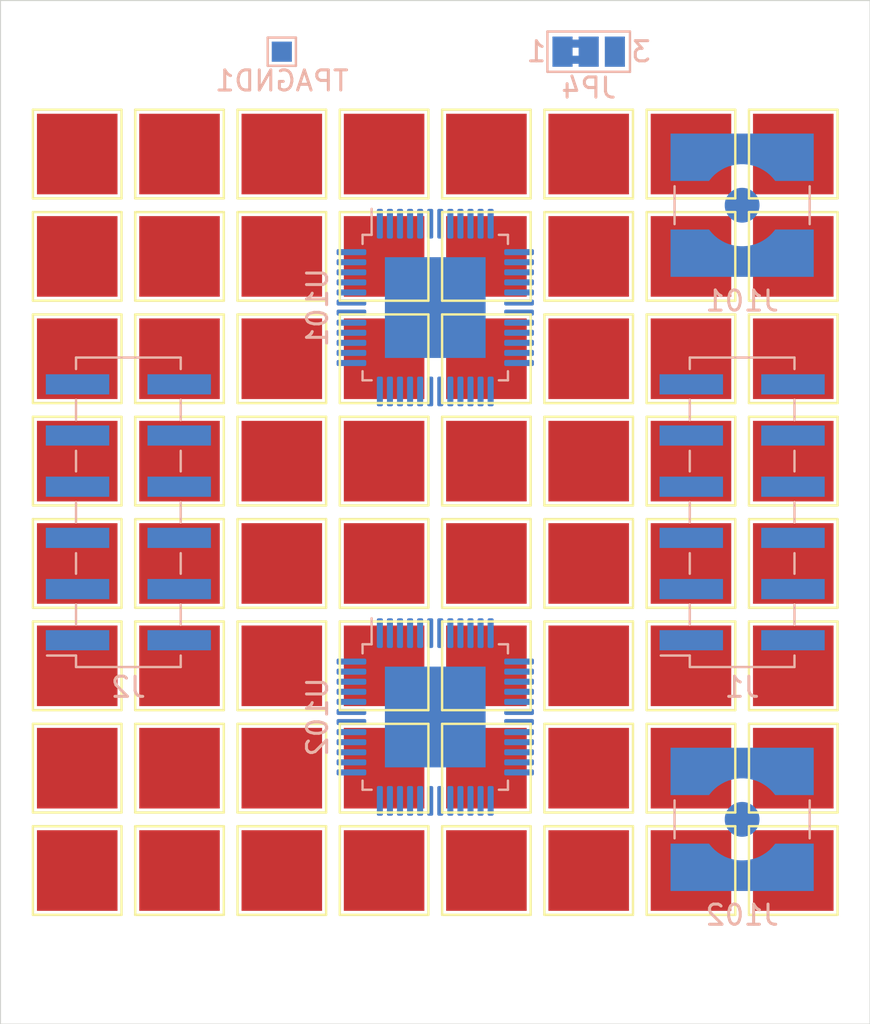
<source format=kicad_pcb>
(kicad_pcb (version 20171130) (host pcbnew "(5.1.5)-3")

  (general
    (thickness 1.6)
    (drawings 4)
    (tracks 0)
    (zones 0)
    (modules 76)
    (nets 74)
  )

  (page A4)
  (title_block
    (title Mars-64)
    (date 2020-01-24)
    (rev A)
    (company "Bio Balance Detector")
  )

  (layers
    (0 F.Cu signal)
    (1 In1.Cu signal)
    (2 In2.Cu signal)
    (31 B.Cu signal)
    (32 B.Adhes user)
    (33 F.Adhes user)
    (34 B.Paste user)
    (35 F.Paste user)
    (36 B.SilkS user)
    (37 F.SilkS user hide)
    (38 B.Mask user)
    (39 F.Mask user)
    (40 Dwgs.User user)
    (41 Cmts.User user)
    (42 Eco1.User user)
    (43 Eco2.User user)
    (44 Edge.Cuts user)
    (45 Margin user)
    (46 B.CrtYd user)
    (47 F.CrtYd user)
    (48 B.Fab user hide)
    (49 F.Fab user hide)
  )

  (setup
    (last_trace_width 0.25)
    (trace_clearance 0.2)
    (zone_clearance 0.508)
    (zone_45_only no)
    (trace_min 0.2)
    (via_size 0.8)
    (via_drill 0.4)
    (via_min_size 0.4)
    (via_min_drill 0.3)
    (uvia_size 0.3)
    (uvia_drill 0.1)
    (uvias_allowed no)
    (uvia_min_size 0.2)
    (uvia_min_drill 0.1)
    (edge_width 0.05)
    (segment_width 0.2)
    (pcb_text_width 0.3)
    (pcb_text_size 1.5 1.5)
    (mod_edge_width 0.12)
    (mod_text_size 1 1)
    (mod_text_width 0.15)
    (pad_size 1.524 1.524)
    (pad_drill 0.762)
    (pad_to_mask_clearance 0.051)
    (solder_mask_min_width 0.25)
    (aux_axis_origin 0 0)
    (visible_elements 7FFFFFFF)
    (pcbplotparams
      (layerselection 0x010fc_ffffffff)
      (usegerberextensions false)
      (usegerberattributes false)
      (usegerberadvancedattributes false)
      (creategerberjobfile false)
      (excludeedgelayer true)
      (linewidth 0.100000)
      (plotframeref false)
      (viasonmask false)
      (mode 1)
      (useauxorigin false)
      (hpglpennumber 1)
      (hpglpenspeed 20)
      (hpglpendiameter 15.000000)
      (psnegative false)
      (psa4output false)
      (plotreference true)
      (plotvalue true)
      (plotinvisibletext false)
      (padsonsilk false)
      (subtractmaskfromsilk false)
      (outputformat 1)
      (mirror false)
      (drillshape 1)
      (scaleselection 1)
      (outputdirectory ""))
  )

  (net 0 "")
  (net 1 /~SPI_CE)
  (net 2 /SPI_MOSI)
  (net 3 /SPI_CLK)
  (net 4 GND)
  (net 5 /VCC3V3)
  (net 6 /AGND)
  (net 7 /DA)
  (net 8 /DB)
  (net 9 "Net-(TP101-Pad1)")
  (net 10 "Net-(TP102-Pad1)")
  (net 11 "Net-(TP103-Pad1)")
  (net 12 "Net-(TP104-Pad1)")
  (net 13 "Net-(TP105-Pad1)")
  (net 14 "Net-(TP106-Pad1)")
  (net 15 "Net-(TP107-Pad1)")
  (net 16 "Net-(TP108-Pad1)")
  (net 17 "Net-(TP109-Pad1)")
  (net 18 "Net-(TP110-Pad1)")
  (net 19 "Net-(TP111-Pad1)")
  (net 20 "Net-(TP112-Pad1)")
  (net 21 "Net-(TP113-Pad1)")
  (net 22 "Net-(TP114-Pad1)")
  (net 23 "Net-(TP115-Pad1)")
  (net 24 "Net-(TP116-Pad1)")
  (net 25 "Net-(TP117-Pad1)")
  (net 26 "Net-(TP118-Pad1)")
  (net 27 "Net-(TP119-Pad1)")
  (net 28 "Net-(TP120-Pad1)")
  (net 29 "Net-(TP121-Pad1)")
  (net 30 "Net-(TP122-Pad1)")
  (net 31 "Net-(TP123-Pad1)")
  (net 32 "Net-(TP124-Pad1)")
  (net 33 "Net-(TP125-Pad1)")
  (net 34 "Net-(TP126-Pad1)")
  (net 35 "Net-(TP127-Pad1)")
  (net 36 "Net-(TP128-Pad1)")
  (net 37 "Net-(TP129-Pad1)")
  (net 38 "Net-(TP130-Pad1)")
  (net 39 "Net-(TP131-Pad1)")
  (net 40 "Net-(TP132-Pad1)")
  (net 41 "Net-(TP201-Pad1)")
  (net 42 "Net-(TP202-Pad1)")
  (net 43 "Net-(TP203-Pad1)")
  (net 44 "Net-(TP204-Pad1)")
  (net 45 "Net-(TP205-Pad1)")
  (net 46 "Net-(TP206-Pad1)")
  (net 47 "Net-(TP207-Pad1)")
  (net 48 "Net-(TP208-Pad1)")
  (net 49 "Net-(TP209-Pad1)")
  (net 50 "Net-(TP210-Pad1)")
  (net 51 "Net-(TP211-Pad1)")
  (net 52 "Net-(TP212-Pad1)")
  (net 53 "Net-(TP213-Pad1)")
  (net 54 "Net-(TP214-Pad1)")
  (net 55 "Net-(TP215-Pad1)")
  (net 56 "Net-(TP216-Pad1)")
  (net 57 "Net-(TP217-Pad1)")
  (net 58 "Net-(TP218-Pad1)")
  (net 59 "Net-(TP219-Pad1)")
  (net 60 "Net-(TP220-Pad1)")
  (net 61 "Net-(TP221-Pad1)")
  (net 62 "Net-(TP222-Pad1)")
  (net 63 "Net-(TP223-Pad1)")
  (net 64 "Net-(TP224-Pad1)")
  (net 65 "Net-(TP225-Pad1)")
  (net 66 "Net-(TP226-Pad1)")
  (net 67 "Net-(TP227-Pad1)")
  (net 68 "Net-(TP228-Pad1)")
  (net 69 "Net-(TP229-Pad1)")
  (net 70 "Net-(TP230-Pad1)")
  (net 71 "Net-(TP231-Pad1)")
  (net 72 "Net-(TP232-Pad1)")
  (net 73 "Net-(J101-Pad2)")

  (net_class Default "This is the default net class."
    (clearance 0.2)
    (trace_width 0.25)
    (via_dia 0.8)
    (via_drill 0.4)
    (uvia_dia 0.3)
    (uvia_drill 0.1)
    (add_net /AGND)
    (add_net /DA)
    (add_net /DB)
    (add_net /SPI_CLK)
    (add_net /SPI_MOSI)
    (add_net /VCC3V3)
    (add_net /~SPI_CE)
    (add_net GND)
    (add_net "Net-(J101-Pad2)")
    (add_net "Net-(TP101-Pad1)")
    (add_net "Net-(TP102-Pad1)")
    (add_net "Net-(TP103-Pad1)")
    (add_net "Net-(TP104-Pad1)")
    (add_net "Net-(TP105-Pad1)")
    (add_net "Net-(TP106-Pad1)")
    (add_net "Net-(TP107-Pad1)")
    (add_net "Net-(TP108-Pad1)")
    (add_net "Net-(TP109-Pad1)")
    (add_net "Net-(TP110-Pad1)")
    (add_net "Net-(TP111-Pad1)")
    (add_net "Net-(TP112-Pad1)")
    (add_net "Net-(TP113-Pad1)")
    (add_net "Net-(TP114-Pad1)")
    (add_net "Net-(TP115-Pad1)")
    (add_net "Net-(TP116-Pad1)")
    (add_net "Net-(TP117-Pad1)")
    (add_net "Net-(TP118-Pad1)")
    (add_net "Net-(TP119-Pad1)")
    (add_net "Net-(TP120-Pad1)")
    (add_net "Net-(TP121-Pad1)")
    (add_net "Net-(TP122-Pad1)")
    (add_net "Net-(TP123-Pad1)")
    (add_net "Net-(TP124-Pad1)")
    (add_net "Net-(TP125-Pad1)")
    (add_net "Net-(TP126-Pad1)")
    (add_net "Net-(TP127-Pad1)")
    (add_net "Net-(TP128-Pad1)")
    (add_net "Net-(TP129-Pad1)")
    (add_net "Net-(TP130-Pad1)")
    (add_net "Net-(TP131-Pad1)")
    (add_net "Net-(TP132-Pad1)")
    (add_net "Net-(TP201-Pad1)")
    (add_net "Net-(TP202-Pad1)")
    (add_net "Net-(TP203-Pad1)")
    (add_net "Net-(TP204-Pad1)")
    (add_net "Net-(TP205-Pad1)")
    (add_net "Net-(TP206-Pad1)")
    (add_net "Net-(TP207-Pad1)")
    (add_net "Net-(TP208-Pad1)")
    (add_net "Net-(TP209-Pad1)")
    (add_net "Net-(TP210-Pad1)")
    (add_net "Net-(TP211-Pad1)")
    (add_net "Net-(TP212-Pad1)")
    (add_net "Net-(TP213-Pad1)")
    (add_net "Net-(TP214-Pad1)")
    (add_net "Net-(TP215-Pad1)")
    (add_net "Net-(TP216-Pad1)")
    (add_net "Net-(TP217-Pad1)")
    (add_net "Net-(TP218-Pad1)")
    (add_net "Net-(TP219-Pad1)")
    (add_net "Net-(TP220-Pad1)")
    (add_net "Net-(TP221-Pad1)")
    (add_net "Net-(TP222-Pad1)")
    (add_net "Net-(TP223-Pad1)")
    (add_net "Net-(TP224-Pad1)")
    (add_net "Net-(TP225-Pad1)")
    (add_net "Net-(TP226-Pad1)")
    (add_net "Net-(TP227-Pad1)")
    (add_net "Net-(TP228-Pad1)")
    (add_net "Net-(TP229-Pad1)")
    (add_net "Net-(TP230-Pad1)")
    (add_net "Net-(TP231-Pad1)")
    (add_net "Net-(TP232-Pad1)")
  )

  (module MountingHole:MountingHole_2.2mm_M2 (layer F.Cu) (tedit 56D1B4CB) (tstamp 5E2B254D)
    (at 43.18 33.02)
    (descr "Mounting Hole 2.2mm, no annular, M2")
    (tags "mounting hole 2.2mm no annular m2")
    (path /5E2B4EA5)
    (attr virtual)
    (fp_text reference H1 (at 0 -3.2) (layer F.SilkS) hide
      (effects (font (size 1 1) (thickness 0.15)))
    )
    (fp_text value MountingHole (at 0 3.2) (layer F.Fab) hide
      (effects (font (size 1 1) (thickness 0.15)))
    )
    (fp_circle (center 0 0) (end 2.45 0) (layer F.CrtYd) (width 0.05))
    (fp_circle (center 0 0) (end 2.2 0) (layer Cmts.User) (width 0.15))
    (fp_text user %R (at 0.3 0) (layer F.Fab) hide
      (effects (font (size 1 1) (thickness 0.15)))
    )
    (pad 1 np_thru_hole circle (at 0 0) (size 2.2 2.2) (drill 2.2) (layers *.Cu *.Mask))
  )

  (module MountingHole:MountingHole_2.2mm_M2 (layer F.Cu) (tedit 56D1B4CB) (tstamp 5E2B2555)
    (at 78.74 33.02)
    (descr "Mounting Hole 2.2mm, no annular, M2")
    (tags "mounting hole 2.2mm no annular m2")
    (path /5E2B5DA6)
    (attr virtual)
    (fp_text reference H2 (at 0 -3.2) (layer F.SilkS) hide
      (effects (font (size 1 1) (thickness 0.15)))
    )
    (fp_text value MountingHole (at 0 3.2) (layer F.Fab) hide
      (effects (font (size 1 1) (thickness 0.15)))
    )
    (fp_text user %R (at 0.3 0) (layer F.Fab) hide
      (effects (font (size 1 1) (thickness 0.15)))
    )
    (fp_circle (center 0 0) (end 2.2 0) (layer Cmts.User) (width 0.15))
    (fp_circle (center 0 0) (end 2.45 0) (layer F.CrtYd) (width 0.05))
    (pad 1 np_thru_hole circle (at 0 0) (size 2.2 2.2) (drill 2.2) (layers *.Cu *.Mask))
  )

  (module MountingHole:MountingHole_2.2mm_M2 (layer F.Cu) (tedit 56D1B4CB) (tstamp 5E2B255D)
    (at 43.18 78.74)
    (descr "Mounting Hole 2.2mm, no annular, M2")
    (tags "mounting hole 2.2mm no annular m2")
    (path /5E2B6620)
    (attr virtual)
    (fp_text reference H3 (at 0 -3.2) (layer F.SilkS) hide
      (effects (font (size 1 1) (thickness 0.15)))
    )
    (fp_text value MountingHole (at 0 3.2) (layer F.Fab) hide
      (effects (font (size 1 1) (thickness 0.15)))
    )
    (fp_text user %R (at 0.3 0) (layer F.Fab) hide
      (effects (font (size 1 1) (thickness 0.15)))
    )
    (fp_circle (center 0 0) (end 2.2 0) (layer Cmts.User) (width 0.15))
    (fp_circle (center 0 0) (end 2.45 0) (layer F.CrtYd) (width 0.05))
    (pad 1 np_thru_hole circle (at 0 0) (size 2.2 2.2) (drill 2.2) (layers *.Cu *.Mask))
  )

  (module MountingHole:MountingHole_2.2mm_M2 (layer F.Cu) (tedit 56D1B4CB) (tstamp 5E2B2565)
    (at 78.74 78.74)
    (descr "Mounting Hole 2.2mm, no annular, M2")
    (tags "mounting hole 2.2mm no annular m2")
    (path /5E2B679E)
    (attr virtual)
    (fp_text reference H4 (at 0 -3.2) (layer F.SilkS) hide
      (effects (font (size 1 1) (thickness 0.15)))
    )
    (fp_text value MountingHole (at 0 3.2) (layer F.Fab) hide
      (effects (font (size 1 1) (thickness 0.15)))
    )
    (fp_circle (center 0 0) (end 2.45 0) (layer F.CrtYd) (width 0.05))
    (fp_circle (center 0 0) (end 2.2 0) (layer Cmts.User) (width 0.15))
    (fp_text user %R (at 0.3 0) (layer F.Fab) hide
      (effects (font (size 1 1) (thickness 0.15)))
    )
    (pad 1 np_thru_hole circle (at 0 0) (size 2.2 2.2) (drill 2.2) (layers *.Cu *.Mask))
  )

  (module TestPoint:TestPoint_Pad_4.0x4.0mm (layer F.Cu) (tedit 5A0F774F) (tstamp 5E2B25F8)
    (at 43.18 38.1)
    (descr "SMD rectangular pad as test Point, square 4.0mm side length")
    (tags "test point SMD pad rectangle square")
    (path /5E316390)
    (attr virtual)
    (fp_text reference TP101 (at 0 -2.898) (layer F.SilkS) hide
      (effects (font (size 1 1) (thickness 0.15)))
    )
    (fp_text value TestPoint_Small (at 0 3.1) (layer F.Fab) hide
      (effects (font (size 1 1) (thickness 0.15)))
    )
    (fp_line (start 2.5 2.5) (end -2.5 2.5) (layer F.CrtYd) (width 0.05))
    (fp_line (start 2.5 2.5) (end 2.5 -2.5) (layer F.CrtYd) (width 0.05))
    (fp_line (start -2.5 -2.5) (end -2.5 2.5) (layer F.CrtYd) (width 0.05))
    (fp_line (start -2.5 -2.5) (end 2.5 -2.5) (layer F.CrtYd) (width 0.05))
    (fp_line (start -2.2 2.2) (end -2.2 -2.2) (layer F.SilkS) (width 0.12))
    (fp_line (start 2.2 2.2) (end -2.2 2.2) (layer F.SilkS) (width 0.12))
    (fp_line (start 2.2 -2.2) (end 2.2 2.2) (layer F.SilkS) (width 0.12))
    (fp_line (start -2.2 -2.2) (end 2.2 -2.2) (layer F.SilkS) (width 0.12))
    (fp_text user %R (at 0 -2.9) (layer F.Fab) hide
      (effects (font (size 1 1) (thickness 0.15)))
    )
    (pad 1 smd rect (at 0 0) (size 4 4) (layers F.Cu F.Mask)
      (net 9 "Net-(TP101-Pad1)"))
  )

  (module TestPoint:TestPoint_Pad_4.0x4.0mm (layer F.Cu) (tedit 5A0F774F) (tstamp 5E2B2606)
    (at 48.26 38.1)
    (descr "SMD rectangular pad as test Point, square 4.0mm side length")
    (tags "test point SMD pad rectangle square")
    (path /5E317DB9)
    (attr virtual)
    (fp_text reference TP102 (at 0 -2.898) (layer F.SilkS) hide
      (effects (font (size 1 1) (thickness 0.15)))
    )
    (fp_text value TestPoint_Small (at 0 3.1) (layer F.Fab) hide
      (effects (font (size 1 1) (thickness 0.15)))
    )
    (fp_text user %R (at 0 -2.9) (layer F.Fab) hide
      (effects (font (size 1 1) (thickness 0.15)))
    )
    (fp_line (start -2.2 -2.2) (end 2.2 -2.2) (layer F.SilkS) (width 0.12))
    (fp_line (start 2.2 -2.2) (end 2.2 2.2) (layer F.SilkS) (width 0.12))
    (fp_line (start 2.2 2.2) (end -2.2 2.2) (layer F.SilkS) (width 0.12))
    (fp_line (start -2.2 2.2) (end -2.2 -2.2) (layer F.SilkS) (width 0.12))
    (fp_line (start -2.5 -2.5) (end 2.5 -2.5) (layer F.CrtYd) (width 0.05))
    (fp_line (start -2.5 -2.5) (end -2.5 2.5) (layer F.CrtYd) (width 0.05))
    (fp_line (start 2.5 2.5) (end 2.5 -2.5) (layer F.CrtYd) (width 0.05))
    (fp_line (start 2.5 2.5) (end -2.5 2.5) (layer F.CrtYd) (width 0.05))
    (pad 1 smd rect (at 0 0) (size 4 4) (layers F.Cu F.Mask)
      (net 10 "Net-(TP102-Pad1)"))
  )

  (module TestPoint:TestPoint_Pad_4.0x4.0mm (layer F.Cu) (tedit 5A0F774F) (tstamp 5E2B2614)
    (at 53.34 38.1)
    (descr "SMD rectangular pad as test Point, square 4.0mm side length")
    (tags "test point SMD pad rectangle square")
    (path /5E31886C)
    (attr virtual)
    (fp_text reference TP103 (at 0 -2.898) (layer F.SilkS) hide
      (effects (font (size 1 1) (thickness 0.15)))
    )
    (fp_text value TestPoint_Small (at 0 3.1) (layer F.Fab) hide
      (effects (font (size 1 1) (thickness 0.15)))
    )
    (fp_line (start 2.5 2.5) (end -2.5 2.5) (layer F.CrtYd) (width 0.05))
    (fp_line (start 2.5 2.5) (end 2.5 -2.5) (layer F.CrtYd) (width 0.05))
    (fp_line (start -2.5 -2.5) (end -2.5 2.5) (layer F.CrtYd) (width 0.05))
    (fp_line (start -2.5 -2.5) (end 2.5 -2.5) (layer F.CrtYd) (width 0.05))
    (fp_line (start -2.2 2.2) (end -2.2 -2.2) (layer F.SilkS) (width 0.12))
    (fp_line (start 2.2 2.2) (end -2.2 2.2) (layer F.SilkS) (width 0.12))
    (fp_line (start 2.2 -2.2) (end 2.2 2.2) (layer F.SilkS) (width 0.12))
    (fp_line (start -2.2 -2.2) (end 2.2 -2.2) (layer F.SilkS) (width 0.12))
    (fp_text user %R (at 0 -2.9) (layer F.Fab) hide
      (effects (font (size 1 1) (thickness 0.15)))
    )
    (pad 1 smd rect (at 0 0) (size 4 4) (layers F.Cu F.Mask)
      (net 11 "Net-(TP103-Pad1)"))
  )

  (module TestPoint:TestPoint_Pad_4.0x4.0mm (layer F.Cu) (tedit 5A0F774F) (tstamp 5E2B2622)
    (at 58.42 38.1)
    (descr "SMD rectangular pad as test Point, square 4.0mm side length")
    (tags "test point SMD pad rectangle square")
    (path /5E318C8E)
    (attr virtual)
    (fp_text reference TP104 (at 0 -2.898) (layer F.SilkS) hide
      (effects (font (size 1 1) (thickness 0.15)))
    )
    (fp_text value TestPoint_Small (at 0 3.1) (layer F.Fab) hide
      (effects (font (size 1 1) (thickness 0.15)))
    )
    (fp_text user %R (at 0 -2.9) (layer F.Fab) hide
      (effects (font (size 1 1) (thickness 0.15)))
    )
    (fp_line (start -2.2 -2.2) (end 2.2 -2.2) (layer F.SilkS) (width 0.12))
    (fp_line (start 2.2 -2.2) (end 2.2 2.2) (layer F.SilkS) (width 0.12))
    (fp_line (start 2.2 2.2) (end -2.2 2.2) (layer F.SilkS) (width 0.12))
    (fp_line (start -2.2 2.2) (end -2.2 -2.2) (layer F.SilkS) (width 0.12))
    (fp_line (start -2.5 -2.5) (end 2.5 -2.5) (layer F.CrtYd) (width 0.05))
    (fp_line (start -2.5 -2.5) (end -2.5 2.5) (layer F.CrtYd) (width 0.05))
    (fp_line (start 2.5 2.5) (end 2.5 -2.5) (layer F.CrtYd) (width 0.05))
    (fp_line (start 2.5 2.5) (end -2.5 2.5) (layer F.CrtYd) (width 0.05))
    (pad 1 smd rect (at 0 0) (size 4 4) (layers F.Cu F.Mask)
      (net 12 "Net-(TP104-Pad1)"))
  )

  (module TestPoint:TestPoint_Pad_4.0x4.0mm (layer F.Cu) (tedit 5A0F774F) (tstamp 5E2B2630)
    (at 63.5 38.1)
    (descr "SMD rectangular pad as test Point, square 4.0mm side length")
    (tags "test point SMD pad rectangle square")
    (path /5E3191F8)
    (attr virtual)
    (fp_text reference TP105 (at 0 -2.898) (layer F.SilkS) hide
      (effects (font (size 1 1) (thickness 0.15)))
    )
    (fp_text value TestPoint_Small (at 0 3.1) (layer F.Fab) hide
      (effects (font (size 1 1) (thickness 0.15)))
    )
    (fp_line (start 2.5 2.5) (end -2.5 2.5) (layer F.CrtYd) (width 0.05))
    (fp_line (start 2.5 2.5) (end 2.5 -2.5) (layer F.CrtYd) (width 0.05))
    (fp_line (start -2.5 -2.5) (end -2.5 2.5) (layer F.CrtYd) (width 0.05))
    (fp_line (start -2.5 -2.5) (end 2.5 -2.5) (layer F.CrtYd) (width 0.05))
    (fp_line (start -2.2 2.2) (end -2.2 -2.2) (layer F.SilkS) (width 0.12))
    (fp_line (start 2.2 2.2) (end -2.2 2.2) (layer F.SilkS) (width 0.12))
    (fp_line (start 2.2 -2.2) (end 2.2 2.2) (layer F.SilkS) (width 0.12))
    (fp_line (start -2.2 -2.2) (end 2.2 -2.2) (layer F.SilkS) (width 0.12))
    (fp_text user %R (at 0 -2.9) (layer F.Fab) hide
      (effects (font (size 1 1) (thickness 0.15)))
    )
    (pad 1 smd rect (at 0 0) (size 4 4) (layers F.Cu F.Mask)
      (net 13 "Net-(TP105-Pad1)"))
  )

  (module TestPoint:TestPoint_Pad_4.0x4.0mm (layer F.Cu) (tedit 5A0F774F) (tstamp 5E2B263E)
    (at 68.58 38.1)
    (descr "SMD rectangular pad as test Point, square 4.0mm side length")
    (tags "test point SMD pad rectangle square")
    (path /5E3197C1)
    (attr virtual)
    (fp_text reference TP106 (at 0 -2.898) (layer F.SilkS) hide
      (effects (font (size 1 1) (thickness 0.15)))
    )
    (fp_text value TestPoint_Small (at 0 3.1) (layer F.Fab) hide
      (effects (font (size 1 1) (thickness 0.15)))
    )
    (fp_line (start 2.5 2.5) (end -2.5 2.5) (layer F.CrtYd) (width 0.05))
    (fp_line (start 2.5 2.5) (end 2.5 -2.5) (layer F.CrtYd) (width 0.05))
    (fp_line (start -2.5 -2.5) (end -2.5 2.5) (layer F.CrtYd) (width 0.05))
    (fp_line (start -2.5 -2.5) (end 2.5 -2.5) (layer F.CrtYd) (width 0.05))
    (fp_line (start -2.2 2.2) (end -2.2 -2.2) (layer F.SilkS) (width 0.12))
    (fp_line (start 2.2 2.2) (end -2.2 2.2) (layer F.SilkS) (width 0.12))
    (fp_line (start 2.2 -2.2) (end 2.2 2.2) (layer F.SilkS) (width 0.12))
    (fp_line (start -2.2 -2.2) (end 2.2 -2.2) (layer F.SilkS) (width 0.12))
    (fp_text user %R (at 0 -2.9) (layer F.Fab) hide
      (effects (font (size 1 1) (thickness 0.15)))
    )
    (pad 1 smd rect (at 0 0) (size 4 4) (layers F.Cu F.Mask)
      (net 14 "Net-(TP106-Pad1)"))
  )

  (module TestPoint:TestPoint_Pad_4.0x4.0mm (layer F.Cu) (tedit 5A0F774F) (tstamp 5E2B264C)
    (at 73.66 38.1)
    (descr "SMD rectangular pad as test Point, square 4.0mm side length")
    (tags "test point SMD pad rectangle square")
    (path /5E319C05)
    (attr virtual)
    (fp_text reference TP107 (at 0 -2.898) (layer F.SilkS) hide
      (effects (font (size 1 1) (thickness 0.15)))
    )
    (fp_text value TestPoint_Small (at 0 3.1) (layer F.Fab) hide
      (effects (font (size 1 1) (thickness 0.15)))
    )
    (fp_line (start 2.5 2.5) (end -2.5 2.5) (layer F.CrtYd) (width 0.05))
    (fp_line (start 2.5 2.5) (end 2.5 -2.5) (layer F.CrtYd) (width 0.05))
    (fp_line (start -2.5 -2.5) (end -2.5 2.5) (layer F.CrtYd) (width 0.05))
    (fp_line (start -2.5 -2.5) (end 2.5 -2.5) (layer F.CrtYd) (width 0.05))
    (fp_line (start -2.2 2.2) (end -2.2 -2.2) (layer F.SilkS) (width 0.12))
    (fp_line (start 2.2 2.2) (end -2.2 2.2) (layer F.SilkS) (width 0.12))
    (fp_line (start 2.2 -2.2) (end 2.2 2.2) (layer F.SilkS) (width 0.12))
    (fp_line (start -2.2 -2.2) (end 2.2 -2.2) (layer F.SilkS) (width 0.12))
    (fp_text user %R (at 0 -2.9) (layer F.Fab) hide
      (effects (font (size 1 1) (thickness 0.15)))
    )
    (pad 1 smd rect (at 0 0) (size 4 4) (layers F.Cu F.Mask)
      (net 15 "Net-(TP107-Pad1)"))
  )

  (module TestPoint:TestPoint_Pad_4.0x4.0mm (layer F.Cu) (tedit 5A0F774F) (tstamp 5E2B265A)
    (at 78.74 38.1)
    (descr "SMD rectangular pad as test Point, square 4.0mm side length")
    (tags "test point SMD pad rectangle square")
    (path /5E319EED)
    (attr virtual)
    (fp_text reference TP108 (at 0 -2.898) (layer F.SilkS) hide
      (effects (font (size 1 1) (thickness 0.15)))
    )
    (fp_text value TestPoint_Small (at 0 3.1) (layer F.Fab) hide
      (effects (font (size 1 1) (thickness 0.15)))
    )
    (fp_text user %R (at 0 -2.9) (layer F.Fab) hide
      (effects (font (size 1 1) (thickness 0.15)))
    )
    (fp_line (start -2.2 -2.2) (end 2.2 -2.2) (layer F.SilkS) (width 0.12))
    (fp_line (start 2.2 -2.2) (end 2.2 2.2) (layer F.SilkS) (width 0.12))
    (fp_line (start 2.2 2.2) (end -2.2 2.2) (layer F.SilkS) (width 0.12))
    (fp_line (start -2.2 2.2) (end -2.2 -2.2) (layer F.SilkS) (width 0.12))
    (fp_line (start -2.5 -2.5) (end 2.5 -2.5) (layer F.CrtYd) (width 0.05))
    (fp_line (start -2.5 -2.5) (end -2.5 2.5) (layer F.CrtYd) (width 0.05))
    (fp_line (start 2.5 2.5) (end 2.5 -2.5) (layer F.CrtYd) (width 0.05))
    (fp_line (start 2.5 2.5) (end -2.5 2.5) (layer F.CrtYd) (width 0.05))
    (pad 1 smd rect (at 0 0) (size 4 4) (layers F.Cu F.Mask)
      (net 16 "Net-(TP108-Pad1)"))
  )

  (module TestPoint:TestPoint_Pad_4.0x4.0mm (layer F.Cu) (tedit 5A0F774F) (tstamp 5E2B2668)
    (at 43.18 43.18)
    (descr "SMD rectangular pad as test Point, square 4.0mm side length")
    (tags "test point SMD pad rectangle square")
    (path /5E31F668)
    (attr virtual)
    (fp_text reference TP109 (at 0 -2.898) (layer F.SilkS) hide
      (effects (font (size 1 1) (thickness 0.15)))
    )
    (fp_text value TestPoint_Small (at 0 3.1) (layer F.Fab) hide
      (effects (font (size 1 1) (thickness 0.15)))
    )
    (fp_line (start 2.5 2.5) (end -2.5 2.5) (layer F.CrtYd) (width 0.05))
    (fp_line (start 2.5 2.5) (end 2.5 -2.5) (layer F.CrtYd) (width 0.05))
    (fp_line (start -2.5 -2.5) (end -2.5 2.5) (layer F.CrtYd) (width 0.05))
    (fp_line (start -2.5 -2.5) (end 2.5 -2.5) (layer F.CrtYd) (width 0.05))
    (fp_line (start -2.2 2.2) (end -2.2 -2.2) (layer F.SilkS) (width 0.12))
    (fp_line (start 2.2 2.2) (end -2.2 2.2) (layer F.SilkS) (width 0.12))
    (fp_line (start 2.2 -2.2) (end 2.2 2.2) (layer F.SilkS) (width 0.12))
    (fp_line (start -2.2 -2.2) (end 2.2 -2.2) (layer F.SilkS) (width 0.12))
    (fp_text user %R (at 0 -2.9) (layer F.Fab) hide
      (effects (font (size 1 1) (thickness 0.15)))
    )
    (pad 1 smd rect (at 0 0) (size 4 4) (layers F.Cu F.Mask)
      (net 17 "Net-(TP109-Pad1)"))
  )

  (module TestPoint:TestPoint_Pad_4.0x4.0mm (layer F.Cu) (tedit 5A0F774F) (tstamp 5E2B2676)
    (at 48.26 43.18)
    (descr "SMD rectangular pad as test Point, square 4.0mm side length")
    (tags "test point SMD pad rectangle square")
    (path /5E31F672)
    (attr virtual)
    (fp_text reference TP110 (at 0 -2.898) (layer F.SilkS) hide
      (effects (font (size 1 1) (thickness 0.15)))
    )
    (fp_text value TestPoint_Small (at 0 3.1) (layer F.Fab) hide
      (effects (font (size 1 1) (thickness 0.15)))
    )
    (fp_text user %R (at 0 -2.9) (layer F.Fab) hide
      (effects (font (size 1 1) (thickness 0.15)))
    )
    (fp_line (start -2.2 -2.2) (end 2.2 -2.2) (layer F.SilkS) (width 0.12))
    (fp_line (start 2.2 -2.2) (end 2.2 2.2) (layer F.SilkS) (width 0.12))
    (fp_line (start 2.2 2.2) (end -2.2 2.2) (layer F.SilkS) (width 0.12))
    (fp_line (start -2.2 2.2) (end -2.2 -2.2) (layer F.SilkS) (width 0.12))
    (fp_line (start -2.5 -2.5) (end 2.5 -2.5) (layer F.CrtYd) (width 0.05))
    (fp_line (start -2.5 -2.5) (end -2.5 2.5) (layer F.CrtYd) (width 0.05))
    (fp_line (start 2.5 2.5) (end 2.5 -2.5) (layer F.CrtYd) (width 0.05))
    (fp_line (start 2.5 2.5) (end -2.5 2.5) (layer F.CrtYd) (width 0.05))
    (pad 1 smd rect (at 0 0) (size 4 4) (layers F.Cu F.Mask)
      (net 18 "Net-(TP110-Pad1)"))
  )

  (module TestPoint:TestPoint_Pad_4.0x4.0mm (layer F.Cu) (tedit 5A0F774F) (tstamp 5E2B2684)
    (at 53.34 43.18)
    (descr "SMD rectangular pad as test Point, square 4.0mm side length")
    (tags "test point SMD pad rectangle square")
    (path /5E31F67C)
    (attr virtual)
    (fp_text reference TP111 (at 0 -2.898) (layer F.SilkS) hide
      (effects (font (size 1 1) (thickness 0.15)))
    )
    (fp_text value TestPoint_Small (at 0 3.1) (layer F.Fab) hide
      (effects (font (size 1 1) (thickness 0.15)))
    )
    (fp_line (start 2.5 2.5) (end -2.5 2.5) (layer F.CrtYd) (width 0.05))
    (fp_line (start 2.5 2.5) (end 2.5 -2.5) (layer F.CrtYd) (width 0.05))
    (fp_line (start -2.5 -2.5) (end -2.5 2.5) (layer F.CrtYd) (width 0.05))
    (fp_line (start -2.5 -2.5) (end 2.5 -2.5) (layer F.CrtYd) (width 0.05))
    (fp_line (start -2.2 2.2) (end -2.2 -2.2) (layer F.SilkS) (width 0.12))
    (fp_line (start 2.2 2.2) (end -2.2 2.2) (layer F.SilkS) (width 0.12))
    (fp_line (start 2.2 -2.2) (end 2.2 2.2) (layer F.SilkS) (width 0.12))
    (fp_line (start -2.2 -2.2) (end 2.2 -2.2) (layer F.SilkS) (width 0.12))
    (fp_text user %R (at 0 -2.9) (layer F.Fab) hide
      (effects (font (size 1 1) (thickness 0.15)))
    )
    (pad 1 smd rect (at 0 0) (size 4 4) (layers F.Cu F.Mask)
      (net 19 "Net-(TP111-Pad1)"))
  )

  (module TestPoint:TestPoint_Pad_4.0x4.0mm (layer F.Cu) (tedit 5A0F774F) (tstamp 5E2B2692)
    (at 58.42 43.18)
    (descr "SMD rectangular pad as test Point, square 4.0mm side length")
    (tags "test point SMD pad rectangle square")
    (path /5E31F686)
    (attr virtual)
    (fp_text reference TP112 (at 0 -2.898) (layer F.SilkS) hide
      (effects (font (size 1 1) (thickness 0.15)))
    )
    (fp_text value TestPoint_Small (at 0 3.1) (layer F.Fab) hide
      (effects (font (size 1 1) (thickness 0.15)))
    )
    (fp_text user %R (at 0 -2.9) (layer F.Fab) hide
      (effects (font (size 1 1) (thickness 0.15)))
    )
    (fp_line (start -2.2 -2.2) (end 2.2 -2.2) (layer F.SilkS) (width 0.12))
    (fp_line (start 2.2 -2.2) (end 2.2 2.2) (layer F.SilkS) (width 0.12))
    (fp_line (start 2.2 2.2) (end -2.2 2.2) (layer F.SilkS) (width 0.12))
    (fp_line (start -2.2 2.2) (end -2.2 -2.2) (layer F.SilkS) (width 0.12))
    (fp_line (start -2.5 -2.5) (end 2.5 -2.5) (layer F.CrtYd) (width 0.05))
    (fp_line (start -2.5 -2.5) (end -2.5 2.5) (layer F.CrtYd) (width 0.05))
    (fp_line (start 2.5 2.5) (end 2.5 -2.5) (layer F.CrtYd) (width 0.05))
    (fp_line (start 2.5 2.5) (end -2.5 2.5) (layer F.CrtYd) (width 0.05))
    (pad 1 smd rect (at 0 0) (size 4 4) (layers F.Cu F.Mask)
      (net 20 "Net-(TP112-Pad1)"))
  )

  (module TestPoint:TestPoint_Pad_4.0x4.0mm (layer F.Cu) (tedit 5A0F774F) (tstamp 5E2B26A0)
    (at 63.5 43.18)
    (descr "SMD rectangular pad as test Point, square 4.0mm side length")
    (tags "test point SMD pad rectangle square")
    (path /5E31F690)
    (attr virtual)
    (fp_text reference TP113 (at 0 -2.898) (layer F.SilkS) hide
      (effects (font (size 1 1) (thickness 0.15)))
    )
    (fp_text value TestPoint_Small (at 0 3.1) (layer F.Fab) hide
      (effects (font (size 1 1) (thickness 0.15)))
    )
    (fp_line (start 2.5 2.5) (end -2.5 2.5) (layer F.CrtYd) (width 0.05))
    (fp_line (start 2.5 2.5) (end 2.5 -2.5) (layer F.CrtYd) (width 0.05))
    (fp_line (start -2.5 -2.5) (end -2.5 2.5) (layer F.CrtYd) (width 0.05))
    (fp_line (start -2.5 -2.5) (end 2.5 -2.5) (layer F.CrtYd) (width 0.05))
    (fp_line (start -2.2 2.2) (end -2.2 -2.2) (layer F.SilkS) (width 0.12))
    (fp_line (start 2.2 2.2) (end -2.2 2.2) (layer F.SilkS) (width 0.12))
    (fp_line (start 2.2 -2.2) (end 2.2 2.2) (layer F.SilkS) (width 0.12))
    (fp_line (start -2.2 -2.2) (end 2.2 -2.2) (layer F.SilkS) (width 0.12))
    (fp_text user %R (at 0 -2.9) (layer F.Fab) hide
      (effects (font (size 1 1) (thickness 0.15)))
    )
    (pad 1 smd rect (at 0 0) (size 4 4) (layers F.Cu F.Mask)
      (net 21 "Net-(TP113-Pad1)"))
  )

  (module TestPoint:TestPoint_Pad_4.0x4.0mm (layer F.Cu) (tedit 5A0F774F) (tstamp 5E2B26AE)
    (at 68.58 43.18)
    (descr "SMD rectangular pad as test Point, square 4.0mm side length")
    (tags "test point SMD pad rectangle square")
    (path /5E31F69A)
    (attr virtual)
    (fp_text reference TP114 (at 0 -2.898) (layer F.SilkS) hide
      (effects (font (size 1 1) (thickness 0.15)))
    )
    (fp_text value TestPoint_Small (at 0 3.1) (layer F.Fab) hide
      (effects (font (size 1 1) (thickness 0.15)))
    )
    (fp_text user %R (at 0 -2.9) (layer F.Fab) hide
      (effects (font (size 1 1) (thickness 0.15)))
    )
    (fp_line (start -2.2 -2.2) (end 2.2 -2.2) (layer F.SilkS) (width 0.12))
    (fp_line (start 2.2 -2.2) (end 2.2 2.2) (layer F.SilkS) (width 0.12))
    (fp_line (start 2.2 2.2) (end -2.2 2.2) (layer F.SilkS) (width 0.12))
    (fp_line (start -2.2 2.2) (end -2.2 -2.2) (layer F.SilkS) (width 0.12))
    (fp_line (start -2.5 -2.5) (end 2.5 -2.5) (layer F.CrtYd) (width 0.05))
    (fp_line (start -2.5 -2.5) (end -2.5 2.5) (layer F.CrtYd) (width 0.05))
    (fp_line (start 2.5 2.5) (end 2.5 -2.5) (layer F.CrtYd) (width 0.05))
    (fp_line (start 2.5 2.5) (end -2.5 2.5) (layer F.CrtYd) (width 0.05))
    (pad 1 smd rect (at 0 0) (size 4 4) (layers F.Cu F.Mask)
      (net 22 "Net-(TP114-Pad1)"))
  )

  (module TestPoint:TestPoint_Pad_4.0x4.0mm (layer F.Cu) (tedit 5A0F774F) (tstamp 5E2B26BC)
    (at 73.66 43.18)
    (descr "SMD rectangular pad as test Point, square 4.0mm side length")
    (tags "test point SMD pad rectangle square")
    (path /5E31F6A4)
    (attr virtual)
    (fp_text reference TP115 (at 0 -2.898) (layer F.SilkS) hide
      (effects (font (size 1 1) (thickness 0.15)))
    )
    (fp_text value TestPoint_Small (at 0 3.1) (layer F.Fab) hide
      (effects (font (size 1 1) (thickness 0.15)))
    )
    (fp_text user %R (at 0 -2.9) (layer F.Fab) hide
      (effects (font (size 1 1) (thickness 0.15)))
    )
    (fp_line (start -2.2 -2.2) (end 2.2 -2.2) (layer F.SilkS) (width 0.12))
    (fp_line (start 2.2 -2.2) (end 2.2 2.2) (layer F.SilkS) (width 0.12))
    (fp_line (start 2.2 2.2) (end -2.2 2.2) (layer F.SilkS) (width 0.12))
    (fp_line (start -2.2 2.2) (end -2.2 -2.2) (layer F.SilkS) (width 0.12))
    (fp_line (start -2.5 -2.5) (end 2.5 -2.5) (layer F.CrtYd) (width 0.05))
    (fp_line (start -2.5 -2.5) (end -2.5 2.5) (layer F.CrtYd) (width 0.05))
    (fp_line (start 2.5 2.5) (end 2.5 -2.5) (layer F.CrtYd) (width 0.05))
    (fp_line (start 2.5 2.5) (end -2.5 2.5) (layer F.CrtYd) (width 0.05))
    (pad 1 smd rect (at 0 0) (size 4 4) (layers F.Cu F.Mask)
      (net 23 "Net-(TP115-Pad1)"))
  )

  (module TestPoint:TestPoint_Pad_4.0x4.0mm (layer F.Cu) (tedit 5A0F774F) (tstamp 5E2B26CA)
    (at 78.74 43.18)
    (descr "SMD rectangular pad as test Point, square 4.0mm side length")
    (tags "test point SMD pad rectangle square")
    (path /5E31F6AE)
    (attr virtual)
    (fp_text reference TP116 (at 0 -2.898) (layer F.SilkS) hide
      (effects (font (size 1 1) (thickness 0.15)))
    )
    (fp_text value TestPoint_Small (at 0 3.1) (layer F.Fab) hide
      (effects (font (size 1 1) (thickness 0.15)))
    )
    (fp_text user %R (at 0 -2.9) (layer F.Fab) hide
      (effects (font (size 1 1) (thickness 0.15)))
    )
    (fp_line (start -2.2 -2.2) (end 2.2 -2.2) (layer F.SilkS) (width 0.12))
    (fp_line (start 2.2 -2.2) (end 2.2 2.2) (layer F.SilkS) (width 0.12))
    (fp_line (start 2.2 2.2) (end -2.2 2.2) (layer F.SilkS) (width 0.12))
    (fp_line (start -2.2 2.2) (end -2.2 -2.2) (layer F.SilkS) (width 0.12))
    (fp_line (start -2.5 -2.5) (end 2.5 -2.5) (layer F.CrtYd) (width 0.05))
    (fp_line (start -2.5 -2.5) (end -2.5 2.5) (layer F.CrtYd) (width 0.05))
    (fp_line (start 2.5 2.5) (end 2.5 -2.5) (layer F.CrtYd) (width 0.05))
    (fp_line (start 2.5 2.5) (end -2.5 2.5) (layer F.CrtYd) (width 0.05))
    (pad 1 smd rect (at 0 0) (size 4 4) (layers F.Cu F.Mask)
      (net 24 "Net-(TP116-Pad1)"))
  )

  (module TestPoint:TestPoint_Pad_4.0x4.0mm (layer F.Cu) (tedit 5A0F774F) (tstamp 5E2B26D8)
    (at 43.18 48.26)
    (descr "SMD rectangular pad as test Point, square 4.0mm side length")
    (tags "test point SMD pad rectangle square")
    (path /5E327820)
    (attr virtual)
    (fp_text reference TP117 (at 0 -2.898) (layer F.SilkS) hide
      (effects (font (size 1 1) (thickness 0.15)))
    )
    (fp_text value TestPoint_Small (at 0 3.1) (layer F.Fab) hide
      (effects (font (size 1 1) (thickness 0.15)))
    )
    (fp_line (start 2.5 2.5) (end -2.5 2.5) (layer F.CrtYd) (width 0.05))
    (fp_line (start 2.5 2.5) (end 2.5 -2.5) (layer F.CrtYd) (width 0.05))
    (fp_line (start -2.5 -2.5) (end -2.5 2.5) (layer F.CrtYd) (width 0.05))
    (fp_line (start -2.5 -2.5) (end 2.5 -2.5) (layer F.CrtYd) (width 0.05))
    (fp_line (start -2.2 2.2) (end -2.2 -2.2) (layer F.SilkS) (width 0.12))
    (fp_line (start 2.2 2.2) (end -2.2 2.2) (layer F.SilkS) (width 0.12))
    (fp_line (start 2.2 -2.2) (end 2.2 2.2) (layer F.SilkS) (width 0.12))
    (fp_line (start -2.2 -2.2) (end 2.2 -2.2) (layer F.SilkS) (width 0.12))
    (fp_text user %R (at 0 -2.9) (layer F.Fab) hide
      (effects (font (size 1 1) (thickness 0.15)))
    )
    (pad 1 smd rect (at 0 0) (size 4 4) (layers F.Cu F.Mask)
      (net 25 "Net-(TP117-Pad1)"))
  )

  (module TestPoint:TestPoint_Pad_4.0x4.0mm (layer F.Cu) (tedit 5A0F774F) (tstamp 5E2B26E6)
    (at 48.26 48.26)
    (descr "SMD rectangular pad as test Point, square 4.0mm side length")
    (tags "test point SMD pad rectangle square")
    (path /5E32782A)
    (attr virtual)
    (fp_text reference TP118 (at 0 -2.898) (layer F.SilkS) hide
      (effects (font (size 1 1) (thickness 0.15)))
    )
    (fp_text value TestPoint_Small (at 0 3.1) (layer F.Fab) hide
      (effects (font (size 1 1) (thickness 0.15)))
    )
    (fp_text user %R (at 0 -2.9) (layer F.Fab) hide
      (effects (font (size 1 1) (thickness 0.15)))
    )
    (fp_line (start -2.2 -2.2) (end 2.2 -2.2) (layer F.SilkS) (width 0.12))
    (fp_line (start 2.2 -2.2) (end 2.2 2.2) (layer F.SilkS) (width 0.12))
    (fp_line (start 2.2 2.2) (end -2.2 2.2) (layer F.SilkS) (width 0.12))
    (fp_line (start -2.2 2.2) (end -2.2 -2.2) (layer F.SilkS) (width 0.12))
    (fp_line (start -2.5 -2.5) (end 2.5 -2.5) (layer F.CrtYd) (width 0.05))
    (fp_line (start -2.5 -2.5) (end -2.5 2.5) (layer F.CrtYd) (width 0.05))
    (fp_line (start 2.5 2.5) (end 2.5 -2.5) (layer F.CrtYd) (width 0.05))
    (fp_line (start 2.5 2.5) (end -2.5 2.5) (layer F.CrtYd) (width 0.05))
    (pad 1 smd rect (at 0 0) (size 4 4) (layers F.Cu F.Mask)
      (net 26 "Net-(TP118-Pad1)"))
  )

  (module TestPoint:TestPoint_Pad_4.0x4.0mm (layer F.Cu) (tedit 5A0F774F) (tstamp 5E2B26F4)
    (at 53.34 48.26)
    (descr "SMD rectangular pad as test Point, square 4.0mm side length")
    (tags "test point SMD pad rectangle square")
    (path /5E327834)
    (attr virtual)
    (fp_text reference TP119 (at 0 -2.898) (layer F.SilkS) hide
      (effects (font (size 1 1) (thickness 0.15)))
    )
    (fp_text value TestPoint_Small (at 0 3.1) (layer F.Fab) hide
      (effects (font (size 1 1) (thickness 0.15)))
    )
    (fp_line (start 2.5 2.5) (end -2.5 2.5) (layer F.CrtYd) (width 0.05))
    (fp_line (start 2.5 2.5) (end 2.5 -2.5) (layer F.CrtYd) (width 0.05))
    (fp_line (start -2.5 -2.5) (end -2.5 2.5) (layer F.CrtYd) (width 0.05))
    (fp_line (start -2.5 -2.5) (end 2.5 -2.5) (layer F.CrtYd) (width 0.05))
    (fp_line (start -2.2 2.2) (end -2.2 -2.2) (layer F.SilkS) (width 0.12))
    (fp_line (start 2.2 2.2) (end -2.2 2.2) (layer F.SilkS) (width 0.12))
    (fp_line (start 2.2 -2.2) (end 2.2 2.2) (layer F.SilkS) (width 0.12))
    (fp_line (start -2.2 -2.2) (end 2.2 -2.2) (layer F.SilkS) (width 0.12))
    (fp_text user %R (at 0 -2.9) (layer F.Fab) hide
      (effects (font (size 1 1) (thickness 0.15)))
    )
    (pad 1 smd rect (at 0 0) (size 4 4) (layers F.Cu F.Mask)
      (net 27 "Net-(TP119-Pad1)"))
  )

  (module TestPoint:TestPoint_Pad_4.0x4.0mm (layer F.Cu) (tedit 5A0F774F) (tstamp 5E2B2702)
    (at 58.42 48.26)
    (descr "SMD rectangular pad as test Point, square 4.0mm side length")
    (tags "test point SMD pad rectangle square")
    (path /5E32783E)
    (attr virtual)
    (fp_text reference TP120 (at 0 -2.898) (layer F.SilkS) hide
      (effects (font (size 1 1) (thickness 0.15)))
    )
    (fp_text value TestPoint_Small (at 0 3.1) (layer F.Fab) hide
      (effects (font (size 1 1) (thickness 0.15)))
    )
    (fp_text user %R (at 0 -2.9) (layer F.Fab) hide
      (effects (font (size 1 1) (thickness 0.15)))
    )
    (fp_line (start -2.2 -2.2) (end 2.2 -2.2) (layer F.SilkS) (width 0.12))
    (fp_line (start 2.2 -2.2) (end 2.2 2.2) (layer F.SilkS) (width 0.12))
    (fp_line (start 2.2 2.2) (end -2.2 2.2) (layer F.SilkS) (width 0.12))
    (fp_line (start -2.2 2.2) (end -2.2 -2.2) (layer F.SilkS) (width 0.12))
    (fp_line (start -2.5 -2.5) (end 2.5 -2.5) (layer F.CrtYd) (width 0.05))
    (fp_line (start -2.5 -2.5) (end -2.5 2.5) (layer F.CrtYd) (width 0.05))
    (fp_line (start 2.5 2.5) (end 2.5 -2.5) (layer F.CrtYd) (width 0.05))
    (fp_line (start 2.5 2.5) (end -2.5 2.5) (layer F.CrtYd) (width 0.05))
    (pad 1 smd rect (at 0 0) (size 4 4) (layers F.Cu F.Mask)
      (net 28 "Net-(TP120-Pad1)"))
  )

  (module TestPoint:TestPoint_Pad_4.0x4.0mm (layer F.Cu) (tedit 5A0F774F) (tstamp 5E2B2710)
    (at 63.5 48.26)
    (descr "SMD rectangular pad as test Point, square 4.0mm side length")
    (tags "test point SMD pad rectangle square")
    (path /5E327848)
    (attr virtual)
    (fp_text reference TP121 (at 0 -2.898) (layer F.SilkS) hide
      (effects (font (size 1 1) (thickness 0.15)))
    )
    (fp_text value TestPoint_Small (at 0 3.1) (layer F.Fab) hide
      (effects (font (size 1 1) (thickness 0.15)))
    )
    (fp_line (start 2.5 2.5) (end -2.5 2.5) (layer F.CrtYd) (width 0.05))
    (fp_line (start 2.5 2.5) (end 2.5 -2.5) (layer F.CrtYd) (width 0.05))
    (fp_line (start -2.5 -2.5) (end -2.5 2.5) (layer F.CrtYd) (width 0.05))
    (fp_line (start -2.5 -2.5) (end 2.5 -2.5) (layer F.CrtYd) (width 0.05))
    (fp_line (start -2.2 2.2) (end -2.2 -2.2) (layer F.SilkS) (width 0.12))
    (fp_line (start 2.2 2.2) (end -2.2 2.2) (layer F.SilkS) (width 0.12))
    (fp_line (start 2.2 -2.2) (end 2.2 2.2) (layer F.SilkS) (width 0.12))
    (fp_line (start -2.2 -2.2) (end 2.2 -2.2) (layer F.SilkS) (width 0.12))
    (fp_text user %R (at 0 -2.9) (layer F.Fab) hide
      (effects (font (size 1 1) (thickness 0.15)))
    )
    (pad 1 smd rect (at 0 0) (size 4 4) (layers F.Cu F.Mask)
      (net 29 "Net-(TP121-Pad1)"))
  )

  (module TestPoint:TestPoint_Pad_4.0x4.0mm (layer F.Cu) (tedit 5A0F774F) (tstamp 5E2B271E)
    (at 68.58 48.26)
    (descr "SMD rectangular pad as test Point, square 4.0mm side length")
    (tags "test point SMD pad rectangle square")
    (path /5E327852)
    (attr virtual)
    (fp_text reference TP122 (at 0 -2.898) (layer F.SilkS) hide
      (effects (font (size 1 1) (thickness 0.15)))
    )
    (fp_text value TestPoint_Small (at 0 3.1) (layer F.Fab) hide
      (effects (font (size 1 1) (thickness 0.15)))
    )
    (fp_text user %R (at 0 -2.9) (layer F.Fab) hide
      (effects (font (size 1 1) (thickness 0.15)))
    )
    (fp_line (start -2.2 -2.2) (end 2.2 -2.2) (layer F.SilkS) (width 0.12))
    (fp_line (start 2.2 -2.2) (end 2.2 2.2) (layer F.SilkS) (width 0.12))
    (fp_line (start 2.2 2.2) (end -2.2 2.2) (layer F.SilkS) (width 0.12))
    (fp_line (start -2.2 2.2) (end -2.2 -2.2) (layer F.SilkS) (width 0.12))
    (fp_line (start -2.5 -2.5) (end 2.5 -2.5) (layer F.CrtYd) (width 0.05))
    (fp_line (start -2.5 -2.5) (end -2.5 2.5) (layer F.CrtYd) (width 0.05))
    (fp_line (start 2.5 2.5) (end 2.5 -2.5) (layer F.CrtYd) (width 0.05))
    (fp_line (start 2.5 2.5) (end -2.5 2.5) (layer F.CrtYd) (width 0.05))
    (pad 1 smd rect (at 0 0) (size 4 4) (layers F.Cu F.Mask)
      (net 30 "Net-(TP122-Pad1)"))
  )

  (module TestPoint:TestPoint_Pad_4.0x4.0mm (layer F.Cu) (tedit 5A0F774F) (tstamp 5E2B272C)
    (at 73.66 48.26)
    (descr "SMD rectangular pad as test Point, square 4.0mm side length")
    (tags "test point SMD pad rectangle square")
    (path /5E32785C)
    (attr virtual)
    (fp_text reference TP123 (at 0 -2.898) (layer F.SilkS) hide
      (effects (font (size 1 1) (thickness 0.15)))
    )
    (fp_text value TestPoint_Small (at 0 3.1) (layer F.Fab) hide
      (effects (font (size 1 1) (thickness 0.15)))
    )
    (fp_line (start 2.5 2.5) (end -2.5 2.5) (layer F.CrtYd) (width 0.05))
    (fp_line (start 2.5 2.5) (end 2.5 -2.5) (layer F.CrtYd) (width 0.05))
    (fp_line (start -2.5 -2.5) (end -2.5 2.5) (layer F.CrtYd) (width 0.05))
    (fp_line (start -2.5 -2.5) (end 2.5 -2.5) (layer F.CrtYd) (width 0.05))
    (fp_line (start -2.2 2.2) (end -2.2 -2.2) (layer F.SilkS) (width 0.12))
    (fp_line (start 2.2 2.2) (end -2.2 2.2) (layer F.SilkS) (width 0.12))
    (fp_line (start 2.2 -2.2) (end 2.2 2.2) (layer F.SilkS) (width 0.12))
    (fp_line (start -2.2 -2.2) (end 2.2 -2.2) (layer F.SilkS) (width 0.12))
    (fp_text user %R (at 0 -2.9) (layer F.Fab) hide
      (effects (font (size 1 1) (thickness 0.15)))
    )
    (pad 1 smd rect (at 0 0) (size 4 4) (layers F.Cu F.Mask)
      (net 31 "Net-(TP123-Pad1)"))
  )

  (module TestPoint:TestPoint_Pad_4.0x4.0mm (layer F.Cu) (tedit 5A0F774F) (tstamp 5E2B273A)
    (at 78.74 48.26)
    (descr "SMD rectangular pad as test Point, square 4.0mm side length")
    (tags "test point SMD pad rectangle square")
    (path /5E327866)
    (attr virtual)
    (fp_text reference TP124 (at 0 -2.898) (layer F.SilkS) hide
      (effects (font (size 1 1) (thickness 0.15)))
    )
    (fp_text value TestPoint_Small (at 0 3.1) (layer F.Fab) hide
      (effects (font (size 1 1) (thickness 0.15)))
    )
    (fp_text user %R (at 0 -2.9) (layer F.Fab) hide
      (effects (font (size 1 1) (thickness 0.15)))
    )
    (fp_line (start -2.2 -2.2) (end 2.2 -2.2) (layer F.SilkS) (width 0.12))
    (fp_line (start 2.2 -2.2) (end 2.2 2.2) (layer F.SilkS) (width 0.12))
    (fp_line (start 2.2 2.2) (end -2.2 2.2) (layer F.SilkS) (width 0.12))
    (fp_line (start -2.2 2.2) (end -2.2 -2.2) (layer F.SilkS) (width 0.12))
    (fp_line (start -2.5 -2.5) (end 2.5 -2.5) (layer F.CrtYd) (width 0.05))
    (fp_line (start -2.5 -2.5) (end -2.5 2.5) (layer F.CrtYd) (width 0.05))
    (fp_line (start 2.5 2.5) (end 2.5 -2.5) (layer F.CrtYd) (width 0.05))
    (fp_line (start 2.5 2.5) (end -2.5 2.5) (layer F.CrtYd) (width 0.05))
    (pad 1 smd rect (at 0 0) (size 4 4) (layers F.Cu F.Mask)
      (net 32 "Net-(TP124-Pad1)"))
  )

  (module TestPoint:TestPoint_Pad_4.0x4.0mm (layer F.Cu) (tedit 5A0F774F) (tstamp 5E2B2748)
    (at 43.18 53.34)
    (descr "SMD rectangular pad as test Point, square 4.0mm side length")
    (tags "test point SMD pad rectangle square")
    (path /5E32C0DC)
    (attr virtual)
    (fp_text reference TP125 (at 0 -2.898) (layer F.SilkS) hide
      (effects (font (size 1 1) (thickness 0.15)))
    )
    (fp_text value TestPoint_Small (at 0 3.1) (layer F.Fab) hide
      (effects (font (size 1 1) (thickness 0.15)))
    )
    (fp_line (start 2.5 2.5) (end -2.5 2.5) (layer F.CrtYd) (width 0.05))
    (fp_line (start 2.5 2.5) (end 2.5 -2.5) (layer F.CrtYd) (width 0.05))
    (fp_line (start -2.5 -2.5) (end -2.5 2.5) (layer F.CrtYd) (width 0.05))
    (fp_line (start -2.5 -2.5) (end 2.5 -2.5) (layer F.CrtYd) (width 0.05))
    (fp_line (start -2.2 2.2) (end -2.2 -2.2) (layer F.SilkS) (width 0.12))
    (fp_line (start 2.2 2.2) (end -2.2 2.2) (layer F.SilkS) (width 0.12))
    (fp_line (start 2.2 -2.2) (end 2.2 2.2) (layer F.SilkS) (width 0.12))
    (fp_line (start -2.2 -2.2) (end 2.2 -2.2) (layer F.SilkS) (width 0.12))
    (fp_text user %R (at 0 -2.9) (layer F.Fab) hide
      (effects (font (size 1 1) (thickness 0.15)))
    )
    (pad 1 smd rect (at 0 0) (size 4 4) (layers F.Cu F.Mask)
      (net 33 "Net-(TP125-Pad1)"))
  )

  (module TestPoint:TestPoint_Pad_4.0x4.0mm (layer F.Cu) (tedit 5A0F774F) (tstamp 5E2B2756)
    (at 48.26 53.34)
    (descr "SMD rectangular pad as test Point, square 4.0mm side length")
    (tags "test point SMD pad rectangle square")
    (path /5E32C0E6)
    (attr virtual)
    (fp_text reference TP126 (at 0 -2.898) (layer F.SilkS) hide
      (effects (font (size 1 1) (thickness 0.15)))
    )
    (fp_text value TestPoint_Small (at 0 3.1) (layer F.Fab) hide
      (effects (font (size 1 1) (thickness 0.15)))
    )
    (fp_text user %R (at 0 -2.9) (layer F.Fab) hide
      (effects (font (size 1 1) (thickness 0.15)))
    )
    (fp_line (start -2.2 -2.2) (end 2.2 -2.2) (layer F.SilkS) (width 0.12))
    (fp_line (start 2.2 -2.2) (end 2.2 2.2) (layer F.SilkS) (width 0.12))
    (fp_line (start 2.2 2.2) (end -2.2 2.2) (layer F.SilkS) (width 0.12))
    (fp_line (start -2.2 2.2) (end -2.2 -2.2) (layer F.SilkS) (width 0.12))
    (fp_line (start -2.5 -2.5) (end 2.5 -2.5) (layer F.CrtYd) (width 0.05))
    (fp_line (start -2.5 -2.5) (end -2.5 2.5) (layer F.CrtYd) (width 0.05))
    (fp_line (start 2.5 2.5) (end 2.5 -2.5) (layer F.CrtYd) (width 0.05))
    (fp_line (start 2.5 2.5) (end -2.5 2.5) (layer F.CrtYd) (width 0.05))
    (pad 1 smd rect (at 0 0) (size 4 4) (layers F.Cu F.Mask)
      (net 34 "Net-(TP126-Pad1)"))
  )

  (module TestPoint:TestPoint_Pad_4.0x4.0mm (layer F.Cu) (tedit 5A0F774F) (tstamp 5E2B2764)
    (at 53.34 53.34)
    (descr "SMD rectangular pad as test Point, square 4.0mm side length")
    (tags "test point SMD pad rectangle square")
    (path /5E32C0F0)
    (attr virtual)
    (fp_text reference TP127 (at 0 -2.898) (layer F.SilkS) hide
      (effects (font (size 1 1) (thickness 0.15)))
    )
    (fp_text value TestPoint_Small (at 0 3.1) (layer F.Fab) hide
      (effects (font (size 1 1) (thickness 0.15)))
    )
    (fp_line (start 2.5 2.5) (end -2.5 2.5) (layer F.CrtYd) (width 0.05))
    (fp_line (start 2.5 2.5) (end 2.5 -2.5) (layer F.CrtYd) (width 0.05))
    (fp_line (start -2.5 -2.5) (end -2.5 2.5) (layer F.CrtYd) (width 0.05))
    (fp_line (start -2.5 -2.5) (end 2.5 -2.5) (layer F.CrtYd) (width 0.05))
    (fp_line (start -2.2 2.2) (end -2.2 -2.2) (layer F.SilkS) (width 0.12))
    (fp_line (start 2.2 2.2) (end -2.2 2.2) (layer F.SilkS) (width 0.12))
    (fp_line (start 2.2 -2.2) (end 2.2 2.2) (layer F.SilkS) (width 0.12))
    (fp_line (start -2.2 -2.2) (end 2.2 -2.2) (layer F.SilkS) (width 0.12))
    (fp_text user %R (at 0 -2.9) (layer F.Fab) hide
      (effects (font (size 1 1) (thickness 0.15)))
    )
    (pad 1 smd rect (at 0 0) (size 4 4) (layers F.Cu F.Mask)
      (net 35 "Net-(TP127-Pad1)"))
  )

  (module TestPoint:TestPoint_Pad_4.0x4.0mm (layer F.Cu) (tedit 5A0F774F) (tstamp 5E2B2772)
    (at 58.42 53.34)
    (descr "SMD rectangular pad as test Point, square 4.0mm side length")
    (tags "test point SMD pad rectangle square")
    (path /5E32C0FA)
    (attr virtual)
    (fp_text reference TP128 (at 0 -2.898) (layer F.SilkS) hide
      (effects (font (size 1 1) (thickness 0.15)))
    )
    (fp_text value TestPoint_Small (at 0 3.1) (layer F.Fab) hide
      (effects (font (size 1 1) (thickness 0.15)))
    )
    (fp_text user %R (at 0 -2.9) (layer F.Fab) hide
      (effects (font (size 1 1) (thickness 0.15)))
    )
    (fp_line (start -2.2 -2.2) (end 2.2 -2.2) (layer F.SilkS) (width 0.12))
    (fp_line (start 2.2 -2.2) (end 2.2 2.2) (layer F.SilkS) (width 0.12))
    (fp_line (start 2.2 2.2) (end -2.2 2.2) (layer F.SilkS) (width 0.12))
    (fp_line (start -2.2 2.2) (end -2.2 -2.2) (layer F.SilkS) (width 0.12))
    (fp_line (start -2.5 -2.5) (end 2.5 -2.5) (layer F.CrtYd) (width 0.05))
    (fp_line (start -2.5 -2.5) (end -2.5 2.5) (layer F.CrtYd) (width 0.05))
    (fp_line (start 2.5 2.5) (end 2.5 -2.5) (layer F.CrtYd) (width 0.05))
    (fp_line (start 2.5 2.5) (end -2.5 2.5) (layer F.CrtYd) (width 0.05))
    (pad 1 smd rect (at 0 0) (size 4 4) (layers F.Cu F.Mask)
      (net 36 "Net-(TP128-Pad1)"))
  )

  (module TestPoint:TestPoint_Pad_4.0x4.0mm (layer F.Cu) (tedit 5A0F774F) (tstamp 5E2B2780)
    (at 63.5 53.34)
    (descr "SMD rectangular pad as test Point, square 4.0mm side length")
    (tags "test point SMD pad rectangle square")
    (path /5E32C104)
    (attr virtual)
    (fp_text reference TP129 (at 0 -2.898) (layer F.SilkS) hide
      (effects (font (size 1 1) (thickness 0.15)))
    )
    (fp_text value TestPoint_Small (at 0 3.1) (layer F.Fab) hide
      (effects (font (size 1 1) (thickness 0.15)))
    )
    (fp_line (start 2.5 2.5) (end -2.5 2.5) (layer F.CrtYd) (width 0.05))
    (fp_line (start 2.5 2.5) (end 2.5 -2.5) (layer F.CrtYd) (width 0.05))
    (fp_line (start -2.5 -2.5) (end -2.5 2.5) (layer F.CrtYd) (width 0.05))
    (fp_line (start -2.5 -2.5) (end 2.5 -2.5) (layer F.CrtYd) (width 0.05))
    (fp_line (start -2.2 2.2) (end -2.2 -2.2) (layer F.SilkS) (width 0.12))
    (fp_line (start 2.2 2.2) (end -2.2 2.2) (layer F.SilkS) (width 0.12))
    (fp_line (start 2.2 -2.2) (end 2.2 2.2) (layer F.SilkS) (width 0.12))
    (fp_line (start -2.2 -2.2) (end 2.2 -2.2) (layer F.SilkS) (width 0.12))
    (fp_text user %R (at 0 -2.9) (layer F.Fab) hide
      (effects (font (size 1 1) (thickness 0.15)))
    )
    (pad 1 smd rect (at 0 0) (size 4 4) (layers F.Cu F.Mask)
      (net 37 "Net-(TP129-Pad1)"))
  )

  (module TestPoint:TestPoint_Pad_4.0x4.0mm (layer F.Cu) (tedit 5A0F774F) (tstamp 5E2B278E)
    (at 68.58 53.34)
    (descr "SMD rectangular pad as test Point, square 4.0mm side length")
    (tags "test point SMD pad rectangle square")
    (path /5E32C10E)
    (attr virtual)
    (fp_text reference TP130 (at 0 -2.898) (layer F.SilkS) hide
      (effects (font (size 1 1) (thickness 0.15)))
    )
    (fp_text value TestPoint_Small (at 0 3.1) (layer F.Fab) hide
      (effects (font (size 1 1) (thickness 0.15)))
    )
    (fp_text user %R (at 0 -2.9) (layer F.Fab) hide
      (effects (font (size 1 1) (thickness 0.15)))
    )
    (fp_line (start -2.2 -2.2) (end 2.2 -2.2) (layer F.SilkS) (width 0.12))
    (fp_line (start 2.2 -2.2) (end 2.2 2.2) (layer F.SilkS) (width 0.12))
    (fp_line (start 2.2 2.2) (end -2.2 2.2) (layer F.SilkS) (width 0.12))
    (fp_line (start -2.2 2.2) (end -2.2 -2.2) (layer F.SilkS) (width 0.12))
    (fp_line (start -2.5 -2.5) (end 2.5 -2.5) (layer F.CrtYd) (width 0.05))
    (fp_line (start -2.5 -2.5) (end -2.5 2.5) (layer F.CrtYd) (width 0.05))
    (fp_line (start 2.5 2.5) (end 2.5 -2.5) (layer F.CrtYd) (width 0.05))
    (fp_line (start 2.5 2.5) (end -2.5 2.5) (layer F.CrtYd) (width 0.05))
    (pad 1 smd rect (at 0 0) (size 4 4) (layers F.Cu F.Mask)
      (net 38 "Net-(TP130-Pad1)"))
  )

  (module TestPoint:TestPoint_Pad_4.0x4.0mm (layer F.Cu) (tedit 5A0F774F) (tstamp 5E2B279C)
    (at 73.66 53.34)
    (descr "SMD rectangular pad as test Point, square 4.0mm side length")
    (tags "test point SMD pad rectangle square")
    (path /5E32C118)
    (attr virtual)
    (fp_text reference TP131 (at 0 -2.898) (layer F.SilkS) hide
      (effects (font (size 1 1) (thickness 0.15)))
    )
    (fp_text value TestPoint_Small (at 0 3.1) (layer F.Fab) hide
      (effects (font (size 1 1) (thickness 0.15)))
    )
    (fp_line (start 2.5 2.5) (end -2.5 2.5) (layer F.CrtYd) (width 0.05))
    (fp_line (start 2.5 2.5) (end 2.5 -2.5) (layer F.CrtYd) (width 0.05))
    (fp_line (start -2.5 -2.5) (end -2.5 2.5) (layer F.CrtYd) (width 0.05))
    (fp_line (start -2.5 -2.5) (end 2.5 -2.5) (layer F.CrtYd) (width 0.05))
    (fp_line (start -2.2 2.2) (end -2.2 -2.2) (layer F.SilkS) (width 0.12))
    (fp_line (start 2.2 2.2) (end -2.2 2.2) (layer F.SilkS) (width 0.12))
    (fp_line (start 2.2 -2.2) (end 2.2 2.2) (layer F.SilkS) (width 0.12))
    (fp_line (start -2.2 -2.2) (end 2.2 -2.2) (layer F.SilkS) (width 0.12))
    (fp_text user %R (at 0 -2.9) (layer F.Fab) hide
      (effects (font (size 1 1) (thickness 0.15)))
    )
    (pad 1 smd rect (at 0 0) (size 4 4) (layers F.Cu F.Mask)
      (net 39 "Net-(TP131-Pad1)"))
  )

  (module TestPoint:TestPoint_Pad_4.0x4.0mm (layer F.Cu) (tedit 5A0F774F) (tstamp 5E2B27AA)
    (at 78.74 53.34)
    (descr "SMD rectangular pad as test Point, square 4.0mm side length")
    (tags "test point SMD pad rectangle square")
    (path /5E32C122)
    (attr virtual)
    (fp_text reference TP132 (at 0 -2.898) (layer F.SilkS) hide
      (effects (font (size 1 1) (thickness 0.15)))
    )
    (fp_text value TestPoint_Small (at 0 3.1) (layer F.Fab) hide
      (effects (font (size 1 1) (thickness 0.15)))
    )
    (fp_text user %R (at 0 -2.9) (layer F.Fab) hide
      (effects (font (size 1 1) (thickness 0.15)))
    )
    (fp_line (start -2.2 -2.2) (end 2.2 -2.2) (layer F.SilkS) (width 0.12))
    (fp_line (start 2.2 -2.2) (end 2.2 2.2) (layer F.SilkS) (width 0.12))
    (fp_line (start 2.2 2.2) (end -2.2 2.2) (layer F.SilkS) (width 0.12))
    (fp_line (start -2.2 2.2) (end -2.2 -2.2) (layer F.SilkS) (width 0.12))
    (fp_line (start -2.5 -2.5) (end 2.5 -2.5) (layer F.CrtYd) (width 0.05))
    (fp_line (start -2.5 -2.5) (end -2.5 2.5) (layer F.CrtYd) (width 0.05))
    (fp_line (start 2.5 2.5) (end 2.5 -2.5) (layer F.CrtYd) (width 0.05))
    (fp_line (start 2.5 2.5) (end -2.5 2.5) (layer F.CrtYd) (width 0.05))
    (pad 1 smd rect (at 0 0) (size 4 4) (layers F.Cu F.Mask)
      (net 40 "Net-(TP132-Pad1)"))
  )

  (module TestPoint:TestPoint_Pad_4.0x4.0mm (layer F.Cu) (tedit 5A0F774F) (tstamp 5E2B27B8)
    (at 43.18 58.42)
    (descr "SMD rectangular pad as test Point, square 4.0mm side length")
    (tags "test point SMD pad rectangle square")
    (path /5E2B0A26)
    (attr virtual)
    (fp_text reference TP201 (at 0 -2.898) (layer F.SilkS) hide
      (effects (font (size 1 1) (thickness 0.15)))
    )
    (fp_text value TestPoint_Small (at 0 3.1) (layer F.Fab) hide
      (effects (font (size 1 1) (thickness 0.15)))
    )
    (fp_line (start 2.5 2.5) (end -2.5 2.5) (layer F.CrtYd) (width 0.05))
    (fp_line (start 2.5 2.5) (end 2.5 -2.5) (layer F.CrtYd) (width 0.05))
    (fp_line (start -2.5 -2.5) (end -2.5 2.5) (layer F.CrtYd) (width 0.05))
    (fp_line (start -2.5 -2.5) (end 2.5 -2.5) (layer F.CrtYd) (width 0.05))
    (fp_line (start -2.2 2.2) (end -2.2 -2.2) (layer F.SilkS) (width 0.12))
    (fp_line (start 2.2 2.2) (end -2.2 2.2) (layer F.SilkS) (width 0.12))
    (fp_line (start 2.2 -2.2) (end 2.2 2.2) (layer F.SilkS) (width 0.12))
    (fp_line (start -2.2 -2.2) (end 2.2 -2.2) (layer F.SilkS) (width 0.12))
    (fp_text user %R (at 0 -2.9) (layer F.Fab) hide
      (effects (font (size 1 1) (thickness 0.15)))
    )
    (pad 1 smd rect (at 0 0) (size 4 4) (layers F.Cu F.Mask)
      (net 41 "Net-(TP201-Pad1)"))
  )

  (module TestPoint:TestPoint_Pad_4.0x4.0mm (layer F.Cu) (tedit 5A0F774F) (tstamp 5E2B27C6)
    (at 48.26 58.42)
    (descr "SMD rectangular pad as test Point, square 4.0mm side length")
    (tags "test point SMD pad rectangle square")
    (path /5E2B0A30)
    (attr virtual)
    (fp_text reference TP202 (at 0 -2.898) (layer F.SilkS) hide
      (effects (font (size 1 1) (thickness 0.15)))
    )
    (fp_text value TestPoint_Small (at 0 3.1) (layer F.Fab) hide
      (effects (font (size 1 1) (thickness 0.15)))
    )
    (fp_text user %R (at 0 -2.9) (layer F.Fab) hide
      (effects (font (size 1 1) (thickness 0.15)))
    )
    (fp_line (start -2.2 -2.2) (end 2.2 -2.2) (layer F.SilkS) (width 0.12))
    (fp_line (start 2.2 -2.2) (end 2.2 2.2) (layer F.SilkS) (width 0.12))
    (fp_line (start 2.2 2.2) (end -2.2 2.2) (layer F.SilkS) (width 0.12))
    (fp_line (start -2.2 2.2) (end -2.2 -2.2) (layer F.SilkS) (width 0.12))
    (fp_line (start -2.5 -2.5) (end 2.5 -2.5) (layer F.CrtYd) (width 0.05))
    (fp_line (start -2.5 -2.5) (end -2.5 2.5) (layer F.CrtYd) (width 0.05))
    (fp_line (start 2.5 2.5) (end 2.5 -2.5) (layer F.CrtYd) (width 0.05))
    (fp_line (start 2.5 2.5) (end -2.5 2.5) (layer F.CrtYd) (width 0.05))
    (pad 1 smd rect (at 0 0) (size 4 4) (layers F.Cu F.Mask)
      (net 42 "Net-(TP202-Pad1)"))
  )

  (module TestPoint:TestPoint_Pad_4.0x4.0mm (layer F.Cu) (tedit 5A0F774F) (tstamp 5E2B27D4)
    (at 53.34 58.42)
    (descr "SMD rectangular pad as test Point, square 4.0mm side length")
    (tags "test point SMD pad rectangle square")
    (path /5E2B0A3A)
    (attr virtual)
    (fp_text reference TP203 (at 0 -2.898) (layer F.SilkS) hide
      (effects (font (size 1 1) (thickness 0.15)))
    )
    (fp_text value TestPoint_Small (at 0 3.1) (layer F.Fab) hide
      (effects (font (size 1 1) (thickness 0.15)))
    )
    (fp_line (start 2.5 2.5) (end -2.5 2.5) (layer F.CrtYd) (width 0.05))
    (fp_line (start 2.5 2.5) (end 2.5 -2.5) (layer F.CrtYd) (width 0.05))
    (fp_line (start -2.5 -2.5) (end -2.5 2.5) (layer F.CrtYd) (width 0.05))
    (fp_line (start -2.5 -2.5) (end 2.5 -2.5) (layer F.CrtYd) (width 0.05))
    (fp_line (start -2.2 2.2) (end -2.2 -2.2) (layer F.SilkS) (width 0.12))
    (fp_line (start 2.2 2.2) (end -2.2 2.2) (layer F.SilkS) (width 0.12))
    (fp_line (start 2.2 -2.2) (end 2.2 2.2) (layer F.SilkS) (width 0.12))
    (fp_line (start -2.2 -2.2) (end 2.2 -2.2) (layer F.SilkS) (width 0.12))
    (fp_text user %R (at 0 -2.9) (layer F.Fab) hide
      (effects (font (size 1 1) (thickness 0.15)))
    )
    (pad 1 smd rect (at 0 0) (size 4 4) (layers F.Cu F.Mask)
      (net 43 "Net-(TP203-Pad1)"))
  )

  (module TestPoint:TestPoint_Pad_4.0x4.0mm (layer F.Cu) (tedit 5A0F774F) (tstamp 5E2B27E2)
    (at 58.42 58.42)
    (descr "SMD rectangular pad as test Point, square 4.0mm side length")
    (tags "test point SMD pad rectangle square")
    (path /5E2B0A44)
    (attr virtual)
    (fp_text reference TP204 (at 0 -2.898) (layer F.SilkS) hide
      (effects (font (size 1 1) (thickness 0.15)))
    )
    (fp_text value TestPoint_Small (at 0 3.1) (layer F.Fab) hide
      (effects (font (size 1 1) (thickness 0.15)))
    )
    (fp_text user %R (at 0 -2.9) (layer F.Fab) hide
      (effects (font (size 1 1) (thickness 0.15)))
    )
    (fp_line (start -2.2 -2.2) (end 2.2 -2.2) (layer F.SilkS) (width 0.12))
    (fp_line (start 2.2 -2.2) (end 2.2 2.2) (layer F.SilkS) (width 0.12))
    (fp_line (start 2.2 2.2) (end -2.2 2.2) (layer F.SilkS) (width 0.12))
    (fp_line (start -2.2 2.2) (end -2.2 -2.2) (layer F.SilkS) (width 0.12))
    (fp_line (start -2.5 -2.5) (end 2.5 -2.5) (layer F.CrtYd) (width 0.05))
    (fp_line (start -2.5 -2.5) (end -2.5 2.5) (layer F.CrtYd) (width 0.05))
    (fp_line (start 2.5 2.5) (end 2.5 -2.5) (layer F.CrtYd) (width 0.05))
    (fp_line (start 2.5 2.5) (end -2.5 2.5) (layer F.CrtYd) (width 0.05))
    (pad 1 smd rect (at 0 0) (size 4 4) (layers F.Cu F.Mask)
      (net 44 "Net-(TP204-Pad1)"))
  )

  (module TestPoint:TestPoint_Pad_4.0x4.0mm (layer F.Cu) (tedit 5A0F774F) (tstamp 5E2B27F0)
    (at 63.5 58.42)
    (descr "SMD rectangular pad as test Point, square 4.0mm side length")
    (tags "test point SMD pad rectangle square")
    (path /5E2B0A4E)
    (attr virtual)
    (fp_text reference TP205 (at 0 -2.898) (layer F.SilkS) hide
      (effects (font (size 1 1) (thickness 0.15)))
    )
    (fp_text value TestPoint_Small (at 0 3.1) (layer F.Fab) hide
      (effects (font (size 1 1) (thickness 0.15)))
    )
    (fp_line (start 2.5 2.5) (end -2.5 2.5) (layer F.CrtYd) (width 0.05))
    (fp_line (start 2.5 2.5) (end 2.5 -2.5) (layer F.CrtYd) (width 0.05))
    (fp_line (start -2.5 -2.5) (end -2.5 2.5) (layer F.CrtYd) (width 0.05))
    (fp_line (start -2.5 -2.5) (end 2.5 -2.5) (layer F.CrtYd) (width 0.05))
    (fp_line (start -2.2 2.2) (end -2.2 -2.2) (layer F.SilkS) (width 0.12))
    (fp_line (start 2.2 2.2) (end -2.2 2.2) (layer F.SilkS) (width 0.12))
    (fp_line (start 2.2 -2.2) (end 2.2 2.2) (layer F.SilkS) (width 0.12))
    (fp_line (start -2.2 -2.2) (end 2.2 -2.2) (layer F.SilkS) (width 0.12))
    (fp_text user %R (at 0 -2.9) (layer F.Fab) hide
      (effects (font (size 1 1) (thickness 0.15)))
    )
    (pad 1 smd rect (at 0 0) (size 4 4) (layers F.Cu F.Mask)
      (net 45 "Net-(TP205-Pad1)"))
  )

  (module TestPoint:TestPoint_Pad_4.0x4.0mm (layer F.Cu) (tedit 5A0F774F) (tstamp 5E2B27FE)
    (at 68.58 58.42)
    (descr "SMD rectangular pad as test Point, square 4.0mm side length")
    (tags "test point SMD pad rectangle square")
    (path /5E2B0A58)
    (attr virtual)
    (fp_text reference TP206 (at 0 -2.898) (layer F.SilkS) hide
      (effects (font (size 1 1) (thickness 0.15)))
    )
    (fp_text value TestPoint_Small (at 0 3.1) (layer F.Fab) hide
      (effects (font (size 1 1) (thickness 0.15)))
    )
    (fp_text user %R (at 0 -2.9) (layer F.Fab) hide
      (effects (font (size 1 1) (thickness 0.15)))
    )
    (fp_line (start -2.2 -2.2) (end 2.2 -2.2) (layer F.SilkS) (width 0.12))
    (fp_line (start 2.2 -2.2) (end 2.2 2.2) (layer F.SilkS) (width 0.12))
    (fp_line (start 2.2 2.2) (end -2.2 2.2) (layer F.SilkS) (width 0.12))
    (fp_line (start -2.2 2.2) (end -2.2 -2.2) (layer F.SilkS) (width 0.12))
    (fp_line (start -2.5 -2.5) (end 2.5 -2.5) (layer F.CrtYd) (width 0.05))
    (fp_line (start -2.5 -2.5) (end -2.5 2.5) (layer F.CrtYd) (width 0.05))
    (fp_line (start 2.5 2.5) (end 2.5 -2.5) (layer F.CrtYd) (width 0.05))
    (fp_line (start 2.5 2.5) (end -2.5 2.5) (layer F.CrtYd) (width 0.05))
    (pad 1 smd rect (at 0 0) (size 4 4) (layers F.Cu F.Mask)
      (net 46 "Net-(TP206-Pad1)"))
  )

  (module TestPoint:TestPoint_Pad_4.0x4.0mm (layer F.Cu) (tedit 5A0F774F) (tstamp 5E2B280C)
    (at 73.66 58.42)
    (descr "SMD rectangular pad as test Point, square 4.0mm side length")
    (tags "test point SMD pad rectangle square")
    (path /5E2B0A62)
    (attr virtual)
    (fp_text reference TP207 (at 0 -2.898) (layer F.SilkS) hide
      (effects (font (size 1 1) (thickness 0.15)))
    )
    (fp_text value TestPoint_Small (at 0 3.1) (layer F.Fab) hide
      (effects (font (size 1 1) (thickness 0.15)))
    )
    (fp_text user %R (at 0 -2.9) (layer F.Fab) hide
      (effects (font (size 1 1) (thickness 0.15)))
    )
    (fp_line (start -2.2 -2.2) (end 2.2 -2.2) (layer F.SilkS) (width 0.12))
    (fp_line (start 2.2 -2.2) (end 2.2 2.2) (layer F.SilkS) (width 0.12))
    (fp_line (start 2.2 2.2) (end -2.2 2.2) (layer F.SilkS) (width 0.12))
    (fp_line (start -2.2 2.2) (end -2.2 -2.2) (layer F.SilkS) (width 0.12))
    (fp_line (start -2.5 -2.5) (end 2.5 -2.5) (layer F.CrtYd) (width 0.05))
    (fp_line (start -2.5 -2.5) (end -2.5 2.5) (layer F.CrtYd) (width 0.05))
    (fp_line (start 2.5 2.5) (end 2.5 -2.5) (layer F.CrtYd) (width 0.05))
    (fp_line (start 2.5 2.5) (end -2.5 2.5) (layer F.CrtYd) (width 0.05))
    (pad 1 smd rect (at 0 0) (size 4 4) (layers F.Cu F.Mask)
      (net 47 "Net-(TP207-Pad1)"))
  )

  (module TestPoint:TestPoint_Pad_4.0x4.0mm (layer F.Cu) (tedit 5A0F774F) (tstamp 5E2B281A)
    (at 78.74 58.42)
    (descr "SMD rectangular pad as test Point, square 4.0mm side length")
    (tags "test point SMD pad rectangle square")
    (path /5E2B0A6C)
    (attr virtual)
    (fp_text reference TP208 (at 0 -2.898) (layer F.SilkS) hide
      (effects (font (size 1 1) (thickness 0.15)))
    )
    (fp_text value TestPoint_Small (at 0 3.1) (layer F.Fab) hide
      (effects (font (size 1 1) (thickness 0.15)))
    )
    (fp_text user %R (at 0 -2.9) (layer F.Fab) hide
      (effects (font (size 1 1) (thickness 0.15)))
    )
    (fp_line (start -2.2 -2.2) (end 2.2 -2.2) (layer F.SilkS) (width 0.12))
    (fp_line (start 2.2 -2.2) (end 2.2 2.2) (layer F.SilkS) (width 0.12))
    (fp_line (start 2.2 2.2) (end -2.2 2.2) (layer F.SilkS) (width 0.12))
    (fp_line (start -2.2 2.2) (end -2.2 -2.2) (layer F.SilkS) (width 0.12))
    (fp_line (start -2.5 -2.5) (end 2.5 -2.5) (layer F.CrtYd) (width 0.05))
    (fp_line (start -2.5 -2.5) (end -2.5 2.5) (layer F.CrtYd) (width 0.05))
    (fp_line (start 2.5 2.5) (end 2.5 -2.5) (layer F.CrtYd) (width 0.05))
    (fp_line (start 2.5 2.5) (end -2.5 2.5) (layer F.CrtYd) (width 0.05))
    (pad 1 smd rect (at 0 0) (size 4 4) (layers F.Cu F.Mask)
      (net 48 "Net-(TP208-Pad1)"))
  )

  (module TestPoint:TestPoint_Pad_4.0x4.0mm (layer F.Cu) (tedit 5A0F774F) (tstamp 5E2B2828)
    (at 43.18 63.5)
    (descr "SMD rectangular pad as test Point, square 4.0mm side length")
    (tags "test point SMD pad rectangle square")
    (path /5E2B0A7E)
    (attr virtual)
    (fp_text reference TP209 (at 0 -2.898) (layer F.SilkS) hide
      (effects (font (size 1 1) (thickness 0.15)))
    )
    (fp_text value TestPoint_Small (at 0 3.1) (layer F.Fab) hide
      (effects (font (size 1 1) (thickness 0.15)))
    )
    (fp_line (start 2.5 2.5) (end -2.5 2.5) (layer F.CrtYd) (width 0.05))
    (fp_line (start 2.5 2.5) (end 2.5 -2.5) (layer F.CrtYd) (width 0.05))
    (fp_line (start -2.5 -2.5) (end -2.5 2.5) (layer F.CrtYd) (width 0.05))
    (fp_line (start -2.5 -2.5) (end 2.5 -2.5) (layer F.CrtYd) (width 0.05))
    (fp_line (start -2.2 2.2) (end -2.2 -2.2) (layer F.SilkS) (width 0.12))
    (fp_line (start 2.2 2.2) (end -2.2 2.2) (layer F.SilkS) (width 0.12))
    (fp_line (start 2.2 -2.2) (end 2.2 2.2) (layer F.SilkS) (width 0.12))
    (fp_line (start -2.2 -2.2) (end 2.2 -2.2) (layer F.SilkS) (width 0.12))
    (fp_text user %R (at 0 -2.9) (layer F.Fab) hide
      (effects (font (size 1 1) (thickness 0.15)))
    )
    (pad 1 smd rect (at 0 0) (size 4 4) (layers F.Cu F.Mask)
      (net 49 "Net-(TP209-Pad1)"))
  )

  (module TestPoint:TestPoint_Pad_4.0x4.0mm (layer F.Cu) (tedit 5A0F774F) (tstamp 5E2B2836)
    (at 48.26 63.5)
    (descr "SMD rectangular pad as test Point, square 4.0mm side length")
    (tags "test point SMD pad rectangle square")
    (path /5E2B0A88)
    (attr virtual)
    (fp_text reference TP210 (at 0 -2.898) (layer F.SilkS) hide
      (effects (font (size 1 1) (thickness 0.15)))
    )
    (fp_text value TestPoint_Small (at 0 3.1) (layer F.Fab) hide
      (effects (font (size 1 1) (thickness 0.15)))
    )
    (fp_text user %R (at 0 -2.9) (layer F.Fab) hide
      (effects (font (size 1 1) (thickness 0.15)))
    )
    (fp_line (start -2.2 -2.2) (end 2.2 -2.2) (layer F.SilkS) (width 0.12))
    (fp_line (start 2.2 -2.2) (end 2.2 2.2) (layer F.SilkS) (width 0.12))
    (fp_line (start 2.2 2.2) (end -2.2 2.2) (layer F.SilkS) (width 0.12))
    (fp_line (start -2.2 2.2) (end -2.2 -2.2) (layer F.SilkS) (width 0.12))
    (fp_line (start -2.5 -2.5) (end 2.5 -2.5) (layer F.CrtYd) (width 0.05))
    (fp_line (start -2.5 -2.5) (end -2.5 2.5) (layer F.CrtYd) (width 0.05))
    (fp_line (start 2.5 2.5) (end 2.5 -2.5) (layer F.CrtYd) (width 0.05))
    (fp_line (start 2.5 2.5) (end -2.5 2.5) (layer F.CrtYd) (width 0.05))
    (pad 1 smd rect (at 0 0) (size 4 4) (layers F.Cu F.Mask)
      (net 50 "Net-(TP210-Pad1)"))
  )

  (module TestPoint:TestPoint_Pad_4.0x4.0mm (layer F.Cu) (tedit 5A0F774F) (tstamp 5E2B2844)
    (at 53.34 63.5)
    (descr "SMD rectangular pad as test Point, square 4.0mm side length")
    (tags "test point SMD pad rectangle square")
    (path /5E2B0A92)
    (attr virtual)
    (fp_text reference TP211 (at 0 -2.898) (layer F.SilkS) hide
      (effects (font (size 1 1) (thickness 0.15)))
    )
    (fp_text value TestPoint_Small (at 0 3.1) (layer F.Fab) hide
      (effects (font (size 1 1) (thickness 0.15)))
    )
    (fp_line (start 2.5 2.5) (end -2.5 2.5) (layer F.CrtYd) (width 0.05))
    (fp_line (start 2.5 2.5) (end 2.5 -2.5) (layer F.CrtYd) (width 0.05))
    (fp_line (start -2.5 -2.5) (end -2.5 2.5) (layer F.CrtYd) (width 0.05))
    (fp_line (start -2.5 -2.5) (end 2.5 -2.5) (layer F.CrtYd) (width 0.05))
    (fp_line (start -2.2 2.2) (end -2.2 -2.2) (layer F.SilkS) (width 0.12))
    (fp_line (start 2.2 2.2) (end -2.2 2.2) (layer F.SilkS) (width 0.12))
    (fp_line (start 2.2 -2.2) (end 2.2 2.2) (layer F.SilkS) (width 0.12))
    (fp_line (start -2.2 -2.2) (end 2.2 -2.2) (layer F.SilkS) (width 0.12))
    (fp_text user %R (at 0 -2.9) (layer F.Fab) hide
      (effects (font (size 1 1) (thickness 0.15)))
    )
    (pad 1 smd rect (at 0 0) (size 4 4) (layers F.Cu F.Mask)
      (net 51 "Net-(TP211-Pad1)"))
  )

  (module TestPoint:TestPoint_Pad_4.0x4.0mm (layer F.Cu) (tedit 5A0F774F) (tstamp 5E2B2852)
    (at 58.42 63.5)
    (descr "SMD rectangular pad as test Point, square 4.0mm side length")
    (tags "test point SMD pad rectangle square")
    (path /5E2B0A9C)
    (attr virtual)
    (fp_text reference TP212 (at 0 -2.898) (layer F.SilkS) hide
      (effects (font (size 1 1) (thickness 0.15)))
    )
    (fp_text value TestPoint_Small (at 0 3.1) (layer F.Fab) hide
      (effects (font (size 1 1) (thickness 0.15)))
    )
    (fp_text user %R (at 0 -2.9) (layer F.Fab) hide
      (effects (font (size 1 1) (thickness 0.15)))
    )
    (fp_line (start -2.2 -2.2) (end 2.2 -2.2) (layer F.SilkS) (width 0.12))
    (fp_line (start 2.2 -2.2) (end 2.2 2.2) (layer F.SilkS) (width 0.12))
    (fp_line (start 2.2 2.2) (end -2.2 2.2) (layer F.SilkS) (width 0.12))
    (fp_line (start -2.2 2.2) (end -2.2 -2.2) (layer F.SilkS) (width 0.12))
    (fp_line (start -2.5 -2.5) (end 2.5 -2.5) (layer F.CrtYd) (width 0.05))
    (fp_line (start -2.5 -2.5) (end -2.5 2.5) (layer F.CrtYd) (width 0.05))
    (fp_line (start 2.5 2.5) (end 2.5 -2.5) (layer F.CrtYd) (width 0.05))
    (fp_line (start 2.5 2.5) (end -2.5 2.5) (layer F.CrtYd) (width 0.05))
    (pad 1 smd rect (at 0 0) (size 4 4) (layers F.Cu F.Mask)
      (net 52 "Net-(TP212-Pad1)"))
  )

  (module TestPoint:TestPoint_Pad_4.0x4.0mm (layer F.Cu) (tedit 5A0F774F) (tstamp 5E2B2860)
    (at 63.5 63.5)
    (descr "SMD rectangular pad as test Point, square 4.0mm side length")
    (tags "test point SMD pad rectangle square")
    (path /5E2B0AA6)
    (attr virtual)
    (fp_text reference TP213 (at 0 -2.898) (layer F.SilkS) hide
      (effects (font (size 1 1) (thickness 0.15)))
    )
    (fp_text value TestPoint_Small (at 0 3.1) (layer F.Fab) hide
      (effects (font (size 1 1) (thickness 0.15)))
    )
    (fp_line (start 2.5 2.5) (end -2.5 2.5) (layer F.CrtYd) (width 0.05))
    (fp_line (start 2.5 2.5) (end 2.5 -2.5) (layer F.CrtYd) (width 0.05))
    (fp_line (start -2.5 -2.5) (end -2.5 2.5) (layer F.CrtYd) (width 0.05))
    (fp_line (start -2.5 -2.5) (end 2.5 -2.5) (layer F.CrtYd) (width 0.05))
    (fp_line (start -2.2 2.2) (end -2.2 -2.2) (layer F.SilkS) (width 0.12))
    (fp_line (start 2.2 2.2) (end -2.2 2.2) (layer F.SilkS) (width 0.12))
    (fp_line (start 2.2 -2.2) (end 2.2 2.2) (layer F.SilkS) (width 0.12))
    (fp_line (start -2.2 -2.2) (end 2.2 -2.2) (layer F.SilkS) (width 0.12))
    (fp_text user %R (at 0 -2.9) (layer F.Fab) hide
      (effects (font (size 1 1) (thickness 0.15)))
    )
    (pad 1 smd rect (at 0 0) (size 4 4) (layers F.Cu F.Mask)
      (net 53 "Net-(TP213-Pad1)"))
  )

  (module TestPoint:TestPoint_Pad_4.0x4.0mm (layer F.Cu) (tedit 5A0F774F) (tstamp 5E2B286E)
    (at 68.58 63.5)
    (descr "SMD rectangular pad as test Point, square 4.0mm side length")
    (tags "test point SMD pad rectangle square")
    (path /5E2B0AB0)
    (attr virtual)
    (fp_text reference TP214 (at 0 -2.898) (layer F.SilkS) hide
      (effects (font (size 1 1) (thickness 0.15)))
    )
    (fp_text value TestPoint_Small (at 0 3.1) (layer F.Fab) hide
      (effects (font (size 1 1) (thickness 0.15)))
    )
    (fp_text user %R (at 0 -2.9) (layer F.Fab) hide
      (effects (font (size 1 1) (thickness 0.15)))
    )
    (fp_line (start -2.2 -2.2) (end 2.2 -2.2) (layer F.SilkS) (width 0.12))
    (fp_line (start 2.2 -2.2) (end 2.2 2.2) (layer F.SilkS) (width 0.12))
    (fp_line (start 2.2 2.2) (end -2.2 2.2) (layer F.SilkS) (width 0.12))
    (fp_line (start -2.2 2.2) (end -2.2 -2.2) (layer F.SilkS) (width 0.12))
    (fp_line (start -2.5 -2.5) (end 2.5 -2.5) (layer F.CrtYd) (width 0.05))
    (fp_line (start -2.5 -2.5) (end -2.5 2.5) (layer F.CrtYd) (width 0.05))
    (fp_line (start 2.5 2.5) (end 2.5 -2.5) (layer F.CrtYd) (width 0.05))
    (fp_line (start 2.5 2.5) (end -2.5 2.5) (layer F.CrtYd) (width 0.05))
    (pad 1 smd rect (at 0 0) (size 4 4) (layers F.Cu F.Mask)
      (net 54 "Net-(TP214-Pad1)"))
  )

  (module TestPoint:TestPoint_Pad_4.0x4.0mm (layer F.Cu) (tedit 5A0F774F) (tstamp 5E2B287C)
    (at 73.66 63.5)
    (descr "SMD rectangular pad as test Point, square 4.0mm side length")
    (tags "test point SMD pad rectangle square")
    (path /5E2B0ABA)
    (attr virtual)
    (fp_text reference TP215 (at 0 -2.898) (layer F.SilkS) hide
      (effects (font (size 1 1) (thickness 0.15)))
    )
    (fp_text value TestPoint_Small (at 0 3.1) (layer F.Fab) hide
      (effects (font (size 1 1) (thickness 0.15)))
    )
    (fp_line (start 2.5 2.5) (end -2.5 2.5) (layer F.CrtYd) (width 0.05))
    (fp_line (start 2.5 2.5) (end 2.5 -2.5) (layer F.CrtYd) (width 0.05))
    (fp_line (start -2.5 -2.5) (end -2.5 2.5) (layer F.CrtYd) (width 0.05))
    (fp_line (start -2.5 -2.5) (end 2.5 -2.5) (layer F.CrtYd) (width 0.05))
    (fp_line (start -2.2 2.2) (end -2.2 -2.2) (layer F.SilkS) (width 0.12))
    (fp_line (start 2.2 2.2) (end -2.2 2.2) (layer F.SilkS) (width 0.12))
    (fp_line (start 2.2 -2.2) (end 2.2 2.2) (layer F.SilkS) (width 0.12))
    (fp_line (start -2.2 -2.2) (end 2.2 -2.2) (layer F.SilkS) (width 0.12))
    (fp_text user %R (at 0 -2.9) (layer F.Fab) hide
      (effects (font (size 1 1) (thickness 0.15)))
    )
    (pad 1 smd rect (at 0 0) (size 4 4) (layers F.Cu F.Mask)
      (net 55 "Net-(TP215-Pad1)"))
  )

  (module TestPoint:TestPoint_Pad_4.0x4.0mm (layer F.Cu) (tedit 5A0F774F) (tstamp 5E2B288A)
    (at 78.74 63.5)
    (descr "SMD rectangular pad as test Point, square 4.0mm side length")
    (tags "test point SMD pad rectangle square")
    (path /5E2B0AC4)
    (attr virtual)
    (fp_text reference TP216 (at 0 -2.898) (layer F.SilkS) hide
      (effects (font (size 1 1) (thickness 0.15)))
    )
    (fp_text value TestPoint_Small (at 0 3.1) (layer F.Fab) hide
      (effects (font (size 1 1) (thickness 0.15)))
    )
    (fp_line (start 2.5 2.5) (end -2.5 2.5) (layer F.CrtYd) (width 0.05))
    (fp_line (start 2.5 2.5) (end 2.5 -2.5) (layer F.CrtYd) (width 0.05))
    (fp_line (start -2.5 -2.5) (end -2.5 2.5) (layer F.CrtYd) (width 0.05))
    (fp_line (start -2.5 -2.5) (end 2.5 -2.5) (layer F.CrtYd) (width 0.05))
    (fp_line (start -2.2 2.2) (end -2.2 -2.2) (layer F.SilkS) (width 0.12))
    (fp_line (start 2.2 2.2) (end -2.2 2.2) (layer F.SilkS) (width 0.12))
    (fp_line (start 2.2 -2.2) (end 2.2 2.2) (layer F.SilkS) (width 0.12))
    (fp_line (start -2.2 -2.2) (end 2.2 -2.2) (layer F.SilkS) (width 0.12))
    (fp_text user %R (at 0 -2.9) (layer F.Fab) hide
      (effects (font (size 1 1) (thickness 0.15)))
    )
    (pad 1 smd rect (at 0 0) (size 4 4) (layers F.Cu F.Mask)
      (net 56 "Net-(TP216-Pad1)"))
  )

  (module TestPoint:TestPoint_Pad_4.0x4.0mm (layer F.Cu) (tedit 5A0F774F) (tstamp 5E2B2898)
    (at 43.18 68.58)
    (descr "SMD rectangular pad as test Point, square 4.0mm side length")
    (tags "test point SMD pad rectangle square")
    (path /5E2B0AD6)
    (attr virtual)
    (fp_text reference TP217 (at 0 -2.898) (layer F.SilkS) hide
      (effects (font (size 1 1) (thickness 0.15)))
    )
    (fp_text value TestPoint_Small (at 0 3.1) (layer F.Fab) hide
      (effects (font (size 1 1) (thickness 0.15)))
    )
    (fp_text user %R (at 0 -2.9) (layer F.Fab) hide
      (effects (font (size 1 1) (thickness 0.15)))
    )
    (fp_line (start -2.2 -2.2) (end 2.2 -2.2) (layer F.SilkS) (width 0.12))
    (fp_line (start 2.2 -2.2) (end 2.2 2.2) (layer F.SilkS) (width 0.12))
    (fp_line (start 2.2 2.2) (end -2.2 2.2) (layer F.SilkS) (width 0.12))
    (fp_line (start -2.2 2.2) (end -2.2 -2.2) (layer F.SilkS) (width 0.12))
    (fp_line (start -2.5 -2.5) (end 2.5 -2.5) (layer F.CrtYd) (width 0.05))
    (fp_line (start -2.5 -2.5) (end -2.5 2.5) (layer F.CrtYd) (width 0.05))
    (fp_line (start 2.5 2.5) (end 2.5 -2.5) (layer F.CrtYd) (width 0.05))
    (fp_line (start 2.5 2.5) (end -2.5 2.5) (layer F.CrtYd) (width 0.05))
    (pad 1 smd rect (at 0 0) (size 4 4) (layers F.Cu F.Mask)
      (net 57 "Net-(TP217-Pad1)"))
  )

  (module TestPoint:TestPoint_Pad_4.0x4.0mm (layer F.Cu) (tedit 5A0F774F) (tstamp 5E2B28A6)
    (at 48.26 68.58)
    (descr "SMD rectangular pad as test Point, square 4.0mm side length")
    (tags "test point SMD pad rectangle square")
    (path /5E2B0AE0)
    (attr virtual)
    (fp_text reference TP218 (at 0 -2.898) (layer F.SilkS) hide
      (effects (font (size 1 1) (thickness 0.15)))
    )
    (fp_text value TestPoint_Small (at 0 3.1) (layer F.Fab) hide
      (effects (font (size 1 1) (thickness 0.15)))
    )
    (fp_line (start 2.5 2.5) (end -2.5 2.5) (layer F.CrtYd) (width 0.05))
    (fp_line (start 2.5 2.5) (end 2.5 -2.5) (layer F.CrtYd) (width 0.05))
    (fp_line (start -2.5 -2.5) (end -2.5 2.5) (layer F.CrtYd) (width 0.05))
    (fp_line (start -2.5 -2.5) (end 2.5 -2.5) (layer F.CrtYd) (width 0.05))
    (fp_line (start -2.2 2.2) (end -2.2 -2.2) (layer F.SilkS) (width 0.12))
    (fp_line (start 2.2 2.2) (end -2.2 2.2) (layer F.SilkS) (width 0.12))
    (fp_line (start 2.2 -2.2) (end 2.2 2.2) (layer F.SilkS) (width 0.12))
    (fp_line (start -2.2 -2.2) (end 2.2 -2.2) (layer F.SilkS) (width 0.12))
    (fp_text user %R (at 0 -2.9) (layer F.Fab) hide
      (effects (font (size 1 1) (thickness 0.15)))
    )
    (pad 1 smd rect (at 0 0) (size 4 4) (layers F.Cu F.Mask)
      (net 58 "Net-(TP218-Pad1)"))
  )

  (module TestPoint:TestPoint_Pad_4.0x4.0mm (layer F.Cu) (tedit 5A0F774F) (tstamp 5E2B28B4)
    (at 53.34 68.58)
    (descr "SMD rectangular pad as test Point, square 4.0mm side length")
    (tags "test point SMD pad rectangle square")
    (path /5E2B0AEA)
    (attr virtual)
    (fp_text reference TP219 (at 0 -2.898) (layer F.SilkS) hide
      (effects (font (size 1 1) (thickness 0.15)))
    )
    (fp_text value TestPoint_Small (at 0 3.1) (layer F.Fab) hide
      (effects (font (size 1 1) (thickness 0.15)))
    )
    (fp_text user %R (at 0 -2.9) (layer F.Fab) hide
      (effects (font (size 1 1) (thickness 0.15)))
    )
    (fp_line (start -2.2 -2.2) (end 2.2 -2.2) (layer F.SilkS) (width 0.12))
    (fp_line (start 2.2 -2.2) (end 2.2 2.2) (layer F.SilkS) (width 0.12))
    (fp_line (start 2.2 2.2) (end -2.2 2.2) (layer F.SilkS) (width 0.12))
    (fp_line (start -2.2 2.2) (end -2.2 -2.2) (layer F.SilkS) (width 0.12))
    (fp_line (start -2.5 -2.5) (end 2.5 -2.5) (layer F.CrtYd) (width 0.05))
    (fp_line (start -2.5 -2.5) (end -2.5 2.5) (layer F.CrtYd) (width 0.05))
    (fp_line (start 2.5 2.5) (end 2.5 -2.5) (layer F.CrtYd) (width 0.05))
    (fp_line (start 2.5 2.5) (end -2.5 2.5) (layer F.CrtYd) (width 0.05))
    (pad 1 smd rect (at 0 0) (size 4 4) (layers F.Cu F.Mask)
      (net 59 "Net-(TP219-Pad1)"))
  )

  (module TestPoint:TestPoint_Pad_4.0x4.0mm (layer F.Cu) (tedit 5A0F774F) (tstamp 5E2B28C2)
    (at 58.42 68.58)
    (descr "SMD rectangular pad as test Point, square 4.0mm side length")
    (tags "test point SMD pad rectangle square")
    (path /5E2B0AF4)
    (attr virtual)
    (fp_text reference TP220 (at 0 -2.898) (layer F.SilkS) hide
      (effects (font (size 1 1) (thickness 0.15)))
    )
    (fp_text value TestPoint_Small (at 0 3.1) (layer F.Fab) hide
      (effects (font (size 1 1) (thickness 0.15)))
    )
    (fp_line (start 2.5 2.5) (end -2.5 2.5) (layer F.CrtYd) (width 0.05))
    (fp_line (start 2.5 2.5) (end 2.5 -2.5) (layer F.CrtYd) (width 0.05))
    (fp_line (start -2.5 -2.5) (end -2.5 2.5) (layer F.CrtYd) (width 0.05))
    (fp_line (start -2.5 -2.5) (end 2.5 -2.5) (layer F.CrtYd) (width 0.05))
    (fp_line (start -2.2 2.2) (end -2.2 -2.2) (layer F.SilkS) (width 0.12))
    (fp_line (start 2.2 2.2) (end -2.2 2.2) (layer F.SilkS) (width 0.12))
    (fp_line (start 2.2 -2.2) (end 2.2 2.2) (layer F.SilkS) (width 0.12))
    (fp_line (start -2.2 -2.2) (end 2.2 -2.2) (layer F.SilkS) (width 0.12))
    (fp_text user %R (at 0 -2.9) (layer F.Fab) hide
      (effects (font (size 1 1) (thickness 0.15)))
    )
    (pad 1 smd rect (at 0 0) (size 4 4) (layers F.Cu F.Mask)
      (net 60 "Net-(TP220-Pad1)"))
  )

  (module TestPoint:TestPoint_Pad_4.0x4.0mm (layer F.Cu) (tedit 5A0F774F) (tstamp 5E2B28D0)
    (at 63.5 68.58)
    (descr "SMD rectangular pad as test Point, square 4.0mm side length")
    (tags "test point SMD pad rectangle square")
    (path /5E2B0AFE)
    (attr virtual)
    (fp_text reference TP221 (at 0 -2.898) (layer F.SilkS) hide
      (effects (font (size 1 1) (thickness 0.15)))
    )
    (fp_text value TestPoint_Small (at 0 3.1) (layer F.Fab) hide
      (effects (font (size 1 1) (thickness 0.15)))
    )
    (fp_text user %R (at 0 -2.9) (layer F.Fab) hide
      (effects (font (size 1 1) (thickness 0.15)))
    )
    (fp_line (start -2.2 -2.2) (end 2.2 -2.2) (layer F.SilkS) (width 0.12))
    (fp_line (start 2.2 -2.2) (end 2.2 2.2) (layer F.SilkS) (width 0.12))
    (fp_line (start 2.2 2.2) (end -2.2 2.2) (layer F.SilkS) (width 0.12))
    (fp_line (start -2.2 2.2) (end -2.2 -2.2) (layer F.SilkS) (width 0.12))
    (fp_line (start -2.5 -2.5) (end 2.5 -2.5) (layer F.CrtYd) (width 0.05))
    (fp_line (start -2.5 -2.5) (end -2.5 2.5) (layer F.CrtYd) (width 0.05))
    (fp_line (start 2.5 2.5) (end 2.5 -2.5) (layer F.CrtYd) (width 0.05))
    (fp_line (start 2.5 2.5) (end -2.5 2.5) (layer F.CrtYd) (width 0.05))
    (pad 1 smd rect (at 0 0) (size 4 4) (layers F.Cu F.Mask)
      (net 61 "Net-(TP221-Pad1)"))
  )

  (module TestPoint:TestPoint_Pad_4.0x4.0mm (layer F.Cu) (tedit 5A0F774F) (tstamp 5E2B28DE)
    (at 68.58 68.58)
    (descr "SMD rectangular pad as test Point, square 4.0mm side length")
    (tags "test point SMD pad rectangle square")
    (path /5E2B0B08)
    (attr virtual)
    (fp_text reference TP222 (at 0 -2.898) (layer F.SilkS) hide
      (effects (font (size 1 1) (thickness 0.15)))
    )
    (fp_text value TestPoint_Small (at 0 3.1) (layer F.Fab) hide
      (effects (font (size 1 1) (thickness 0.15)))
    )
    (fp_line (start 2.5 2.5) (end -2.5 2.5) (layer F.CrtYd) (width 0.05))
    (fp_line (start 2.5 2.5) (end 2.5 -2.5) (layer F.CrtYd) (width 0.05))
    (fp_line (start -2.5 -2.5) (end -2.5 2.5) (layer F.CrtYd) (width 0.05))
    (fp_line (start -2.5 -2.5) (end 2.5 -2.5) (layer F.CrtYd) (width 0.05))
    (fp_line (start -2.2 2.2) (end -2.2 -2.2) (layer F.SilkS) (width 0.12))
    (fp_line (start 2.2 2.2) (end -2.2 2.2) (layer F.SilkS) (width 0.12))
    (fp_line (start 2.2 -2.2) (end 2.2 2.2) (layer F.SilkS) (width 0.12))
    (fp_line (start -2.2 -2.2) (end 2.2 -2.2) (layer F.SilkS) (width 0.12))
    (fp_text user %R (at 0 -2.9) (layer F.Fab) hide
      (effects (font (size 1 1) (thickness 0.15)))
    )
    (pad 1 smd rect (at 0 0) (size 4 4) (layers F.Cu F.Mask)
      (net 62 "Net-(TP222-Pad1)"))
  )

  (module TestPoint:TestPoint_Pad_4.0x4.0mm (layer F.Cu) (tedit 5A0F774F) (tstamp 5E2B28EC)
    (at 73.66 68.58)
    (descr "SMD rectangular pad as test Point, square 4.0mm side length")
    (tags "test point SMD pad rectangle square")
    (path /5E2B0B12)
    (attr virtual)
    (fp_text reference TP223 (at 0 -2.898) (layer F.SilkS) hide
      (effects (font (size 1 1) (thickness 0.15)))
    )
    (fp_text value TestPoint_Small (at 0 3.1) (layer F.Fab) hide
      (effects (font (size 1 1) (thickness 0.15)))
    )
    (fp_text user %R (at 0 -2.9) (layer F.Fab) hide
      (effects (font (size 1 1) (thickness 0.15)))
    )
    (fp_line (start -2.2 -2.2) (end 2.2 -2.2) (layer F.SilkS) (width 0.12))
    (fp_line (start 2.2 -2.2) (end 2.2 2.2) (layer F.SilkS) (width 0.12))
    (fp_line (start 2.2 2.2) (end -2.2 2.2) (layer F.SilkS) (width 0.12))
    (fp_line (start -2.2 2.2) (end -2.2 -2.2) (layer F.SilkS) (width 0.12))
    (fp_line (start -2.5 -2.5) (end 2.5 -2.5) (layer F.CrtYd) (width 0.05))
    (fp_line (start -2.5 -2.5) (end -2.5 2.5) (layer F.CrtYd) (width 0.05))
    (fp_line (start 2.5 2.5) (end 2.5 -2.5) (layer F.CrtYd) (width 0.05))
    (fp_line (start 2.5 2.5) (end -2.5 2.5) (layer F.CrtYd) (width 0.05))
    (pad 1 smd rect (at 0 0) (size 4 4) (layers F.Cu F.Mask)
      (net 63 "Net-(TP223-Pad1)"))
  )

  (module TestPoint:TestPoint_Pad_4.0x4.0mm (layer F.Cu) (tedit 5A0F774F) (tstamp 5E2B28FA)
    (at 78.74 68.58)
    (descr "SMD rectangular pad as test Point, square 4.0mm side length")
    (tags "test point SMD pad rectangle square")
    (path /5E2B0B1C)
    (attr virtual)
    (fp_text reference TP224 (at 0 -2.898) (layer F.SilkS) hide
      (effects (font (size 1 1) (thickness 0.15)))
    )
    (fp_text value TestPoint_Small (at 0 3.1) (layer F.Fab) hide
      (effects (font (size 1 1) (thickness 0.15)))
    )
    (fp_line (start 2.5 2.5) (end -2.5 2.5) (layer F.CrtYd) (width 0.05))
    (fp_line (start 2.5 2.5) (end 2.5 -2.5) (layer F.CrtYd) (width 0.05))
    (fp_line (start -2.5 -2.5) (end -2.5 2.5) (layer F.CrtYd) (width 0.05))
    (fp_line (start -2.5 -2.5) (end 2.5 -2.5) (layer F.CrtYd) (width 0.05))
    (fp_line (start -2.2 2.2) (end -2.2 -2.2) (layer F.SilkS) (width 0.12))
    (fp_line (start 2.2 2.2) (end -2.2 2.2) (layer F.SilkS) (width 0.12))
    (fp_line (start 2.2 -2.2) (end 2.2 2.2) (layer F.SilkS) (width 0.12))
    (fp_line (start -2.2 -2.2) (end 2.2 -2.2) (layer F.SilkS) (width 0.12))
    (fp_text user %R (at 0 -2.9) (layer F.Fab) hide
      (effects (font (size 1 1) (thickness 0.15)))
    )
    (pad 1 smd rect (at 0 0) (size 4 4) (layers F.Cu F.Mask)
      (net 64 "Net-(TP224-Pad1)"))
  )

  (module TestPoint:TestPoint_Pad_4.0x4.0mm (layer F.Cu) (tedit 5A0F774F) (tstamp 5E2B2908)
    (at 43.18 73.66)
    (descr "SMD rectangular pad as test Point, square 4.0mm side length")
    (tags "test point SMD pad rectangle square")
    (path /5E2B0B2E)
    (attr virtual)
    (fp_text reference TP225 (at 0 -2.898) (layer F.SilkS) hide
      (effects (font (size 1 1) (thickness 0.15)))
    )
    (fp_text value TestPoint_Small (at 0 3.1) (layer F.Fab) hide
      (effects (font (size 1 1) (thickness 0.15)))
    )
    (fp_text user %R (at 0 -2.9) (layer F.Fab) hide
      (effects (font (size 1 1) (thickness 0.15)))
    )
    (fp_line (start -2.2 -2.2) (end 2.2 -2.2) (layer F.SilkS) (width 0.12))
    (fp_line (start 2.2 -2.2) (end 2.2 2.2) (layer F.SilkS) (width 0.12))
    (fp_line (start 2.2 2.2) (end -2.2 2.2) (layer F.SilkS) (width 0.12))
    (fp_line (start -2.2 2.2) (end -2.2 -2.2) (layer F.SilkS) (width 0.12))
    (fp_line (start -2.5 -2.5) (end 2.5 -2.5) (layer F.CrtYd) (width 0.05))
    (fp_line (start -2.5 -2.5) (end -2.5 2.5) (layer F.CrtYd) (width 0.05))
    (fp_line (start 2.5 2.5) (end 2.5 -2.5) (layer F.CrtYd) (width 0.05))
    (fp_line (start 2.5 2.5) (end -2.5 2.5) (layer F.CrtYd) (width 0.05))
    (pad 1 smd rect (at 0 0) (size 4 4) (layers F.Cu F.Mask)
      (net 65 "Net-(TP225-Pad1)"))
  )

  (module TestPoint:TestPoint_Pad_4.0x4.0mm (layer F.Cu) (tedit 5A0F774F) (tstamp 5E2B2916)
    (at 48.26 73.66)
    (descr "SMD rectangular pad as test Point, square 4.0mm side length")
    (tags "test point SMD pad rectangle square")
    (path /5E2B0B38)
    (attr virtual)
    (fp_text reference TP226 (at 0 -2.898) (layer F.SilkS) hide
      (effects (font (size 1 1) (thickness 0.15)))
    )
    (fp_text value TestPoint_Small (at 0 3.1) (layer F.Fab) hide
      (effects (font (size 1 1) (thickness 0.15)))
    )
    (fp_line (start 2.5 2.5) (end -2.5 2.5) (layer F.CrtYd) (width 0.05))
    (fp_line (start 2.5 2.5) (end 2.5 -2.5) (layer F.CrtYd) (width 0.05))
    (fp_line (start -2.5 -2.5) (end -2.5 2.5) (layer F.CrtYd) (width 0.05))
    (fp_line (start -2.5 -2.5) (end 2.5 -2.5) (layer F.CrtYd) (width 0.05))
    (fp_line (start -2.2 2.2) (end -2.2 -2.2) (layer F.SilkS) (width 0.12))
    (fp_line (start 2.2 2.2) (end -2.2 2.2) (layer F.SilkS) (width 0.12))
    (fp_line (start 2.2 -2.2) (end 2.2 2.2) (layer F.SilkS) (width 0.12))
    (fp_line (start -2.2 -2.2) (end 2.2 -2.2) (layer F.SilkS) (width 0.12))
    (fp_text user %R (at 0 -2.9) (layer F.Fab) hide
      (effects (font (size 1 1) (thickness 0.15)))
    )
    (pad 1 smd rect (at 0 0) (size 4 4) (layers F.Cu F.Mask)
      (net 66 "Net-(TP226-Pad1)"))
  )

  (module TestPoint:TestPoint_Pad_4.0x4.0mm (layer F.Cu) (tedit 5A0F774F) (tstamp 5E2B2924)
    (at 53.34 73.66)
    (descr "SMD rectangular pad as test Point, square 4.0mm side length")
    (tags "test point SMD pad rectangle square")
    (path /5E2B0B42)
    (attr virtual)
    (fp_text reference TP227 (at 0 -2.898) (layer F.SilkS) hide
      (effects (font (size 1 1) (thickness 0.15)))
    )
    (fp_text value TestPoint_Small (at 0 3.1) (layer F.Fab) hide
      (effects (font (size 1 1) (thickness 0.15)))
    )
    (fp_text user %R (at 0 -2.9) (layer F.Fab) hide
      (effects (font (size 1 1) (thickness 0.15)))
    )
    (fp_line (start -2.2 -2.2) (end 2.2 -2.2) (layer F.SilkS) (width 0.12))
    (fp_line (start 2.2 -2.2) (end 2.2 2.2) (layer F.SilkS) (width 0.12))
    (fp_line (start 2.2 2.2) (end -2.2 2.2) (layer F.SilkS) (width 0.12))
    (fp_line (start -2.2 2.2) (end -2.2 -2.2) (layer F.SilkS) (width 0.12))
    (fp_line (start -2.5 -2.5) (end 2.5 -2.5) (layer F.CrtYd) (width 0.05))
    (fp_line (start -2.5 -2.5) (end -2.5 2.5) (layer F.CrtYd) (width 0.05))
    (fp_line (start 2.5 2.5) (end 2.5 -2.5) (layer F.CrtYd) (width 0.05))
    (fp_line (start 2.5 2.5) (end -2.5 2.5) (layer F.CrtYd) (width 0.05))
    (pad 1 smd rect (at 0 0) (size 4 4) (layers F.Cu F.Mask)
      (net 67 "Net-(TP227-Pad1)"))
  )

  (module TestPoint:TestPoint_Pad_4.0x4.0mm (layer F.Cu) (tedit 5A0F774F) (tstamp 5E2B2932)
    (at 58.42 73.66)
    (descr "SMD rectangular pad as test Point, square 4.0mm side length")
    (tags "test point SMD pad rectangle square")
    (path /5E2B0B4C)
    (attr virtual)
    (fp_text reference TP228 (at 0 -2.898) (layer F.SilkS) hide
      (effects (font (size 1 1) (thickness 0.15)))
    )
    (fp_text value TestPoint_Small (at 0 3.1) (layer F.Fab) hide
      (effects (font (size 1 1) (thickness 0.15)))
    )
    (fp_line (start 2.5 2.5) (end -2.5 2.5) (layer F.CrtYd) (width 0.05))
    (fp_line (start 2.5 2.5) (end 2.5 -2.5) (layer F.CrtYd) (width 0.05))
    (fp_line (start -2.5 -2.5) (end -2.5 2.5) (layer F.CrtYd) (width 0.05))
    (fp_line (start -2.5 -2.5) (end 2.5 -2.5) (layer F.CrtYd) (width 0.05))
    (fp_line (start -2.2 2.2) (end -2.2 -2.2) (layer F.SilkS) (width 0.12))
    (fp_line (start 2.2 2.2) (end -2.2 2.2) (layer F.SilkS) (width 0.12))
    (fp_line (start 2.2 -2.2) (end 2.2 2.2) (layer F.SilkS) (width 0.12))
    (fp_line (start -2.2 -2.2) (end 2.2 -2.2) (layer F.SilkS) (width 0.12))
    (fp_text user %R (at 0 -2.9) (layer F.Fab) hide
      (effects (font (size 1 1) (thickness 0.15)))
    )
    (pad 1 smd rect (at 0 0) (size 4 4) (layers F.Cu F.Mask)
      (net 68 "Net-(TP228-Pad1)"))
  )

  (module TestPoint:TestPoint_Pad_4.0x4.0mm (layer F.Cu) (tedit 5A0F774F) (tstamp 5E2B2940)
    (at 63.5 73.66)
    (descr "SMD rectangular pad as test Point, square 4.0mm side length")
    (tags "test point SMD pad rectangle square")
    (path /5E2B0B56)
    (attr virtual)
    (fp_text reference TP229 (at 0 -2.898) (layer F.SilkS) hide
      (effects (font (size 1 1) (thickness 0.15)))
    )
    (fp_text value TestPoint_Small (at 0 3.1) (layer F.Fab) hide
      (effects (font (size 1 1) (thickness 0.15)))
    )
    (fp_text user %R (at 0 -2.9) (layer F.Fab) hide
      (effects (font (size 1 1) (thickness 0.15)))
    )
    (fp_line (start -2.2 -2.2) (end 2.2 -2.2) (layer F.SilkS) (width 0.12))
    (fp_line (start 2.2 -2.2) (end 2.2 2.2) (layer F.SilkS) (width 0.12))
    (fp_line (start 2.2 2.2) (end -2.2 2.2) (layer F.SilkS) (width 0.12))
    (fp_line (start -2.2 2.2) (end -2.2 -2.2) (layer F.SilkS) (width 0.12))
    (fp_line (start -2.5 -2.5) (end 2.5 -2.5) (layer F.CrtYd) (width 0.05))
    (fp_line (start -2.5 -2.5) (end -2.5 2.5) (layer F.CrtYd) (width 0.05))
    (fp_line (start 2.5 2.5) (end 2.5 -2.5) (layer F.CrtYd) (width 0.05))
    (fp_line (start 2.5 2.5) (end -2.5 2.5) (layer F.CrtYd) (width 0.05))
    (pad 1 smd rect (at 0 0) (size 4 4) (layers F.Cu F.Mask)
      (net 69 "Net-(TP229-Pad1)"))
  )

  (module TestPoint:TestPoint_Pad_4.0x4.0mm (layer F.Cu) (tedit 5A0F774F) (tstamp 5E2B294E)
    (at 68.58 73.66)
    (descr "SMD rectangular pad as test Point, square 4.0mm side length")
    (tags "test point SMD pad rectangle square")
    (path /5E2B0B60)
    (attr virtual)
    (fp_text reference TP230 (at 0 -2.898) (layer F.SilkS) hide
      (effects (font (size 1 1) (thickness 0.15)))
    )
    (fp_text value TestPoint_Small (at 0 3.1) (layer F.Fab) hide
      (effects (font (size 1 1) (thickness 0.15)))
    )
    (fp_line (start 2.5 2.5) (end -2.5 2.5) (layer F.CrtYd) (width 0.05))
    (fp_line (start 2.5 2.5) (end 2.5 -2.5) (layer F.CrtYd) (width 0.05))
    (fp_line (start -2.5 -2.5) (end -2.5 2.5) (layer F.CrtYd) (width 0.05))
    (fp_line (start -2.5 -2.5) (end 2.5 -2.5) (layer F.CrtYd) (width 0.05))
    (fp_line (start -2.2 2.2) (end -2.2 -2.2) (layer F.SilkS) (width 0.12))
    (fp_line (start 2.2 2.2) (end -2.2 2.2) (layer F.SilkS) (width 0.12))
    (fp_line (start 2.2 -2.2) (end 2.2 2.2) (layer F.SilkS) (width 0.12))
    (fp_line (start -2.2 -2.2) (end 2.2 -2.2) (layer F.SilkS) (width 0.12))
    (fp_text user %R (at 0 -2.9) (layer F.Fab) hide
      (effects (font (size 1 1) (thickness 0.15)))
    )
    (pad 1 smd rect (at 0 0) (size 4 4) (layers F.Cu F.Mask)
      (net 70 "Net-(TP230-Pad1)"))
  )

  (module TestPoint:TestPoint_Pad_4.0x4.0mm (layer F.Cu) (tedit 5A0F774F) (tstamp 5E2B295C)
    (at 73.66 73.66)
    (descr "SMD rectangular pad as test Point, square 4.0mm side length")
    (tags "test point SMD pad rectangle square")
    (path /5E2B0B6A)
    (attr virtual)
    (fp_text reference TP231 (at 0 -2.898) (layer F.SilkS) hide
      (effects (font (size 1 1) (thickness 0.15)))
    )
    (fp_text value TestPoint_Small (at 0 3.1) (layer F.Fab) hide
      (effects (font (size 1 1) (thickness 0.15)))
    )
    (fp_text user %R (at 0 -2.9) (layer F.Fab) hide
      (effects (font (size 1 1) (thickness 0.15)))
    )
    (fp_line (start -2.2 -2.2) (end 2.2 -2.2) (layer F.SilkS) (width 0.12))
    (fp_line (start 2.2 -2.2) (end 2.2 2.2) (layer F.SilkS) (width 0.12))
    (fp_line (start 2.2 2.2) (end -2.2 2.2) (layer F.SilkS) (width 0.12))
    (fp_line (start -2.2 2.2) (end -2.2 -2.2) (layer F.SilkS) (width 0.12))
    (fp_line (start -2.5 -2.5) (end 2.5 -2.5) (layer F.CrtYd) (width 0.05))
    (fp_line (start -2.5 -2.5) (end -2.5 2.5) (layer F.CrtYd) (width 0.05))
    (fp_line (start 2.5 2.5) (end 2.5 -2.5) (layer F.CrtYd) (width 0.05))
    (fp_line (start 2.5 2.5) (end -2.5 2.5) (layer F.CrtYd) (width 0.05))
    (pad 1 smd rect (at 0 0) (size 4 4) (layers F.Cu F.Mask)
      (net 71 "Net-(TP231-Pad1)"))
  )

  (module TestPoint:TestPoint_Pad_4.0x4.0mm (layer F.Cu) (tedit 5A0F774F) (tstamp 5E2B296A)
    (at 78.74 73.66)
    (descr "SMD rectangular pad as test Point, square 4.0mm side length")
    (tags "test point SMD pad rectangle square")
    (path /5E2B0B74)
    (attr virtual)
    (fp_text reference TP232 (at 0 -2.898) (layer F.SilkS) hide
      (effects (font (size 1 1) (thickness 0.15)))
    )
    (fp_text value TestPoint_Small (at 0 3.1) (layer F.Fab) hide
      (effects (font (size 1 1) (thickness 0.15)))
    )
    (fp_text user %R (at 0 -2.9) (layer F.Fab) hide
      (effects (font (size 1 1) (thickness 0.15)))
    )
    (fp_line (start -2.2 -2.2) (end 2.2 -2.2) (layer F.SilkS) (width 0.12))
    (fp_line (start 2.2 -2.2) (end 2.2 2.2) (layer F.SilkS) (width 0.12))
    (fp_line (start 2.2 2.2) (end -2.2 2.2) (layer F.SilkS) (width 0.12))
    (fp_line (start -2.2 2.2) (end -2.2 -2.2) (layer F.SilkS) (width 0.12))
    (fp_line (start -2.5 -2.5) (end 2.5 -2.5) (layer F.CrtYd) (width 0.05))
    (fp_line (start -2.5 -2.5) (end -2.5 2.5) (layer F.CrtYd) (width 0.05))
    (fp_line (start 2.5 2.5) (end 2.5 -2.5) (layer F.CrtYd) (width 0.05))
    (fp_line (start 2.5 2.5) (end -2.5 2.5) (layer F.CrtYd) (width 0.05))
    (pad 1 smd rect (at 0 0) (size 4 4) (layers F.Cu F.Mask)
      (net 72 "Net-(TP232-Pad1)"))
  )

  (module Package_QFP:TQFP-48-1EP_7x7mm_P0.5mm_EP5x5mm (layer B.Cu) (tedit 5DC5FE76) (tstamp 5E2B29E4)
    (at 60.96 45.72 270)
    (descr "TQFP, 48 Pin (https://www.trinamic.com/fileadmin/assets/Products/ICs_Documents/TMC2100_datasheet_Rev1.08.pdf (page 45)), generated with kicad-footprint-generator ipc_gullwing_generator.py")
    (tags "TQFP QFP")
    (path /5E2A9665)
    (attr smd)
    (fp_text reference U101 (at 0 5.85 90) (layer B.SilkS)
      (effects (font (size 1 1) (thickness 0.15)) (justify mirror))
    )
    (fp_text value ADG731 (at 0 -5.85 90) (layer B.Fab)
      (effects (font (size 1 1) (thickness 0.15)) (justify mirror))
    )
    (fp_line (start 3.16 -3.61) (end 3.61 -3.61) (layer B.SilkS) (width 0.12))
    (fp_line (start 3.61 -3.61) (end 3.61 -3.16) (layer B.SilkS) (width 0.12))
    (fp_line (start -3.16 -3.61) (end -3.61 -3.61) (layer B.SilkS) (width 0.12))
    (fp_line (start -3.61 -3.61) (end -3.61 -3.16) (layer B.SilkS) (width 0.12))
    (fp_line (start 3.16 3.61) (end 3.61 3.61) (layer B.SilkS) (width 0.12))
    (fp_line (start 3.61 3.61) (end 3.61 3.16) (layer B.SilkS) (width 0.12))
    (fp_line (start -3.16 3.61) (end -3.61 3.61) (layer B.SilkS) (width 0.12))
    (fp_line (start -3.61 3.61) (end -3.61 3.16) (layer B.SilkS) (width 0.12))
    (fp_line (start -3.61 3.16) (end -4.9 3.16) (layer B.SilkS) (width 0.12))
    (fp_line (start -2.5 3.5) (end 3.5 3.5) (layer B.Fab) (width 0.1))
    (fp_line (start 3.5 3.5) (end 3.5 -3.5) (layer B.Fab) (width 0.1))
    (fp_line (start 3.5 -3.5) (end -3.5 -3.5) (layer B.Fab) (width 0.1))
    (fp_line (start -3.5 -3.5) (end -3.5 2.5) (layer B.Fab) (width 0.1))
    (fp_line (start -3.5 2.5) (end -2.5 3.5) (layer B.Fab) (width 0.1))
    (fp_line (start 0 5.15) (end -3.15 5.15) (layer B.CrtYd) (width 0.05))
    (fp_line (start -3.15 5.15) (end -3.15 3.75) (layer B.CrtYd) (width 0.05))
    (fp_line (start -3.15 3.75) (end -3.75 3.75) (layer B.CrtYd) (width 0.05))
    (fp_line (start -3.75 3.75) (end -3.75 3.15) (layer B.CrtYd) (width 0.05))
    (fp_line (start -3.75 3.15) (end -5.15 3.15) (layer B.CrtYd) (width 0.05))
    (fp_line (start -5.15 3.15) (end -5.15 0) (layer B.CrtYd) (width 0.05))
    (fp_line (start 0 5.15) (end 3.15 5.15) (layer B.CrtYd) (width 0.05))
    (fp_line (start 3.15 5.15) (end 3.15 3.75) (layer B.CrtYd) (width 0.05))
    (fp_line (start 3.15 3.75) (end 3.75 3.75) (layer B.CrtYd) (width 0.05))
    (fp_line (start 3.75 3.75) (end 3.75 3.15) (layer B.CrtYd) (width 0.05))
    (fp_line (start 3.75 3.15) (end 5.15 3.15) (layer B.CrtYd) (width 0.05))
    (fp_line (start 5.15 3.15) (end 5.15 0) (layer B.CrtYd) (width 0.05))
    (fp_line (start 0 -5.15) (end -3.15 -5.15) (layer B.CrtYd) (width 0.05))
    (fp_line (start -3.15 -5.15) (end -3.15 -3.75) (layer B.CrtYd) (width 0.05))
    (fp_line (start -3.15 -3.75) (end -3.75 -3.75) (layer B.CrtYd) (width 0.05))
    (fp_line (start -3.75 -3.75) (end -3.75 -3.15) (layer B.CrtYd) (width 0.05))
    (fp_line (start -3.75 -3.15) (end -5.15 -3.15) (layer B.CrtYd) (width 0.05))
    (fp_line (start -5.15 -3.15) (end -5.15 0) (layer B.CrtYd) (width 0.05))
    (fp_line (start 0 -5.15) (end 3.15 -5.15) (layer B.CrtYd) (width 0.05))
    (fp_line (start 3.15 -5.15) (end 3.15 -3.75) (layer B.CrtYd) (width 0.05))
    (fp_line (start 3.15 -3.75) (end 3.75 -3.75) (layer B.CrtYd) (width 0.05))
    (fp_line (start 3.75 -3.75) (end 3.75 -3.15) (layer B.CrtYd) (width 0.05))
    (fp_line (start 3.75 -3.15) (end 5.15 -3.15) (layer B.CrtYd) (width 0.05))
    (fp_line (start 5.15 -3.15) (end 5.15 0) (layer B.CrtYd) (width 0.05))
    (fp_text user %R (at 0 0 90) (layer B.Fab)
      (effects (font (size 1 1) (thickness 0.15)) (justify mirror))
    )
    (pad 1 smd roundrect (at -4.1625 2.75 270) (size 1.475 0.3) (layers B.Cu B.Paste B.Mask) (roundrect_rratio 0.25)
      (net 20 "Net-(TP112-Pad1)"))
    (pad 2 smd roundrect (at -4.1625 2.25 270) (size 1.475 0.3) (layers B.Cu B.Paste B.Mask) (roundrect_rratio 0.25)
      (net 19 "Net-(TP111-Pad1)"))
    (pad 3 smd roundrect (at -4.1625 1.75 270) (size 1.475 0.3) (layers B.Cu B.Paste B.Mask) (roundrect_rratio 0.25)
      (net 18 "Net-(TP110-Pad1)"))
    (pad 4 smd roundrect (at -4.1625 1.25 270) (size 1.475 0.3) (layers B.Cu B.Paste B.Mask) (roundrect_rratio 0.25)
      (net 17 "Net-(TP109-Pad1)"))
    (pad 5 smd roundrect (at -4.1625 0.75 270) (size 1.475 0.3) (layers B.Cu B.Paste B.Mask) (roundrect_rratio 0.25)
      (net 16 "Net-(TP108-Pad1)"))
    (pad 6 smd roundrect (at -4.1625 0.25 270) (size 1.475 0.3) (layers B.Cu B.Paste B.Mask) (roundrect_rratio 0.25)
      (net 15 "Net-(TP107-Pad1)"))
    (pad 7 smd roundrect (at -4.1625 -0.25 270) (size 1.475 0.3) (layers B.Cu B.Paste B.Mask) (roundrect_rratio 0.25)
      (net 14 "Net-(TP106-Pad1)"))
    (pad 8 smd roundrect (at -4.1625 -0.75 270) (size 1.475 0.3) (layers B.Cu B.Paste B.Mask) (roundrect_rratio 0.25)
      (net 13 "Net-(TP105-Pad1)"))
    (pad 9 smd roundrect (at -4.1625 -1.25 270) (size 1.475 0.3) (layers B.Cu B.Paste B.Mask) (roundrect_rratio 0.25)
      (net 12 "Net-(TP104-Pad1)"))
    (pad 10 smd roundrect (at -4.1625 -1.75 270) (size 1.475 0.3) (layers B.Cu B.Paste B.Mask) (roundrect_rratio 0.25)
      (net 11 "Net-(TP103-Pad1)"))
    (pad 11 smd roundrect (at -4.1625 -2.25 270) (size 1.475 0.3) (layers B.Cu B.Paste B.Mask) (roundrect_rratio 0.25)
      (net 10 "Net-(TP102-Pad1)"))
    (pad 12 smd roundrect (at -4.1625 -2.75 270) (size 1.475 0.3) (layers B.Cu B.Paste B.Mask) (roundrect_rratio 0.25)
      (net 9 "Net-(TP101-Pad1)"))
    (pad 13 smd roundrect (at -2.75 -4.1625 270) (size 0.3 1.475) (layers B.Cu B.Paste B.Mask) (roundrect_rratio 0.25)
      (net 5 /VCC3V3))
    (pad 14 smd roundrect (at -2.25 -4.1625 270) (size 0.3 1.475) (layers B.Cu B.Paste B.Mask) (roundrect_rratio 0.25)
      (net 5 /VCC3V3))
    (pad 15 smd roundrect (at -1.75 -4.1625 270) (size 0.3 1.475) (layers B.Cu B.Paste B.Mask) (roundrect_rratio 0.25))
    (pad 16 smd roundrect (at -1.25 -4.1625 270) (size 0.3 1.475) (layers B.Cu B.Paste B.Mask) (roundrect_rratio 0.25))
    (pad 17 smd roundrect (at -0.75 -4.1625 270) (size 0.3 1.475) (layers B.Cu B.Paste B.Mask) (roundrect_rratio 0.25)
      (net 1 /~SPI_CE))
    (pad 18 smd roundrect (at -0.25 -4.1625 270) (size 0.3 1.475) (layers B.Cu B.Paste B.Mask) (roundrect_rratio 0.25)
      (net 2 /SPI_MOSI))
    (pad 19 smd roundrect (at 0.25 -4.1625 270) (size 0.3 1.475) (layers B.Cu B.Paste B.Mask) (roundrect_rratio 0.25)
      (net 3 /SPI_CLK))
    (pad 20 smd roundrect (at 0.75 -4.1625 270) (size 0.3 1.475) (layers B.Cu B.Paste B.Mask) (roundrect_rratio 0.25))
    (pad 21 smd roundrect (at 1.25 -4.1625 270) (size 0.3 1.475) (layers B.Cu B.Paste B.Mask) (roundrect_rratio 0.25))
    (pad 22 smd roundrect (at 1.75 -4.1625 270) (size 0.3 1.475) (layers B.Cu B.Paste B.Mask) (roundrect_rratio 0.25))
    (pad 23 smd roundrect (at 2.25 -4.1625 270) (size 0.3 1.475) (layers B.Cu B.Paste B.Mask) (roundrect_rratio 0.25)
      (net 4 GND))
    (pad 24 smd roundrect (at 2.75 -4.1625 270) (size 0.3 1.475) (layers B.Cu B.Paste B.Mask) (roundrect_rratio 0.25)
      (net 4 GND))
    (pad 25 smd roundrect (at 4.1625 -2.75 270) (size 1.475 0.3) (layers B.Cu B.Paste B.Mask) (roundrect_rratio 0.25)
      (net 25 "Net-(TP117-Pad1)"))
    (pad 26 smd roundrect (at 4.1625 -2.25 270) (size 1.475 0.3) (layers B.Cu B.Paste B.Mask) (roundrect_rratio 0.25)
      (net 26 "Net-(TP118-Pad1)"))
    (pad 27 smd roundrect (at 4.1625 -1.75 270) (size 1.475 0.3) (layers B.Cu B.Paste B.Mask) (roundrect_rratio 0.25)
      (net 27 "Net-(TP119-Pad1)"))
    (pad 28 smd roundrect (at 4.1625 -1.25 270) (size 1.475 0.3) (layers B.Cu B.Paste B.Mask) (roundrect_rratio 0.25)
      (net 28 "Net-(TP120-Pad1)"))
    (pad 29 smd roundrect (at 4.1625 -0.75 270) (size 1.475 0.3) (layers B.Cu B.Paste B.Mask) (roundrect_rratio 0.25)
      (net 29 "Net-(TP121-Pad1)"))
    (pad 30 smd roundrect (at 4.1625 -0.25 270) (size 1.475 0.3) (layers B.Cu B.Paste B.Mask) (roundrect_rratio 0.25)
      (net 30 "Net-(TP122-Pad1)"))
    (pad 31 smd roundrect (at 4.1625 0.25 270) (size 1.475 0.3) (layers B.Cu B.Paste B.Mask) (roundrect_rratio 0.25)
      (net 31 "Net-(TP123-Pad1)"))
    (pad 32 smd roundrect (at 4.1625 0.75 270) (size 1.475 0.3) (layers B.Cu B.Paste B.Mask) (roundrect_rratio 0.25)
      (net 32 "Net-(TP124-Pad1)"))
    (pad 33 smd roundrect (at 4.1625 1.25 270) (size 1.475 0.3) (layers B.Cu B.Paste B.Mask) (roundrect_rratio 0.25)
      (net 33 "Net-(TP125-Pad1)"))
    (pad 34 smd roundrect (at 4.1625 1.75 270) (size 1.475 0.3) (layers B.Cu B.Paste B.Mask) (roundrect_rratio 0.25)
      (net 34 "Net-(TP126-Pad1)"))
    (pad 35 smd roundrect (at 4.1625 2.25 270) (size 1.475 0.3) (layers B.Cu B.Paste B.Mask) (roundrect_rratio 0.25)
      (net 35 "Net-(TP127-Pad1)"))
    (pad 36 smd roundrect (at 4.1625 2.75 270) (size 1.475 0.3) (layers B.Cu B.Paste B.Mask) (roundrect_rratio 0.25)
      (net 36 "Net-(TP128-Pad1)"))
    (pad 37 smd roundrect (at 2.75 4.1625 270) (size 0.3 1.475) (layers B.Cu B.Paste B.Mask) (roundrect_rratio 0.25)
      (net 37 "Net-(TP129-Pad1)"))
    (pad 38 smd roundrect (at 2.25 4.1625 270) (size 0.3 1.475) (layers B.Cu B.Paste B.Mask) (roundrect_rratio 0.25)
      (net 38 "Net-(TP130-Pad1)"))
    (pad 39 smd roundrect (at 1.75 4.1625 270) (size 0.3 1.475) (layers B.Cu B.Paste B.Mask) (roundrect_rratio 0.25)
      (net 39 "Net-(TP131-Pad1)"))
    (pad 40 smd roundrect (at 1.25 4.1625 270) (size 0.3 1.475) (layers B.Cu B.Paste B.Mask) (roundrect_rratio 0.25)
      (net 40 "Net-(TP132-Pad1)"))
    (pad 41 smd roundrect (at 0.75 4.1625 270) (size 0.3 1.475) (layers B.Cu B.Paste B.Mask) (roundrect_rratio 0.25))
    (pad 42 smd roundrect (at 0.25 4.1625 270) (size 0.3 1.475) (layers B.Cu B.Paste B.Mask) (roundrect_rratio 0.25))
    (pad 43 smd roundrect (at -0.25 4.1625 270) (size 0.3 1.475) (layers B.Cu B.Paste B.Mask) (roundrect_rratio 0.25)
      (net 7 /DA))
    (pad 44 smd roundrect (at -0.75 4.1625 270) (size 0.3 1.475) (layers B.Cu B.Paste B.Mask) (roundrect_rratio 0.25))
    (pad 45 smd roundrect (at -1.25 4.1625 270) (size 0.3 1.475) (layers B.Cu B.Paste B.Mask) (roundrect_rratio 0.25)
      (net 24 "Net-(TP116-Pad1)"))
    (pad 46 smd roundrect (at -1.75 4.1625 270) (size 0.3 1.475) (layers B.Cu B.Paste B.Mask) (roundrect_rratio 0.25)
      (net 23 "Net-(TP115-Pad1)"))
    (pad 47 smd roundrect (at -2.25 4.1625 270) (size 0.3 1.475) (layers B.Cu B.Paste B.Mask) (roundrect_rratio 0.25)
      (net 22 "Net-(TP114-Pad1)"))
    (pad 48 smd roundrect (at -2.75 4.1625 270) (size 0.3 1.475) (layers B.Cu B.Paste B.Mask) (roundrect_rratio 0.25)
      (net 21 "Net-(TP113-Pad1)"))
    (pad 49 smd rect (at 0 0 270) (size 5 5) (layers B.Cu B.Mask))
    (pad "" smd roundrect (at -1.875 1.875 270) (size 1.01 1.01) (layers B.Paste) (roundrect_rratio 0.247525))
    (pad "" smd roundrect (at -1.875 0.625 270) (size 1.01 1.01) (layers B.Paste) (roundrect_rratio 0.247525))
    (pad "" smd roundrect (at -1.875 -0.625 270) (size 1.01 1.01) (layers B.Paste) (roundrect_rratio 0.247525))
    (pad "" smd roundrect (at -1.875 -1.875 270) (size 1.01 1.01) (layers B.Paste) (roundrect_rratio 0.247525))
    (pad "" smd roundrect (at -0.625 1.875 270) (size 1.01 1.01) (layers B.Paste) (roundrect_rratio 0.247525))
    (pad "" smd roundrect (at -0.625 0.625 270) (size 1.01 1.01) (layers B.Paste) (roundrect_rratio 0.247525))
    (pad "" smd roundrect (at -0.625 -0.625 270) (size 1.01 1.01) (layers B.Paste) (roundrect_rratio 0.247525))
    (pad "" smd roundrect (at -0.625 -1.875 270) (size 1.01 1.01) (layers B.Paste) (roundrect_rratio 0.247525))
    (pad "" smd roundrect (at 0.625 1.875 270) (size 1.01 1.01) (layers B.Paste) (roundrect_rratio 0.247525))
    (pad "" smd roundrect (at 0.625 0.625 270) (size 1.01 1.01) (layers B.Paste) (roundrect_rratio 0.247525))
    (pad "" smd roundrect (at 0.625 -0.625 270) (size 1.01 1.01) (layers B.Paste) (roundrect_rratio 0.247525))
    (pad "" smd roundrect (at 0.625 -1.875 270) (size 1.01 1.01) (layers B.Paste) (roundrect_rratio 0.247525))
    (pad "" smd roundrect (at 1.875 1.875 270) (size 1.01 1.01) (layers B.Paste) (roundrect_rratio 0.247525))
    (pad "" smd roundrect (at 1.875 0.625 270) (size 1.01 1.01) (layers B.Paste) (roundrect_rratio 0.247525))
    (pad "" smd roundrect (at 1.875 -0.625 270) (size 1.01 1.01) (layers B.Paste) (roundrect_rratio 0.247525))
    (pad "" smd roundrect (at 1.875 -1.875 270) (size 1.01 1.01) (layers B.Paste) (roundrect_rratio 0.247525))
    (model ${KISYS3DMOD}/Package_QFP.3dshapes/TQFP-48-1EP_7x7mm_P0.5mm_EP5x5mm.wrl
      (at (xyz 0 0 0))
      (scale (xyz 1 1 1))
      (rotate (xyz 0 0 0))
    )
  )

  (module Package_QFP:TQFP-48-1EP_7x7mm_P0.5mm_EP5x5mm (layer B.Cu) (tedit 5DC5FE76) (tstamp 5E2B2A50)
    (at 60.96 66.04 270)
    (descr "TQFP, 48 Pin (https://www.trinamic.com/fileadmin/assets/Products/ICs_Documents/TMC2100_datasheet_Rev1.08.pdf (page 45)), generated with kicad-footprint-generator ipc_gullwing_generator.py")
    (tags "TQFP QFP")
    (path /5E2C09E7)
    (attr smd)
    (fp_text reference U102 (at 0 5.85 90) (layer B.SilkS)
      (effects (font (size 1 1) (thickness 0.15)) (justify mirror))
    )
    (fp_text value ADG731 (at 0 -5.85 90) (layer B.Fab)
      (effects (font (size 1 1) (thickness 0.15)) (justify mirror))
    )
    (fp_text user %R (at 0 0 90) (layer B.Fab)
      (effects (font (size 1 1) (thickness 0.15)) (justify mirror))
    )
    (fp_line (start 5.15 -3.15) (end 5.15 0) (layer B.CrtYd) (width 0.05))
    (fp_line (start 3.75 -3.15) (end 5.15 -3.15) (layer B.CrtYd) (width 0.05))
    (fp_line (start 3.75 -3.75) (end 3.75 -3.15) (layer B.CrtYd) (width 0.05))
    (fp_line (start 3.15 -3.75) (end 3.75 -3.75) (layer B.CrtYd) (width 0.05))
    (fp_line (start 3.15 -5.15) (end 3.15 -3.75) (layer B.CrtYd) (width 0.05))
    (fp_line (start 0 -5.15) (end 3.15 -5.15) (layer B.CrtYd) (width 0.05))
    (fp_line (start -5.15 -3.15) (end -5.15 0) (layer B.CrtYd) (width 0.05))
    (fp_line (start -3.75 -3.15) (end -5.15 -3.15) (layer B.CrtYd) (width 0.05))
    (fp_line (start -3.75 -3.75) (end -3.75 -3.15) (layer B.CrtYd) (width 0.05))
    (fp_line (start -3.15 -3.75) (end -3.75 -3.75) (layer B.CrtYd) (width 0.05))
    (fp_line (start -3.15 -5.15) (end -3.15 -3.75) (layer B.CrtYd) (width 0.05))
    (fp_line (start 0 -5.15) (end -3.15 -5.15) (layer B.CrtYd) (width 0.05))
    (fp_line (start 5.15 3.15) (end 5.15 0) (layer B.CrtYd) (width 0.05))
    (fp_line (start 3.75 3.15) (end 5.15 3.15) (layer B.CrtYd) (width 0.05))
    (fp_line (start 3.75 3.75) (end 3.75 3.15) (layer B.CrtYd) (width 0.05))
    (fp_line (start 3.15 3.75) (end 3.75 3.75) (layer B.CrtYd) (width 0.05))
    (fp_line (start 3.15 5.15) (end 3.15 3.75) (layer B.CrtYd) (width 0.05))
    (fp_line (start 0 5.15) (end 3.15 5.15) (layer B.CrtYd) (width 0.05))
    (fp_line (start -5.15 3.15) (end -5.15 0) (layer B.CrtYd) (width 0.05))
    (fp_line (start -3.75 3.15) (end -5.15 3.15) (layer B.CrtYd) (width 0.05))
    (fp_line (start -3.75 3.75) (end -3.75 3.15) (layer B.CrtYd) (width 0.05))
    (fp_line (start -3.15 3.75) (end -3.75 3.75) (layer B.CrtYd) (width 0.05))
    (fp_line (start -3.15 5.15) (end -3.15 3.75) (layer B.CrtYd) (width 0.05))
    (fp_line (start 0 5.15) (end -3.15 5.15) (layer B.CrtYd) (width 0.05))
    (fp_line (start -3.5 2.5) (end -2.5 3.5) (layer B.Fab) (width 0.1))
    (fp_line (start -3.5 -3.5) (end -3.5 2.5) (layer B.Fab) (width 0.1))
    (fp_line (start 3.5 -3.5) (end -3.5 -3.5) (layer B.Fab) (width 0.1))
    (fp_line (start 3.5 3.5) (end 3.5 -3.5) (layer B.Fab) (width 0.1))
    (fp_line (start -2.5 3.5) (end 3.5 3.5) (layer B.Fab) (width 0.1))
    (fp_line (start -3.61 3.16) (end -4.9 3.16) (layer B.SilkS) (width 0.12))
    (fp_line (start -3.61 3.61) (end -3.61 3.16) (layer B.SilkS) (width 0.12))
    (fp_line (start -3.16 3.61) (end -3.61 3.61) (layer B.SilkS) (width 0.12))
    (fp_line (start 3.61 3.61) (end 3.61 3.16) (layer B.SilkS) (width 0.12))
    (fp_line (start 3.16 3.61) (end 3.61 3.61) (layer B.SilkS) (width 0.12))
    (fp_line (start -3.61 -3.61) (end -3.61 -3.16) (layer B.SilkS) (width 0.12))
    (fp_line (start -3.16 -3.61) (end -3.61 -3.61) (layer B.SilkS) (width 0.12))
    (fp_line (start 3.61 -3.61) (end 3.61 -3.16) (layer B.SilkS) (width 0.12))
    (fp_line (start 3.16 -3.61) (end 3.61 -3.61) (layer B.SilkS) (width 0.12))
    (pad "" smd roundrect (at 1.875 -1.875 270) (size 1.01 1.01) (layers B.Paste) (roundrect_rratio 0.247525))
    (pad "" smd roundrect (at 1.875 -0.625 270) (size 1.01 1.01) (layers B.Paste) (roundrect_rratio 0.247525))
    (pad "" smd roundrect (at 1.875 0.625 270) (size 1.01 1.01) (layers B.Paste) (roundrect_rratio 0.247525))
    (pad "" smd roundrect (at 1.875 1.875 270) (size 1.01 1.01) (layers B.Paste) (roundrect_rratio 0.247525))
    (pad "" smd roundrect (at 0.625 -1.875 270) (size 1.01 1.01) (layers B.Paste) (roundrect_rratio 0.247525))
    (pad "" smd roundrect (at 0.625 -0.625 270) (size 1.01 1.01) (layers B.Paste) (roundrect_rratio 0.247525))
    (pad "" smd roundrect (at 0.625 0.625 270) (size 1.01 1.01) (layers B.Paste) (roundrect_rratio 0.247525))
    (pad "" smd roundrect (at 0.625 1.875 270) (size 1.01 1.01) (layers B.Paste) (roundrect_rratio 0.247525))
    (pad "" smd roundrect (at -0.625 -1.875 270) (size 1.01 1.01) (layers B.Paste) (roundrect_rratio 0.247525))
    (pad "" smd roundrect (at -0.625 -0.625 270) (size 1.01 1.01) (layers B.Paste) (roundrect_rratio 0.247525))
    (pad "" smd roundrect (at -0.625 0.625 270) (size 1.01 1.01) (layers B.Paste) (roundrect_rratio 0.247525))
    (pad "" smd roundrect (at -0.625 1.875 270) (size 1.01 1.01) (layers B.Paste) (roundrect_rratio 0.247525))
    (pad "" smd roundrect (at -1.875 -1.875 270) (size 1.01 1.01) (layers B.Paste) (roundrect_rratio 0.247525))
    (pad "" smd roundrect (at -1.875 -0.625 270) (size 1.01 1.01) (layers B.Paste) (roundrect_rratio 0.247525))
    (pad "" smd roundrect (at -1.875 0.625 270) (size 1.01 1.01) (layers B.Paste) (roundrect_rratio 0.247525))
    (pad "" smd roundrect (at -1.875 1.875 270) (size 1.01 1.01) (layers B.Paste) (roundrect_rratio 0.247525))
    (pad 49 smd rect (at 0 0 270) (size 5 5) (layers B.Cu B.Mask))
    (pad 48 smd roundrect (at -2.75 4.1625 270) (size 0.3 1.475) (layers B.Cu B.Paste B.Mask) (roundrect_rratio 0.25)
      (net 53 "Net-(TP213-Pad1)"))
    (pad 47 smd roundrect (at -2.25 4.1625 270) (size 0.3 1.475) (layers B.Cu B.Paste B.Mask) (roundrect_rratio 0.25)
      (net 54 "Net-(TP214-Pad1)"))
    (pad 46 smd roundrect (at -1.75 4.1625 270) (size 0.3 1.475) (layers B.Cu B.Paste B.Mask) (roundrect_rratio 0.25)
      (net 55 "Net-(TP215-Pad1)"))
    (pad 45 smd roundrect (at -1.25 4.1625 270) (size 0.3 1.475) (layers B.Cu B.Paste B.Mask) (roundrect_rratio 0.25)
      (net 56 "Net-(TP216-Pad1)"))
    (pad 44 smd roundrect (at -0.75 4.1625 270) (size 0.3 1.475) (layers B.Cu B.Paste B.Mask) (roundrect_rratio 0.25))
    (pad 43 smd roundrect (at -0.25 4.1625 270) (size 0.3 1.475) (layers B.Cu B.Paste B.Mask) (roundrect_rratio 0.25)
      (net 8 /DB))
    (pad 42 smd roundrect (at 0.25 4.1625 270) (size 0.3 1.475) (layers B.Cu B.Paste B.Mask) (roundrect_rratio 0.25))
    (pad 41 smd roundrect (at 0.75 4.1625 270) (size 0.3 1.475) (layers B.Cu B.Paste B.Mask) (roundrect_rratio 0.25))
    (pad 40 smd roundrect (at 1.25 4.1625 270) (size 0.3 1.475) (layers B.Cu B.Paste B.Mask) (roundrect_rratio 0.25)
      (net 72 "Net-(TP232-Pad1)"))
    (pad 39 smd roundrect (at 1.75 4.1625 270) (size 0.3 1.475) (layers B.Cu B.Paste B.Mask) (roundrect_rratio 0.25)
      (net 71 "Net-(TP231-Pad1)"))
    (pad 38 smd roundrect (at 2.25 4.1625 270) (size 0.3 1.475) (layers B.Cu B.Paste B.Mask) (roundrect_rratio 0.25)
      (net 70 "Net-(TP230-Pad1)"))
    (pad 37 smd roundrect (at 2.75 4.1625 270) (size 0.3 1.475) (layers B.Cu B.Paste B.Mask) (roundrect_rratio 0.25)
      (net 69 "Net-(TP229-Pad1)"))
    (pad 36 smd roundrect (at 4.1625 2.75 270) (size 1.475 0.3) (layers B.Cu B.Paste B.Mask) (roundrect_rratio 0.25)
      (net 68 "Net-(TP228-Pad1)"))
    (pad 35 smd roundrect (at 4.1625 2.25 270) (size 1.475 0.3) (layers B.Cu B.Paste B.Mask) (roundrect_rratio 0.25)
      (net 67 "Net-(TP227-Pad1)"))
    (pad 34 smd roundrect (at 4.1625 1.75 270) (size 1.475 0.3) (layers B.Cu B.Paste B.Mask) (roundrect_rratio 0.25)
      (net 66 "Net-(TP226-Pad1)"))
    (pad 33 smd roundrect (at 4.1625 1.25 270) (size 1.475 0.3) (layers B.Cu B.Paste B.Mask) (roundrect_rratio 0.25)
      (net 65 "Net-(TP225-Pad1)"))
    (pad 32 smd roundrect (at 4.1625 0.75 270) (size 1.475 0.3) (layers B.Cu B.Paste B.Mask) (roundrect_rratio 0.25)
      (net 64 "Net-(TP224-Pad1)"))
    (pad 31 smd roundrect (at 4.1625 0.25 270) (size 1.475 0.3) (layers B.Cu B.Paste B.Mask) (roundrect_rratio 0.25)
      (net 63 "Net-(TP223-Pad1)"))
    (pad 30 smd roundrect (at 4.1625 -0.25 270) (size 1.475 0.3) (layers B.Cu B.Paste B.Mask) (roundrect_rratio 0.25)
      (net 62 "Net-(TP222-Pad1)"))
    (pad 29 smd roundrect (at 4.1625 -0.75 270) (size 1.475 0.3) (layers B.Cu B.Paste B.Mask) (roundrect_rratio 0.25)
      (net 61 "Net-(TP221-Pad1)"))
    (pad 28 smd roundrect (at 4.1625 -1.25 270) (size 1.475 0.3) (layers B.Cu B.Paste B.Mask) (roundrect_rratio 0.25)
      (net 60 "Net-(TP220-Pad1)"))
    (pad 27 smd roundrect (at 4.1625 -1.75 270) (size 1.475 0.3) (layers B.Cu B.Paste B.Mask) (roundrect_rratio 0.25)
      (net 59 "Net-(TP219-Pad1)"))
    (pad 26 smd roundrect (at 4.1625 -2.25 270) (size 1.475 0.3) (layers B.Cu B.Paste B.Mask) (roundrect_rratio 0.25)
      (net 58 "Net-(TP218-Pad1)"))
    (pad 25 smd roundrect (at 4.1625 -2.75 270) (size 1.475 0.3) (layers B.Cu B.Paste B.Mask) (roundrect_rratio 0.25)
      (net 57 "Net-(TP217-Pad1)"))
    (pad 24 smd roundrect (at 2.75 -4.1625 270) (size 0.3 1.475) (layers B.Cu B.Paste B.Mask) (roundrect_rratio 0.25)
      (net 4 GND))
    (pad 23 smd roundrect (at 2.25 -4.1625 270) (size 0.3 1.475) (layers B.Cu B.Paste B.Mask) (roundrect_rratio 0.25)
      (net 4 GND))
    (pad 22 smd roundrect (at 1.75 -4.1625 270) (size 0.3 1.475) (layers B.Cu B.Paste B.Mask) (roundrect_rratio 0.25))
    (pad 21 smd roundrect (at 1.25 -4.1625 270) (size 0.3 1.475) (layers B.Cu B.Paste B.Mask) (roundrect_rratio 0.25))
    (pad 20 smd roundrect (at 0.75 -4.1625 270) (size 0.3 1.475) (layers B.Cu B.Paste B.Mask) (roundrect_rratio 0.25))
    (pad 19 smd roundrect (at 0.25 -4.1625 270) (size 0.3 1.475) (layers B.Cu B.Paste B.Mask) (roundrect_rratio 0.25)
      (net 3 /SPI_CLK))
    (pad 18 smd roundrect (at -0.25 -4.1625 270) (size 0.3 1.475) (layers B.Cu B.Paste B.Mask) (roundrect_rratio 0.25)
      (net 2 /SPI_MOSI))
    (pad 17 smd roundrect (at -0.75 -4.1625 270) (size 0.3 1.475) (layers B.Cu B.Paste B.Mask) (roundrect_rratio 0.25)
      (net 1 /~SPI_CE))
    (pad 16 smd roundrect (at -1.25 -4.1625 270) (size 0.3 1.475) (layers B.Cu B.Paste B.Mask) (roundrect_rratio 0.25))
    (pad 15 smd roundrect (at -1.75 -4.1625 270) (size 0.3 1.475) (layers B.Cu B.Paste B.Mask) (roundrect_rratio 0.25))
    (pad 14 smd roundrect (at -2.25 -4.1625 270) (size 0.3 1.475) (layers B.Cu B.Paste B.Mask) (roundrect_rratio 0.25)
      (net 5 /VCC3V3))
    (pad 13 smd roundrect (at -2.75 -4.1625 270) (size 0.3 1.475) (layers B.Cu B.Paste B.Mask) (roundrect_rratio 0.25)
      (net 5 /VCC3V3))
    (pad 12 smd roundrect (at -4.1625 -2.75 270) (size 1.475 0.3) (layers B.Cu B.Paste B.Mask) (roundrect_rratio 0.25)
      (net 41 "Net-(TP201-Pad1)"))
    (pad 11 smd roundrect (at -4.1625 -2.25 270) (size 1.475 0.3) (layers B.Cu B.Paste B.Mask) (roundrect_rratio 0.25)
      (net 42 "Net-(TP202-Pad1)"))
    (pad 10 smd roundrect (at -4.1625 -1.75 270) (size 1.475 0.3) (layers B.Cu B.Paste B.Mask) (roundrect_rratio 0.25)
      (net 43 "Net-(TP203-Pad1)"))
    (pad 9 smd roundrect (at -4.1625 -1.25 270) (size 1.475 0.3) (layers B.Cu B.Paste B.Mask) (roundrect_rratio 0.25)
      (net 44 "Net-(TP204-Pad1)"))
    (pad 8 smd roundrect (at -4.1625 -0.75 270) (size 1.475 0.3) (layers B.Cu B.Paste B.Mask) (roundrect_rratio 0.25)
      (net 45 "Net-(TP205-Pad1)"))
    (pad 7 smd roundrect (at -4.1625 -0.25 270) (size 1.475 0.3) (layers B.Cu B.Paste B.Mask) (roundrect_rratio 0.25)
      (net 46 "Net-(TP206-Pad1)"))
    (pad 6 smd roundrect (at -4.1625 0.25 270) (size 1.475 0.3) (layers B.Cu B.Paste B.Mask) (roundrect_rratio 0.25)
      (net 47 "Net-(TP207-Pad1)"))
    (pad 5 smd roundrect (at -4.1625 0.75 270) (size 1.475 0.3) (layers B.Cu B.Paste B.Mask) (roundrect_rratio 0.25)
      (net 48 "Net-(TP208-Pad1)"))
    (pad 4 smd roundrect (at -4.1625 1.25 270) (size 1.475 0.3) (layers B.Cu B.Paste B.Mask) (roundrect_rratio 0.25)
      (net 49 "Net-(TP209-Pad1)"))
    (pad 3 smd roundrect (at -4.1625 1.75 270) (size 1.475 0.3) (layers B.Cu B.Paste B.Mask) (roundrect_rratio 0.25)
      (net 50 "Net-(TP210-Pad1)"))
    (pad 2 smd roundrect (at -4.1625 2.25 270) (size 1.475 0.3) (layers B.Cu B.Paste B.Mask) (roundrect_rratio 0.25)
      (net 51 "Net-(TP211-Pad1)"))
    (pad 1 smd roundrect (at -4.1625 2.75 270) (size 1.475 0.3) (layers B.Cu B.Paste B.Mask) (roundrect_rratio 0.25)
      (net 52 "Net-(TP212-Pad1)"))
    (model ${KISYS3DMOD}/Package_QFP.3dshapes/TQFP-48-1EP_7x7mm_P0.5mm_EP5x5mm.wrl
      (at (xyz 0 0 0))
      (scale (xyz 1 1 1))
      (rotate (xyz 0 0 0))
    )
  )

  (module Connector_PinHeader_2.54mm:PinHeader_2x06_P2.54mm_Vertical_SMD (layer B.Cu) (tedit 59FED5CC) (tstamp 5E2B7128)
    (at 76.2 55.88)
    (descr "surface-mounted straight pin header, 2x06, 2.54mm pitch, double rows")
    (tags "Surface mounted pin header SMD 2x06 2.54mm double row")
    (path /5E2AF0E4)
    (attr smd)
    (fp_text reference J1 (at 0 8.68) (layer B.SilkS)
      (effects (font (size 1 1) (thickness 0.15)) (justify mirror))
    )
    (fp_text value Conn_02x06_Top_Bottom (at 0 -8.68) (layer B.Fab)
      (effects (font (size 1 1) (thickness 0.15)) (justify mirror))
    )
    (fp_text user %R (at 0 0 -90) (layer B.Fab)
      (effects (font (size 1 1) (thickness 0.15)) (justify mirror))
    )
    (fp_line (start 5.9 8.15) (end -5.9 8.15) (layer B.CrtYd) (width 0.05))
    (fp_line (start 5.9 -8.15) (end 5.9 8.15) (layer B.CrtYd) (width 0.05))
    (fp_line (start -5.9 -8.15) (end 5.9 -8.15) (layer B.CrtYd) (width 0.05))
    (fp_line (start -5.9 8.15) (end -5.9 -8.15) (layer B.CrtYd) (width 0.05))
    (fp_line (start 2.6 -4.57) (end 2.6 -5.59) (layer B.SilkS) (width 0.12))
    (fp_line (start -2.6 -4.57) (end -2.6 -5.59) (layer B.SilkS) (width 0.12))
    (fp_line (start 2.6 -2.03) (end 2.6 -3.05) (layer B.SilkS) (width 0.12))
    (fp_line (start -2.6 -2.03) (end -2.6 -3.05) (layer B.SilkS) (width 0.12))
    (fp_line (start 2.6 0.51) (end 2.6 -0.51) (layer B.SilkS) (width 0.12))
    (fp_line (start -2.6 0.51) (end -2.6 -0.51) (layer B.SilkS) (width 0.12))
    (fp_line (start 2.6 3.05) (end 2.6 2.03) (layer B.SilkS) (width 0.12))
    (fp_line (start -2.6 3.05) (end -2.6 2.03) (layer B.SilkS) (width 0.12))
    (fp_line (start 2.6 5.59) (end 2.6 4.57) (layer B.SilkS) (width 0.12))
    (fp_line (start -2.6 5.59) (end -2.6 4.57) (layer B.SilkS) (width 0.12))
    (fp_line (start 2.6 -7.11) (end 2.6 -7.68) (layer B.SilkS) (width 0.12))
    (fp_line (start -2.6 -7.11) (end -2.6 -7.68) (layer B.SilkS) (width 0.12))
    (fp_line (start 2.6 7.68) (end 2.6 7.11) (layer B.SilkS) (width 0.12))
    (fp_line (start -2.6 7.68) (end -2.6 7.11) (layer B.SilkS) (width 0.12))
    (fp_line (start -4.04 7.11) (end -2.6 7.11) (layer B.SilkS) (width 0.12))
    (fp_line (start -2.6 -7.68) (end 2.6 -7.68) (layer B.SilkS) (width 0.12))
    (fp_line (start -2.6 7.68) (end 2.6 7.68) (layer B.SilkS) (width 0.12))
    (fp_line (start 3.6 -6.67) (end 2.54 -6.67) (layer B.Fab) (width 0.1))
    (fp_line (start 3.6 -6.03) (end 3.6 -6.67) (layer B.Fab) (width 0.1))
    (fp_line (start 2.54 -6.03) (end 3.6 -6.03) (layer B.Fab) (width 0.1))
    (fp_line (start -3.6 -6.67) (end -2.54 -6.67) (layer B.Fab) (width 0.1))
    (fp_line (start -3.6 -6.03) (end -3.6 -6.67) (layer B.Fab) (width 0.1))
    (fp_line (start -2.54 -6.03) (end -3.6 -6.03) (layer B.Fab) (width 0.1))
    (fp_line (start 3.6 -4.13) (end 2.54 -4.13) (layer B.Fab) (width 0.1))
    (fp_line (start 3.6 -3.49) (end 3.6 -4.13) (layer B.Fab) (width 0.1))
    (fp_line (start 2.54 -3.49) (end 3.6 -3.49) (layer B.Fab) (width 0.1))
    (fp_line (start -3.6 -4.13) (end -2.54 -4.13) (layer B.Fab) (width 0.1))
    (fp_line (start -3.6 -3.49) (end -3.6 -4.13) (layer B.Fab) (width 0.1))
    (fp_line (start -2.54 -3.49) (end -3.6 -3.49) (layer B.Fab) (width 0.1))
    (fp_line (start 3.6 -1.59) (end 2.54 -1.59) (layer B.Fab) (width 0.1))
    (fp_line (start 3.6 -0.95) (end 3.6 -1.59) (layer B.Fab) (width 0.1))
    (fp_line (start 2.54 -0.95) (end 3.6 -0.95) (layer B.Fab) (width 0.1))
    (fp_line (start -3.6 -1.59) (end -2.54 -1.59) (layer B.Fab) (width 0.1))
    (fp_line (start -3.6 -0.95) (end -3.6 -1.59) (layer B.Fab) (width 0.1))
    (fp_line (start -2.54 -0.95) (end -3.6 -0.95) (layer B.Fab) (width 0.1))
    (fp_line (start 3.6 0.95) (end 2.54 0.95) (layer B.Fab) (width 0.1))
    (fp_line (start 3.6 1.59) (end 3.6 0.95) (layer B.Fab) (width 0.1))
    (fp_line (start 2.54 1.59) (end 3.6 1.59) (layer B.Fab) (width 0.1))
    (fp_line (start -3.6 0.95) (end -2.54 0.95) (layer B.Fab) (width 0.1))
    (fp_line (start -3.6 1.59) (end -3.6 0.95) (layer B.Fab) (width 0.1))
    (fp_line (start -2.54 1.59) (end -3.6 1.59) (layer B.Fab) (width 0.1))
    (fp_line (start 3.6 3.49) (end 2.54 3.49) (layer B.Fab) (width 0.1))
    (fp_line (start 3.6 4.13) (end 3.6 3.49) (layer B.Fab) (width 0.1))
    (fp_line (start 2.54 4.13) (end 3.6 4.13) (layer B.Fab) (width 0.1))
    (fp_line (start -3.6 3.49) (end -2.54 3.49) (layer B.Fab) (width 0.1))
    (fp_line (start -3.6 4.13) (end -3.6 3.49) (layer B.Fab) (width 0.1))
    (fp_line (start -2.54 4.13) (end -3.6 4.13) (layer B.Fab) (width 0.1))
    (fp_line (start 3.6 6.03) (end 2.54 6.03) (layer B.Fab) (width 0.1))
    (fp_line (start 3.6 6.67) (end 3.6 6.03) (layer B.Fab) (width 0.1))
    (fp_line (start 2.54 6.67) (end 3.6 6.67) (layer B.Fab) (width 0.1))
    (fp_line (start -3.6 6.03) (end -2.54 6.03) (layer B.Fab) (width 0.1))
    (fp_line (start -3.6 6.67) (end -3.6 6.03) (layer B.Fab) (width 0.1))
    (fp_line (start -2.54 6.67) (end -3.6 6.67) (layer B.Fab) (width 0.1))
    (fp_line (start 2.54 7.62) (end 2.54 -7.62) (layer B.Fab) (width 0.1))
    (fp_line (start -2.54 6.67) (end -1.59 7.62) (layer B.Fab) (width 0.1))
    (fp_line (start -2.54 -7.62) (end -2.54 6.67) (layer B.Fab) (width 0.1))
    (fp_line (start -1.59 7.62) (end 2.54 7.62) (layer B.Fab) (width 0.1))
    (fp_line (start 2.54 -7.62) (end -2.54 -7.62) (layer B.Fab) (width 0.1))
    (pad 12 smd rect (at 2.525 -6.35) (size 3.15 1) (layers B.Cu B.Paste B.Mask)
      (net 5 /VCC3V3))
    (pad 11 smd rect (at -2.525 -6.35) (size 3.15 1) (layers B.Cu B.Paste B.Mask)
      (net 4 GND))
    (pad 10 smd rect (at 2.525 -3.81) (size 3.15 1) (layers B.Cu B.Paste B.Mask)
      (net 8 /DB))
    (pad 9 smd rect (at -2.525 -3.81) (size 3.15 1) (layers B.Cu B.Paste B.Mask)
      (net 7 /DA))
    (pad 8 smd rect (at 2.525 -1.27) (size 3.15 1) (layers B.Cu B.Paste B.Mask)
      (net 6 /AGND))
    (pad 7 smd rect (at -2.525 -1.27) (size 3.15 1) (layers B.Cu B.Paste B.Mask))
    (pad 6 smd rect (at 2.525 1.27) (size 3.15 1) (layers B.Cu B.Paste B.Mask)
      (net 5 /VCC3V3))
    (pad 5 smd rect (at -2.525 1.27) (size 3.15 1) (layers B.Cu B.Paste B.Mask)
      (net 4 GND))
    (pad 4 smd rect (at 2.525 3.81) (size 3.15 1) (layers B.Cu B.Paste B.Mask)
      (net 3 /SPI_CLK))
    (pad 3 smd rect (at -2.525 3.81) (size 3.15 1) (layers B.Cu B.Paste B.Mask))
    (pad 2 smd rect (at 2.525 6.35) (size 3.15 1) (layers B.Cu B.Paste B.Mask)
      (net 2 /SPI_MOSI))
    (pad 1 smd rect (at -2.525 6.35) (size 3.15 1) (layers B.Cu B.Paste B.Mask)
      (net 1 /~SPI_CE))
    (model ${KISYS3DMOD}/Connector_PinHeader_2.54mm.3dshapes/PinHeader_2x06_P2.54mm_Vertical_SMD.wrl
      (at (xyz 0 0 0))
      (scale (xyz 1 1 1))
      (rotate (xyz 0 0 0))
    )
  )

  (module Connector_PinHeader_2.54mm:PinHeader_2x06_P2.54mm_Vertical_SMD (layer B.Cu) (tedit 59FED5CC) (tstamp 5E2B7176)
    (at 45.72 55.88)
    (descr "surface-mounted straight pin header, 2x06, 2.54mm pitch, double rows")
    (tags "Surface mounted pin header SMD 2x06 2.54mm double row")
    (path /5E2E85D1)
    (attr smd)
    (fp_text reference J2 (at 0 8.68) (layer B.SilkS)
      (effects (font (size 1 1) (thickness 0.15)) (justify mirror))
    )
    (fp_text value Conn_02x06_Top_Bottom (at 0 -8.68) (layer B.Fab)
      (effects (font (size 1 1) (thickness 0.15)) (justify mirror))
    )
    (fp_line (start 2.54 -7.62) (end -2.54 -7.62) (layer B.Fab) (width 0.1))
    (fp_line (start -1.59 7.62) (end 2.54 7.62) (layer B.Fab) (width 0.1))
    (fp_line (start -2.54 -7.62) (end -2.54 6.67) (layer B.Fab) (width 0.1))
    (fp_line (start -2.54 6.67) (end -1.59 7.62) (layer B.Fab) (width 0.1))
    (fp_line (start 2.54 7.62) (end 2.54 -7.62) (layer B.Fab) (width 0.1))
    (fp_line (start -2.54 6.67) (end -3.6 6.67) (layer B.Fab) (width 0.1))
    (fp_line (start -3.6 6.67) (end -3.6 6.03) (layer B.Fab) (width 0.1))
    (fp_line (start -3.6 6.03) (end -2.54 6.03) (layer B.Fab) (width 0.1))
    (fp_line (start 2.54 6.67) (end 3.6 6.67) (layer B.Fab) (width 0.1))
    (fp_line (start 3.6 6.67) (end 3.6 6.03) (layer B.Fab) (width 0.1))
    (fp_line (start 3.6 6.03) (end 2.54 6.03) (layer B.Fab) (width 0.1))
    (fp_line (start -2.54 4.13) (end -3.6 4.13) (layer B.Fab) (width 0.1))
    (fp_line (start -3.6 4.13) (end -3.6 3.49) (layer B.Fab) (width 0.1))
    (fp_line (start -3.6 3.49) (end -2.54 3.49) (layer B.Fab) (width 0.1))
    (fp_line (start 2.54 4.13) (end 3.6 4.13) (layer B.Fab) (width 0.1))
    (fp_line (start 3.6 4.13) (end 3.6 3.49) (layer B.Fab) (width 0.1))
    (fp_line (start 3.6 3.49) (end 2.54 3.49) (layer B.Fab) (width 0.1))
    (fp_line (start -2.54 1.59) (end -3.6 1.59) (layer B.Fab) (width 0.1))
    (fp_line (start -3.6 1.59) (end -3.6 0.95) (layer B.Fab) (width 0.1))
    (fp_line (start -3.6 0.95) (end -2.54 0.95) (layer B.Fab) (width 0.1))
    (fp_line (start 2.54 1.59) (end 3.6 1.59) (layer B.Fab) (width 0.1))
    (fp_line (start 3.6 1.59) (end 3.6 0.95) (layer B.Fab) (width 0.1))
    (fp_line (start 3.6 0.95) (end 2.54 0.95) (layer B.Fab) (width 0.1))
    (fp_line (start -2.54 -0.95) (end -3.6 -0.95) (layer B.Fab) (width 0.1))
    (fp_line (start -3.6 -0.95) (end -3.6 -1.59) (layer B.Fab) (width 0.1))
    (fp_line (start -3.6 -1.59) (end -2.54 -1.59) (layer B.Fab) (width 0.1))
    (fp_line (start 2.54 -0.95) (end 3.6 -0.95) (layer B.Fab) (width 0.1))
    (fp_line (start 3.6 -0.95) (end 3.6 -1.59) (layer B.Fab) (width 0.1))
    (fp_line (start 3.6 -1.59) (end 2.54 -1.59) (layer B.Fab) (width 0.1))
    (fp_line (start -2.54 -3.49) (end -3.6 -3.49) (layer B.Fab) (width 0.1))
    (fp_line (start -3.6 -3.49) (end -3.6 -4.13) (layer B.Fab) (width 0.1))
    (fp_line (start -3.6 -4.13) (end -2.54 -4.13) (layer B.Fab) (width 0.1))
    (fp_line (start 2.54 -3.49) (end 3.6 -3.49) (layer B.Fab) (width 0.1))
    (fp_line (start 3.6 -3.49) (end 3.6 -4.13) (layer B.Fab) (width 0.1))
    (fp_line (start 3.6 -4.13) (end 2.54 -4.13) (layer B.Fab) (width 0.1))
    (fp_line (start -2.54 -6.03) (end -3.6 -6.03) (layer B.Fab) (width 0.1))
    (fp_line (start -3.6 -6.03) (end -3.6 -6.67) (layer B.Fab) (width 0.1))
    (fp_line (start -3.6 -6.67) (end -2.54 -6.67) (layer B.Fab) (width 0.1))
    (fp_line (start 2.54 -6.03) (end 3.6 -6.03) (layer B.Fab) (width 0.1))
    (fp_line (start 3.6 -6.03) (end 3.6 -6.67) (layer B.Fab) (width 0.1))
    (fp_line (start 3.6 -6.67) (end 2.54 -6.67) (layer B.Fab) (width 0.1))
    (fp_line (start -2.6 7.68) (end 2.6 7.68) (layer B.SilkS) (width 0.12))
    (fp_line (start -2.6 -7.68) (end 2.6 -7.68) (layer B.SilkS) (width 0.12))
    (fp_line (start -4.04 7.11) (end -2.6 7.11) (layer B.SilkS) (width 0.12))
    (fp_line (start -2.6 7.68) (end -2.6 7.11) (layer B.SilkS) (width 0.12))
    (fp_line (start 2.6 7.68) (end 2.6 7.11) (layer B.SilkS) (width 0.12))
    (fp_line (start -2.6 -7.11) (end -2.6 -7.68) (layer B.SilkS) (width 0.12))
    (fp_line (start 2.6 -7.11) (end 2.6 -7.68) (layer B.SilkS) (width 0.12))
    (fp_line (start -2.6 5.59) (end -2.6 4.57) (layer B.SilkS) (width 0.12))
    (fp_line (start 2.6 5.59) (end 2.6 4.57) (layer B.SilkS) (width 0.12))
    (fp_line (start -2.6 3.05) (end -2.6 2.03) (layer B.SilkS) (width 0.12))
    (fp_line (start 2.6 3.05) (end 2.6 2.03) (layer B.SilkS) (width 0.12))
    (fp_line (start -2.6 0.51) (end -2.6 -0.51) (layer B.SilkS) (width 0.12))
    (fp_line (start 2.6 0.51) (end 2.6 -0.51) (layer B.SilkS) (width 0.12))
    (fp_line (start -2.6 -2.03) (end -2.6 -3.05) (layer B.SilkS) (width 0.12))
    (fp_line (start 2.6 -2.03) (end 2.6 -3.05) (layer B.SilkS) (width 0.12))
    (fp_line (start -2.6 -4.57) (end -2.6 -5.59) (layer B.SilkS) (width 0.12))
    (fp_line (start 2.6 -4.57) (end 2.6 -5.59) (layer B.SilkS) (width 0.12))
    (fp_line (start -5.9 8.15) (end -5.9 -8.15) (layer B.CrtYd) (width 0.05))
    (fp_line (start -5.9 -8.15) (end 5.9 -8.15) (layer B.CrtYd) (width 0.05))
    (fp_line (start 5.9 -8.15) (end 5.9 8.15) (layer B.CrtYd) (width 0.05))
    (fp_line (start 5.9 8.15) (end -5.9 8.15) (layer B.CrtYd) (width 0.05))
    (fp_text user %R (at 0 0 270) (layer B.Fab)
      (effects (font (size 1 1) (thickness 0.15)) (justify mirror))
    )
    (pad 1 smd rect (at -2.525 6.35) (size 3.15 1) (layers B.Cu B.Paste B.Mask)
      (net 1 /~SPI_CE))
    (pad 2 smd rect (at 2.525 6.35) (size 3.15 1) (layers B.Cu B.Paste B.Mask)
      (net 2 /SPI_MOSI))
    (pad 3 smd rect (at -2.525 3.81) (size 3.15 1) (layers B.Cu B.Paste B.Mask))
    (pad 4 smd rect (at 2.525 3.81) (size 3.15 1) (layers B.Cu B.Paste B.Mask)
      (net 3 /SPI_CLK))
    (pad 5 smd rect (at -2.525 1.27) (size 3.15 1) (layers B.Cu B.Paste B.Mask)
      (net 4 GND))
    (pad 6 smd rect (at 2.525 1.27) (size 3.15 1) (layers B.Cu B.Paste B.Mask)
      (net 5 /VCC3V3))
    (pad 7 smd rect (at -2.525 -1.27) (size 3.15 1) (layers B.Cu B.Paste B.Mask))
    (pad 8 smd rect (at 2.525 -1.27) (size 3.15 1) (layers B.Cu B.Paste B.Mask)
      (net 6 /AGND))
    (pad 9 smd rect (at -2.525 -3.81) (size 3.15 1) (layers B.Cu B.Paste B.Mask))
    (pad 10 smd rect (at 2.525 -3.81) (size 3.15 1) (layers B.Cu B.Paste B.Mask))
    (pad 11 smd rect (at -2.525 -6.35) (size 3.15 1) (layers B.Cu B.Paste B.Mask)
      (net 4 GND))
    (pad 12 smd rect (at 2.525 -6.35) (size 3.15 1) (layers B.Cu B.Paste B.Mask)
      (net 5 /VCC3V3))
    (model ${KISYS3DMOD}/Connector_PinHeader_2.54mm.3dshapes/PinHeader_2x06_P2.54mm_Vertical_SMD.wrl
      (at (xyz 0 0 0))
      (scale (xyz 1 1 1))
      (rotate (xyz 0 0 0))
    )
  )

  (module Connector_Coaxial:SMA_Amphenol_132134-10_Vertical (layer B.Cu) (tedit 5B2F4C50) (tstamp 5E2B7D94)
    (at 76.2 40.64)
    (descr https://www.amphenolrf.com/downloads/dl/file/id/4007/product/2974/132134_10_customer_drawing.pdf)
    (tags "SMA SMD Female Jack Vertical")
    (path /5E2B6373)
    (attr smd)
    (fp_text reference J101 (at 0 4.75) (layer B.SilkS)
      (effects (font (size 1 1) (thickness 0.15)) (justify mirror))
    )
    (fp_text value Conn_Coaxial (at 0 -4.75) (layer B.Fab)
      (effects (font (size 1 1) (thickness 0.15)) (justify mirror))
    )
    (fp_text user %R (at 0 0) (layer B.Fab)
      (effects (font (size 1 1) (thickness 0.15)) (justify mirror))
    )
    (fp_line (start 4.06 -4.06) (end -4.06 -4.06) (layer B.CrtYd) (width 0.05))
    (fp_line (start 4.06 -4.06) (end 4.06 4.06) (layer B.CrtYd) (width 0.05))
    (fp_line (start -4.06 4.06) (end -4.06 -4.06) (layer B.CrtYd) (width 0.05))
    (fp_line (start -4.06 4.06) (end 4.06 4.06) (layer B.CrtYd) (width 0.05))
    (fp_line (start -3.175 3.175) (end 3.175 3.175) (layer B.Fab) (width 0.1))
    (fp_line (start -3.175 3.175) (end -3.175 -3.175) (layer B.Fab) (width 0.1))
    (fp_line (start -3.175 -3.175) (end 3.175 -3.175) (layer B.Fab) (width 0.1))
    (fp_line (start 3.175 3.175) (end 3.175 -3.175) (layer B.Fab) (width 0.1))
    (fp_line (start -3.355 0.94) (end -3.355 -0.94) (layer B.SilkS) (width 0.12))
    (fp_line (start 3.355 0.94) (end 3.355 -0.94) (layer B.SilkS) (width 0.12))
    (fp_circle (center 0 0) (end 2.04 0) (layer Dwgs.User) (width 0.1))
    (fp_circle (center 0 0) (end 3.175 0) (layer B.Fab) (width 0.1))
    (pad 1 smd circle (at 0 0 270) (size 1.73 1.73) (layers B.Cu B.Paste B.Mask)
      (net 7 /DA))
    (pad 2 smd custom (at 0 -2.8) (size 7.11 1.51) (layers B.Cu B.Paste B.Mask)
      (net 73 "Net-(J101-Pad2)") (zone_connect 2)
      (options (clearance outline) (anchor rect))
      (primitives
        (gr_poly (pts
           (xy -1.645 1.595) (xy -1.5 1.42) (xy -1.36 1.28) (xy -1.205 1.155) (xy -1.035 1.045)
           (xy -0.86 0.95) (xy -0.675 0.875) (xy -0.48 0.82) (xy -0.28 0.78) (xy -0.085 0.765)
           (xy 0 0.765) (xy 0 -0.755) (xy -3.555 -0.755) (xy -3.555 1.595)) (width 0))
        (gr_poly (pts
           (xy 1.645 1.595) (xy 1.5 1.42) (xy 1.36 1.28) (xy 1.205 1.155) (xy 1.035 1.045)
           (xy 0.86 0.95) (xy 0.675 0.875) (xy 0.48 0.82) (xy 0.28 0.78) (xy 0.085 0.765)
           (xy 0 0.765) (xy 0 -0.755) (xy 3.555 -0.755) (xy 3.555 1.595)) (width 0))
      ))
    (pad 2 smd custom (at 0 2.8 180) (size 7.11 1.51) (layers B.Cu B.Paste B.Mask)
      (net 73 "Net-(J101-Pad2)") (zone_connect 2)
      (options (clearance outline) (anchor rect))
      (primitives
        (gr_poly (pts
           (xy -1.645 1.595) (xy -1.5 1.42) (xy -1.36 1.28) (xy -1.205 1.155) (xy -1.035 1.045)
           (xy -0.86 0.95) (xy -0.675 0.875) (xy -0.48 0.82) (xy -0.28 0.78) (xy -0.085 0.765)
           (xy 0 0.765) (xy 0 -0.755) (xy -3.555 -0.755) (xy -3.555 1.595)) (width 0))
        (gr_poly (pts
           (xy 1.645 1.595) (xy 1.5 1.42) (xy 1.36 1.28) (xy 1.205 1.155) (xy 1.035 1.045)
           (xy 0.86 0.95) (xy 0.675 0.875) (xy 0.48 0.82) (xy 0.28 0.78) (xy 0.085 0.765)
           (xy 0 0.765) (xy 0 -0.755) (xy 3.555 -0.755) (xy 3.555 1.595)) (width 0))
      ))
    (model ${KISYS3DMOD}/Connector_Coaxial.3dshapes/SMA_Amphenol_132134-10_Vertical.wrl
      (at (xyz 0 0 0))
      (scale (xyz 1 1 1))
      (rotate (xyz 0 0 0))
    )
  )

  (module Connector_Coaxial:SMA_Amphenol_132134-10_Vertical (layer B.Cu) (tedit 5B2F4C50) (tstamp 5E2B71EB)
    (at 76.2 71.12)
    (descr https://www.amphenolrf.com/downloads/dl/file/id/4007/product/2974/132134_10_customer_drawing.pdf)
    (tags "SMA SMD Female Jack Vertical")
    (path /5E2B58A0)
    (attr smd)
    (fp_text reference J102 (at 0 4.75) (layer B.SilkS)
      (effects (font (size 1 1) (thickness 0.15)) (justify mirror))
    )
    (fp_text value Conn_Coaxial (at 0 -4.75) (layer B.Fab)
      (effects (font (size 1 1) (thickness 0.15)) (justify mirror))
    )
    (fp_circle (center 0 0) (end 3.175 0) (layer B.Fab) (width 0.1))
    (fp_circle (center 0 0) (end 2.04 0) (layer Dwgs.User) (width 0.1))
    (fp_line (start 3.355 0.94) (end 3.355 -0.94) (layer B.SilkS) (width 0.12))
    (fp_line (start -3.355 0.94) (end -3.355 -0.94) (layer B.SilkS) (width 0.12))
    (fp_line (start 3.175 3.175) (end 3.175 -3.175) (layer B.Fab) (width 0.1))
    (fp_line (start -3.175 -3.175) (end 3.175 -3.175) (layer B.Fab) (width 0.1))
    (fp_line (start -3.175 3.175) (end -3.175 -3.175) (layer B.Fab) (width 0.1))
    (fp_line (start -3.175 3.175) (end 3.175 3.175) (layer B.Fab) (width 0.1))
    (fp_line (start -4.06 4.06) (end 4.06 4.06) (layer B.CrtYd) (width 0.05))
    (fp_line (start -4.06 4.06) (end -4.06 -4.06) (layer B.CrtYd) (width 0.05))
    (fp_line (start 4.06 -4.06) (end 4.06 4.06) (layer B.CrtYd) (width 0.05))
    (fp_line (start 4.06 -4.06) (end -4.06 -4.06) (layer B.CrtYd) (width 0.05))
    (fp_text user %R (at 0 0) (layer B.Fab)
      (effects (font (size 1 1) (thickness 0.15)) (justify mirror))
    )
    (pad 2 smd custom (at 0 2.8 180) (size 7.11 1.51) (layers B.Cu B.Paste B.Mask)
      (net 73 "Net-(J101-Pad2)") (zone_connect 2)
      (options (clearance outline) (anchor rect))
      (primitives
        (gr_poly (pts
           (xy -1.645 1.595) (xy -1.5 1.42) (xy -1.36 1.28) (xy -1.205 1.155) (xy -1.035 1.045)
           (xy -0.86 0.95) (xy -0.675 0.875) (xy -0.48 0.82) (xy -0.28 0.78) (xy -0.085 0.765)
           (xy 0 0.765) (xy 0 -0.755) (xy -3.555 -0.755) (xy -3.555 1.595)) (width 0))
        (gr_poly (pts
           (xy 1.645 1.595) (xy 1.5 1.42) (xy 1.36 1.28) (xy 1.205 1.155) (xy 1.035 1.045)
           (xy 0.86 0.95) (xy 0.675 0.875) (xy 0.48 0.82) (xy 0.28 0.78) (xy 0.085 0.765)
           (xy 0 0.765) (xy 0 -0.755) (xy 3.555 -0.755) (xy 3.555 1.595)) (width 0))
      ))
    (pad 2 smd custom (at 0 -2.8) (size 7.11 1.51) (layers B.Cu B.Paste B.Mask)
      (net 73 "Net-(J101-Pad2)") (zone_connect 2)
      (options (clearance outline) (anchor rect))
      (primitives
        (gr_poly (pts
           (xy -1.645 1.595) (xy -1.5 1.42) (xy -1.36 1.28) (xy -1.205 1.155) (xy -1.035 1.045)
           (xy -0.86 0.95) (xy -0.675 0.875) (xy -0.48 0.82) (xy -0.28 0.78) (xy -0.085 0.765)
           (xy 0 0.765) (xy 0 -0.755) (xy -3.555 -0.755) (xy -3.555 1.595)) (width 0))
        (gr_poly (pts
           (xy 1.645 1.595) (xy 1.5 1.42) (xy 1.36 1.28) (xy 1.205 1.155) (xy 1.035 1.045)
           (xy 0.86 0.95) (xy 0.675 0.875) (xy 0.48 0.82) (xy 0.28 0.78) (xy 0.085 0.765)
           (xy 0 0.765) (xy 0 -0.755) (xy 3.555 -0.755) (xy 3.555 1.595)) (width 0))
      ))
    (pad 1 smd circle (at 0 0 270) (size 1.73 1.73) (layers B.Cu B.Paste B.Mask)
      (net 8 /DB))
    (model ${KISYS3DMOD}/Connector_Coaxial.3dshapes/SMA_Amphenol_132134-10_Vertical.wrl
      (at (xyz 0 0 0))
      (scale (xyz 1 1 1))
      (rotate (xyz 0 0 0))
    )
  )

  (module TestPoint:TestPoint_Pad_1.0x1.0mm (layer B.Cu) (tedit 5A0F774F) (tstamp 5E2B71F9)
    (at 53.34 33.02)
    (descr "SMD rectangular pad as test Point, square 1.0mm side length")
    (tags "test point SMD pad rectangle square")
    (path /5E34D2B6)
    (attr virtual)
    (fp_text reference TPAGND1 (at 0 1.448) (layer B.SilkS)
      (effects (font (size 1 1) (thickness 0.15)) (justify mirror))
    )
    (fp_text value TestPoint_Small (at 0 -1.55) (layer B.Fab)
      (effects (font (size 1 1) (thickness 0.15)) (justify mirror))
    )
    (fp_text user %R (at 0 1.45) (layer B.Fab)
      (effects (font (size 1 1) (thickness 0.15)) (justify mirror))
    )
    (fp_line (start -0.7 0.7) (end 0.7 0.7) (layer B.SilkS) (width 0.12))
    (fp_line (start 0.7 0.7) (end 0.7 -0.7) (layer B.SilkS) (width 0.12))
    (fp_line (start 0.7 -0.7) (end -0.7 -0.7) (layer B.SilkS) (width 0.12))
    (fp_line (start -0.7 -0.7) (end -0.7 0.7) (layer B.SilkS) (width 0.12))
    (fp_line (start -1 1) (end 1 1) (layer B.CrtYd) (width 0.05))
    (fp_line (start -1 1) (end -1 -1) (layer B.CrtYd) (width 0.05))
    (fp_line (start 1 -1) (end 1 1) (layer B.CrtYd) (width 0.05))
    (fp_line (start 1 -1) (end -1 -1) (layer B.CrtYd) (width 0.05))
    (pad 1 smd rect (at 0 0) (size 1 1) (layers B.Cu B.Mask)
      (net 6 /AGND))
  )

  (module Jumper:SolderJumper-3_P1.3mm_Bridged2Bar12_Pad1.0x1.5mm_NumberLabels (layer B.Cu) (tedit 5C756B16) (tstamp 5E2B7CA0)
    (at 68.58 33.02)
    (descr "SMD Solder Jumper, 1x1.5mm Pads, 0.3mm gap, pads 1-2 Bridged2Bar with 2 copper strip, labeled with numbers")
    (tags "solder jumper open")
    (path /5E309A8E)
    (attr virtual)
    (fp_text reference JP4 (at 0 1.8) (layer B.SilkS)
      (effects (font (size 1 1) (thickness 0.15)) (justify mirror))
    )
    (fp_text value Jumper_NC_Dual (at 0 -1.9) (layer B.Fab)
      (effects (font (size 1 1) (thickness 0.15)) (justify mirror))
    )
    (fp_text user 3 (at 2.6 0) (layer B.SilkS)
      (effects (font (size 1 1) (thickness 0.15)) (justify mirror))
    )
    (fp_text user 1 (at -2.6 0) (layer B.SilkS)
      (effects (font (size 1 1) (thickness 0.15)) (justify mirror))
    )
    (fp_line (start -2.05 -1) (end -2.05 1) (layer B.SilkS) (width 0.12))
    (fp_line (start 2.05 -1) (end -2.05 -1) (layer B.SilkS) (width 0.12))
    (fp_line (start 2.05 1) (end 2.05 -1) (layer B.SilkS) (width 0.12))
    (fp_line (start -2.05 1) (end 2.05 1) (layer B.SilkS) (width 0.12))
    (fp_line (start -2.3 1.25) (end 2.3 1.25) (layer B.CrtYd) (width 0.05))
    (fp_line (start -2.3 1.25) (end -2.3 -1.25) (layer B.CrtYd) (width 0.05))
    (fp_line (start 2.3 -1.25) (end 2.3 1.25) (layer B.CrtYd) (width 0.05))
    (fp_line (start 2.3 -1.25) (end -2.3 -1.25) (layer B.CrtYd) (width 0.05))
    (fp_poly (pts (xy -0.9 -0.2) (xy -0.4 -0.2) (xy -0.4 -0.6) (xy -0.9 -0.6)) (layer B.Cu) (width 0))
    (fp_poly (pts (xy -0.9 0.6) (xy -0.4 0.6) (xy -0.4 0.2) (xy -0.9 0.2)) (layer B.Cu) (width 0))
    (pad 1 smd rect (at -1.3 0) (size 1 1.5) (layers B.Cu B.Mask)
      (net 6 /AGND))
    (pad 3 smd rect (at 1.3 0) (size 1 1.5) (layers B.Cu B.Mask)
      (net 4 GND))
    (pad 2 smd rect (at 0 0) (size 1 1.5) (layers B.Cu B.Mask)
      (net 73 "Net-(J101-Pad2)"))
  )

  (gr_line (start 39.37 30.48) (end 39.37 81.28) (layer Edge.Cuts) (width 0.05) (tstamp 5E2B8909))
  (gr_line (start 82.55 30.48) (end 82.55 81.28) (layer Edge.Cuts) (width 0.05) (tstamp 5E2B8908))
  (gr_line (start 82.55 81.28) (end 39.37 81.28) (layer Edge.Cuts) (width 0.05))
  (gr_line (start 39.37 30.48) (end 82.55 30.48) (layer Edge.Cuts) (width 0.05))

)

</source>
